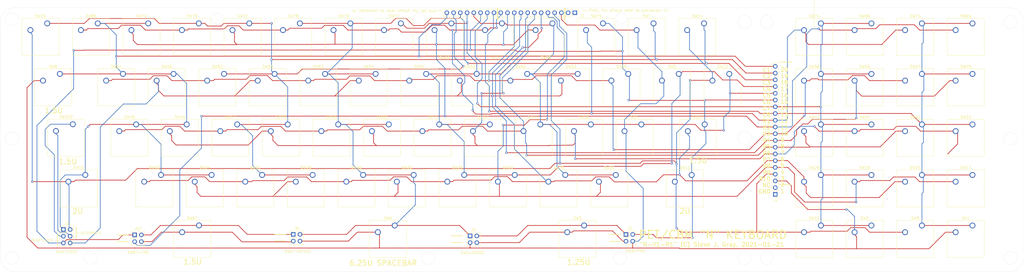
<source format=kicad_pcb>
(kicad_pcb (version 20171130) (host pcbnew "(5.1.9)-1")
  (title_block (date 2020-06-13))
  (layers (0 F.Cu signal) (31 B.Cu signal) (34 B.Paste user hide) (35 F.Paste user) (36 B.SilkS user hide) (37 F.SilkS user) (38 B.Mask user hide) (39 F.Mask user) (44 Edge.Cuts user))
  (net 0 "")
  (net 1 C1)
  (net 2 R1)
  (net 3 C2)
  (net 4 C3)
  (net 5 C4)
  (net 6 C5)
  (net 7 C6)
  (net 8 C7)
  (net 9 C8)
  (net 10 R2)
  (net 11 R3)
  (net 12 R4)
  (net 13 R5)
  (net 14 R6)
  (net 15 R7)
  (net 16 R8)
  (net 17 R9)
  (net 18 R10)
  (net 19 XR3)
  (net 20 XC3)
  (net 21 XR1)
  (net 22 XC1)
  (net 23 XR67)
  (net 24 XC67)
  (module Button_Switch_Keyboard:SW_Cherry_MX1A_6.25u_PCB (layer F.Cu) (at 166.078 130.7465)
    (fp_text reference SW6 (at -2.54 -2.794) (layer F.SilkS))
    (fp_text value SPACE)
    (pad "" np_thru_hole circle (at 47.46 -1.92) (size 3.05 3.05) (drill 3.05) (layers *.Cu *.Mask))
    (pad "" np_thru_hole circle (at -52.54 -1.92) (size 3.05 3.05) (drill 3.05) (layers *.Cu *.Mask))
    (pad "" np_thru_hole circle (at -52.54 13.32) (size 4 4) (drill 4) (layers *.Cu *.Mask))
    (pad "" np_thru_hole circle (at 47.46 13.32) (size 4 4) (drill 4) (layers *.Cu *.Mask))
    (pad "" np_thru_hole circle (at 2.54 5.08) (size 1.7 1.7) (drill 1.7) (layers *.Cu *.Mask))
    (pad "" np_thru_hole circle (at -7.62 5.08) (size 1.7 1.7) (drill 1.7) (layers *.Cu *.Mask))
    (pad "" np_thru_hole circle (at -2.54 5.08) (size 4 4) (drill 4) (layers *.Cu *.Mask))
    (pad 2 thru_hole circle (at -6.35 2.54) (size 2.2 2.2) (drill 1.5) (layers *.Cu *.Mask) (net 18 R10))
    (pad 1 thru_hole circle (at 0 0) (size 2.2 2.2) (drill 1.5) (layers *.Cu *.Mask) (net 4 C3))
  )
  (module Connector_PinHeader_2.54mm:PinHeader_2x02_P2.54mm_Vertical (layer F.Cu) (at 68.0085 134.3025)
    (fp_text reference J67 (at 1.27 -2.33) (layer F.SilkS))
    (fp_text value LINK67)
    (pad 4 thru_hole oval (at 2.54 2.54) (size 1.7 1.7) (drill 1) (layers *.Cu *.Mask) (net 23 XR67))
    (pad 3 thru_hole oval (at 0 2.54) (size 1.7 1.7) (drill 1) (layers *.Cu *.Mask) (net 10 R2))
    (pad 2 thru_hole oval (at 2.54 0) (size 1.7 1.7) (drill 1) (layers *.Cu *.Mask) (net 24 XC67))
    (pad 1 thru_hole rect (at 0 0) (size 1.7 1.7) (drill 1) (layers *.Cu *.Mask) (net 7 C6))
  )
  (module Connector_PinHeader_2.54mm:PinHeader_2x02_P2.54mm_Vertical (layer F.Cu) (at 127.8255 134.112)
    (fp_text reference J6 (at 1.27 -2.33) (layer F.SilkS))
    (fp_text value SPACE2)
    (pad 4 thru_hole oval (at 2.54 2.54) (size 1.7 1.7) (drill 1) (layers *.Cu *.Mask) (net 18 R10))
    (pad 3 thru_hole oval (at 0 2.54) (size 1.7 1.7) (drill 1) (layers *.Cu *.Mask) (net 23 XR67))
    (pad 2 thru_hole oval (at 2.54 0) (size 1.7 1.7) (drill 1) (layers *.Cu *.Mask) (net 4 C3))
    (pad 1 thru_hole rect (at 0 0) (size 1.7 1.7) (drill 1) (layers *.Cu *.Mask) (net 24 XC67))
  )
  (module Connector_PinHeader_2.54mm:PinHeader_2x02_P2.54mm_Vertical (layer F.Cu) (at 194.5005 134.6835)
    (fp_text reference J5 (at 1.27 -2.33) (layer F.SilkS))
    (fp_text value SPACE1)
    (pad 4 thru_hole oval (at 2.54 2.54) (size 1.7 1.7) (drill 1) (layers *.Cu *.Mask) (net 19 XR3))
    (pad 3 thru_hole oval (at 0 2.54) (size 1.7 1.7) (drill 1) (layers *.Cu *.Mask) (net 18 R10))
    (pad 2 thru_hole oval (at 2.54 0) (size 1.7 1.7) (drill 1) (layers *.Cu *.Mask) (net 20 XC3))
    (pad 1 thru_hole rect (at 0 0) (size 1.7 1.7) (drill 1) (layers *.Cu *.Mask) (net 4 C3))
  )
  (module Connector_PinHeader_2.54mm:PinHeader_2x02_P2.54mm_Vertical (layer F.Cu) (at 253.2761 134.1501)
    (fp_text reference J3 (at 1.27 -2.33) (layer F.SilkS))
    (fp_text value LINK3)
    (pad 4 thru_hole oval (at 2.54 2.54) (size 1.7 1.7) (drill 1) (layers *.Cu *.Mask) (net 18 R10))
    (pad 3 thru_hole oval (at 0 2.54) (size 1.7 1.7) (drill 1) (layers *.Cu *.Mask) (net 19 XR3))
    (pad 2 thru_hole oval (at 2.54 0) (size 1.7 1.7) (drill 1) (layers *.Cu *.Mask) (net 7 C6))
    (pad 1 thru_hole rect (at 0 0) (size 1.7 1.7) (drill 1) (layers *.Cu *.Mask) (net 20 XC3))
  )
  (module Connector_PinHeader_2.54mm:PinHeader_2x03_P2.54mm_Vertical (layer F.Cu) (at 41.148 132.2705)
    (fp_text reference J2 (at 1.27 -2.33) (layer F.SilkS))
    (fp_text value Conn_02x03_Odd_Even)
    (pad 6 thru_hole oval (at 2.54 5.08) (size 1.7 1.7) (drill 1) (layers *.Cu *.Mask) (net 12 R4))
    (pad 5 thru_hole oval (at 0 5.08) (size 1.7 1.7) (drill 1) (layers *.Cu *.Mask) (net 7 C6))
    (pad 4 thru_hole oval (at 2.54 2.54) (size 1.7 1.7) (drill 1) (layers *.Cu *.Mask) (net 21 XR1))
    (pad 3 thru_hole oval (at 0 2.54) (size 1.7 1.7) (drill 1) (layers *.Cu *.Mask) (net 22 XC1))
    (pad 2 thru_hole oval (at 2.54 0) (size 1.7 1.7) (drill 1) (layers *.Cu *.Mask) (net 17 R9))
    (pad 1 thru_hole rect (at 0 0) (size 1.7 1.7) (drill 1) (layers *.Cu *.Mask) (net 1 C1))
  )
  (module Button_Switch_Keyboard:SW_Cherry_MX1A_1.50u_PCB (layer F.Cu) (at 44.704 92.583)
    (fp_text reference SW320 (at -2.54 -2.794) (layer F.SilkS))
    (fp_text value "S LOCK")
    (pad "" np_thru_hole circle (at 2.54 5.08) (size 1.7 1.7) (drill 1.7) (layers *.Cu *.Mask))
    (pad "" np_thru_hole circle (at -7.62 5.08) (size 1.7 1.7) (drill 1.7) (layers *.Cu *.Mask))
    (pad "" np_thru_hole circle (at -2.54 5.08) (size 4 4) (drill 4) (layers *.Cu *.Mask))
    (pad 2 thru_hole circle (at -6.35 2.54) (size 2.2 2.2) (drill 1.5) (layers *.Cu *.Mask) (net 21 XR1))
    (pad 1 thru_hole circle (at 0 0) (size 2.2 2.2) (drill 1.5) (layers *.Cu *.Mask) (net 22 XC1))
  )
  (module Button_Switch_Keyboard:SW_Cherry_MX_1.50u_PCB (layer F.Cu) (at 92.2655 130.7465)
    (fp_text reference SW67 (at -2.54 -2.794) (layer F.SilkS))
    (fp_text value "NC ($0A)")
    (pad "" np_thru_hole circle (at 2.54 5.08) (size 1.7 1.7) (drill 1.7) (layers *.Cu *.Mask))
    (pad "" np_thru_hole circle (at -7.62 5.08) (size 1.7 1.7) (drill 1.7) (layers *.Cu *.Mask))
    (pad "" np_thru_hole circle (at -2.54 5.08) (size 4 4) (drill 4) (layers *.Cu *.Mask))
    (pad 2 thru_hole circle (at -6.35 2.54) (size 2.2 2.2) (drill 1.5) (layers *.Cu *.Mask) (net 23 XR67))
    (pad 1 thru_hole circle (at 0 0) (size 2.2 2.2) (drill 1.5) (layers *.Cu *.Mask) (net 24 XC67))
  )
  (module Button_Switch_Keyboard:SW_Cherry_MX_1.00u_PCB (layer F.Cu) (at 35.052 54.5465)
    (fp_text reference SW15 (at -2.54 -2.794) (layer F.SilkS))
    (fp_text value "\"@\"")
    (pad 1 thru_hole circle (at 0 0) (size 2.2 2.2) (drill 1.5) (layers *.Cu *.Mask) (net 3 C2))
    (pad 2 thru_hole circle (at -6.35 2.54) (size 2.2 2.2) (drill 1.5) (layers *.Cu *.Mask) (net 17 R9))
    (pad "" np_thru_hole circle (at -2.54 5.08) (size 4 4) (drill 4) (layers *.Cu *.Mask))
    (pad "" np_thru_hole circle (at -7.62 5.08) (size 1.7 1.7) (drill 1.7) (layers *.Cu *.Mask))
    (pad "" np_thru_hole circle (at 2.54 5.08) (size 1.7 1.7) (drill 1.7) (layers *.Cu *.Mask))
  )
  (module Button_Switch_Keyboard:SW_Cherry_MX_2.00u_PCB (layer F.Cu) (at 278.041 111.7115)
    (fp_text reference SW11 (at -2.54 -2.794) (layer F.SilkS))
    (fp_text value "R SHIFT")
    (pad "" np_thru_hole circle (at 9.36 -1.92) (size 3.05 3.05) (drill 3.05) (layers *.Cu *.Mask))
    (pad "" np_thru_hole circle (at -14.44 -1.92) (size 3.05 3.05) (drill 3.05) (layers *.Cu *.Mask))
    (pad "" np_thru_hole circle (at -14.44 13.32) (size 4 4) (drill 4) (layers *.Cu *.Mask))
    (pad "" np_thru_hole circle (at 9.36 13.32) (size 4 4) (drill 4) (layers *.Cu *.Mask))
    (pad "" np_thru_hole circle (at 2.54 5.08) (size 1.7 1.7) (drill 1.7) (layers *.Cu *.Mask))
    (pad "" np_thru_hole circle (at -7.62 5.08) (size 1.7 1.7) (drill 1.7) (layers *.Cu *.Mask))
    (pad "" np_thru_hole circle (at -2.54 5.08) (size 4 4) (drill 4) (layers *.Cu *.Mask))
    (pad 2 thru_hole circle (at -6.35 2.54) (size 2.2 2.2) (drill 1.5) (layers *.Cu *.Mask) (net 17 R9))
    (pad 1 thru_hole circle (at 0 0) (size 2.2 2.2) (drill 1.5) (layers *.Cu *.Mask) (net 7 C6))
  )
  (module Button_Switch_Keyboard:SW_Cherry_MX_1.00u_PCB (layer F.Cu) (at 187.452 54.5465)
    (fp_text reference SW69 (at -2.6035 13.0175) (layer F.SilkS))
    (fp_text value "\"\\\"")
    (pad 1 thru_hole circle (at 0 0) (size 2.2 2.2) (drill 1.5) (layers *.Cu *.Mask) (net 5 C4))
    (pad 2 thru_hole circle (at -6.35 2.54) (size 2.2 2.2) (drill 1.5) (layers *.Cu *.Mask) (net 10 R2))
    (pad "" np_thru_hole circle (at -2.54 5.08) (size 4 4) (drill 4) (layers *.Cu *.Mask))
    (pad "" np_thru_hole circle (at -7.62 5.08) (size 1.7 1.7) (drill 1.7) (layers *.Cu *.Mask))
    (pad "" np_thru_hole circle (at 2.54 5.08) (size 1.7 1.7) (drill 1.7) (layers *.Cu *.Mask))
  )
  (module Connector_PinHeader_2.54mm:PinHeader_1x20_P2.54mm_Vertical (layer F.Cu) (at 309.5625 119.0244 180)
    (fp_text reference J4 (at 0 -2.33) (layer F.SilkS))
    (fp_text value Conn_01x20)
    (pad 20 thru_hole oval (at 0 48.26 180) (size 1.7 1.7) (drill 1) (layers *.Cu *.Mask) (net 1 C1))
    (pad 19 thru_hole oval (at 0 45.72 180) (size 1.7 1.7) (drill 1) (layers *.Cu *.Mask) (net 3 C2))
    (pad 18 thru_hole oval (at 0 43.18 180) (size 1.7 1.7) (drill 1) (layers *.Cu *.Mask) (net 4 C3))
    (pad 17 thru_hole oval (at 0 40.64 180) (size 1.7 1.7) (drill 1) (layers *.Cu *.Mask) (net 5 C4))
    (pad 16 thru_hole oval (at 0 38.1 180) (size 1.7 1.7) (drill 1) (layers *.Cu *.Mask) (net 6 C5))
    (pad 15 thru_hole oval (at 0 35.56 180) (size 1.7 1.7) (drill 1) (layers *.Cu *.Mask) (net 7 C6))
    (pad 14 thru_hole oval (at 0 33.02 180) (size 1.7 1.7) (drill 1) (layers *.Cu *.Mask) (net 8 C7))
    (pad 13 thru_hole oval (at 0 30.48 180) (size 1.7 1.7) (drill 1) (layers *.Cu *.Mask) (net 9 C8))
    (pad 12 thru_hole oval (at 0 27.94 180) (size 1.7 1.7) (drill 1) (layers *.Cu *.Mask) (net 2 R1))
    (pad 11 thru_hole oval (at 0 25.4 180) (size 1.7 1.7) (drill 1) (layers *.Cu *.Mask) (net 10 R2))
    (pad 10 thru_hole oval (at 0 22.86 180) (size 1.7 1.7) (drill 1) (layers *.Cu *.Mask) (net 11 R3))
    (pad 9 thru_hole oval (at 0 20.32 180) (size 1.7 1.7) (drill 1) (layers *.Cu *.Mask) (net 12 R4))
    (pad 8 thru_hole oval (at 0 17.78 180) (size 1.7 1.7) (drill 1) (layers *.Cu *.Mask) (net 13 R5))
    (pad 7 thru_hole oval (at 0 15.24 180) (size 1.7 1.7) (drill 1) (layers *.Cu *.Mask) (net 14 R6))
    (pad 6 thru_hole oval (at 0 12.7 180) (size 1.7 1.7) (drill 1) (layers *.Cu *.Mask) (net 15 R7))
    (pad 5 thru_hole oval (at 0 10.16 180) (size 1.7 1.7) (drill 1) (layers *.Cu *.Mask) (net 16 R8))
    (pad 4 thru_hole oval (at 0 7.62 180) (size 1.7 1.7) (drill 1) (layers *.Cu *.Mask) (net 17 R9))
    (pad 3 thru_hole oval (at 0 5.08 180) (size 1.7 1.7) (drill 1) (layers *.Cu *.Mask) (net 18 R10))
    (pad 2 thru_hole oval (at 0 2.54 180) (size 1.7 1.7) (drill 1) (layers *.Cu *.Mask))
    (pad 1 thru_hole rect (at 0 0 180) (size 1.7 1.7) (drill 1) (layers *.Cu *.Mask))
  )
  (module Button_Switch_Keyboard:SW_Cherry_MX_1.00u_PCB (layer F.Cu) (at 206.502 54.5465)
    (fp_text reference SW76 (at -2.54 13.081) (layer F.SilkS))
    (fp_text value "\"(\"")
    (pad "" np_thru_hole circle (at 2.54 5.08) (size 1.7 1.7) (drill 1.7) (layers *.Cu *.Mask))
    (pad "" np_thru_hole circle (at -7.62 5.08) (size 1.7 1.7) (drill 1.7) (layers *.Cu *.Mask))
    (pad "" np_thru_hole circle (at -2.54 5.08) (size 4 4) (drill 4) (layers *.Cu *.Mask))
    (pad 2 thru_hole circle (at -6.35 2.54) (size 2.2 2.2) (drill 1.5) (layers *.Cu *.Mask) (net 2 R1))
    (pad 1 thru_hole circle (at 0 0) (size 2.2 2.2) (drill 1.5) (layers *.Cu *.Mask) (net 6 C5))
  )
  (module Button_Switch_Keyboard:SW_Cherry_MX_1.00u_PCB (layer F.Cu) (at 196.977 73.5965)
    (fp_text reference SW53 (at -2.54 -2.794) (layer F.SilkS))
    (fp_text value "\"I\"")
    (pad 1 thru_hole circle (at 0 0) (size 2.2 2.2) (drill 1.5) (layers *.Cu *.Mask) (net 5 C4))
    (pad 2 thru_hole circle (at -6.35 2.54) (size 2.2 2.2) (drill 1.5) (layers *.Cu *.Mask) (net 12 R4))
    (pad "" np_thru_hole circle (at -2.54 5.08) (size 4 4) (drill 4) (layers *.Cu *.Mask))
    (pad "" np_thru_hole circle (at -7.62 5.08) (size 1.7 1.7) (drill 1.7) (layers *.Cu *.Mask))
    (pad "" np_thru_hole circle (at 2.54 5.08) (size 1.7 1.7) (drill 1.7) (layers *.Cu *.Mask))
  )
  (module Button_Switch_Keyboard:SW_Cherry_MX_1.00u_PCB (layer F.Cu) (at 73.152 54.5465)
    (fp_text reference SW72 (at -2.54 -2.794) (layer F.SilkS))
    (fp_text value QUOTE)
    (pad "" np_thru_hole circle (at 2.54 5.08) (size 1.7 1.7) (drill 1.7) (layers *.Cu *.Mask))
    (pad "" np_thru_hole circle (at -7.62 5.08) (size 1.7 1.7) (drill 1.7) (layers *.Cu *.Mask))
    (pad "" np_thru_hole circle (at -2.54 5.08) (size 4 4) (drill 4) (layers *.Cu *.Mask))
    (pad 2 thru_hole circle (at -6.35 2.54) (size 2.2 2.2) (drill 1.5) (layers *.Cu *.Mask) (net 10 R2))
    (pad 1 thru_hole circle (at 0 0) (size 2.2 2.2) (drill 1.5) (layers *.Cu *.Mask) (net 1 C1))
  )
  (module Button_Switch_Keyboard:SW_Cherry_MX_1.00u_PCB (layer F.Cu) (at 225.552 54.5465)
    (fp_text reference SW68 (at -2.54 12.954) (layer F.SilkS))
    (fp_text value "\")\"")
    (pad "" np_thru_hole circle (at 2.54 5.08) (size 1.7 1.7) (drill 1.7) (layers *.Cu *.Mask))
    (pad "" np_thru_hole circle (at -7.62 5.08) (size 1.7 1.7) (drill 1.7) (layers *.Cu *.Mask))
    (pad "" np_thru_hole circle (at -2.54 5.08) (size 4 4) (drill 4) (layers *.Cu *.Mask))
    (pad 2 thru_hole circle (at -6.35 2.54) (size 2.2 2.2) (drill 1.5) (layers *.Cu *.Mask) (net 10 R2))
    (pad 1 thru_hole circle (at 0 0) (size 2.2 2.2) (drill 1.5) (layers *.Cu *.Mask) (net 6 C5))
  )
  (module Button_Switch_Keyboard:SW_Cherry_MX_1.00u_PCB (layer F.Cu) (at 345.821 130.7592)
    (fp_text reference SW2 (at -2.54 -2.794) (layer F.SilkS))
    (fp_text value "KP \".\"")
    (pad "" np_thru_hole circle (at 2.54 5.08) (size 1.7 1.7) (drill 1.7) (layers *.Cu *.Mask))
    (pad "" np_thru_hole circle (at -7.62 5.08) (size 1.7 1.7) (drill 1.7) (layers *.Cu *.Mask))
    (pad "" np_thru_hole circle (at -2.54 5.08) (size 4 4) (drill 4) (layers *.Cu *.Mask))
    (pad 2 thru_hole circle (at -6.35 2.54) (size 2.2 2.2) (drill 1.5) (layers *.Cu *.Mask) (net 18 R10))
    (pad 1 thru_hole circle (at 0 0) (size 2.2 2.2) (drill 1.5) (layers *.Cu *.Mask) (net 8 C7))
  )
  (module Button_Switch_Keyboard:SW_Cherry_MX_1.00u_PCB (layer F.Cu) (at 111.252 54.5465)
    (fp_text reference SW71 (at -2.54 -2.794) (layer F.SilkS))
    (fp_text value "\"$\"")
    (pad 1 thru_hole circle (at 0 0) (size 2.2 2.2) (drill 1.5) (layers *.Cu *.Mask) (net 3 C2))
    (pad 2 thru_hole circle (at -6.35 2.54) (size 2.2 2.2) (drill 1.5) (layers *.Cu *.Mask) (net 10 R2))
    (pad "" np_thru_hole circle (at -2.54 5.08) (size 4 4) (drill 4) (layers *.Cu *.Mask))
    (pad "" np_thru_hole circle (at -7.62 5.08) (size 1.7 1.7) (drill 1.7) (layers *.Cu *.Mask))
    (pad "" np_thru_hole circle (at 2.54 5.08) (size 1.7 1.7) (drill 1.7) (layers *.Cu *.Mask))
  )
  (module Button_Switch_Keyboard:SW_Cherry_MX_1.00u_PCB (layer F.Cu) (at 149.352 54.5465)
    (fp_text reference SW70 (at -2.54 -2.794) (layer F.SilkS))
    (fp_text value "\"'\"")
    (pad "" np_thru_hole circle (at 2.54 5.08) (size 1.7 1.7) (drill 1.7) (layers *.Cu *.Mask))
    (pad "" np_thru_hole circle (at -7.62 5.08) (size 1.7 1.7) (drill 1.7) (layers *.Cu *.Mask))
    (pad "" np_thru_hole circle (at -2.54 5.08) (size 4 4) (drill 4) (layers *.Cu *.Mask))
    (pad 2 thru_hole circle (at -6.35 2.54) (size 2.2 2.2) (drill 1.5) (layers *.Cu *.Mask) (net 10 R2))
    (pad 1 thru_hole circle (at 0 0) (size 2.2 2.2) (drill 1.5) (layers *.Cu *.Mask) (net 4 C3))
  )
  (module Button_Switch_Keyboard:SW_Cherry_MX1A_1.25u_PCB (layer F.Cu) (at 237.49 130.7465)
    (fp_text reference SW3 (at -2.54 -2.794) (layer F.SilkS))
    (fp_text value "NC ($10)")
    (pad "" np_thru_hole circle (at 2.54 5.08) (size 1.7 1.7) (drill 1.7) (layers *.Cu *.Mask))
    (pad "" np_thru_hole circle (at -7.62 5.08) (size 1.7 1.7) (drill 1.7) (layers *.Cu *.Mask))
    (pad "" np_thru_hole circle (at -2.54 5.08) (size 4 4) (drill 4) (layers *.Cu *.Mask))
    (pad 2 thru_hole circle (at -6.35 2.54) (size 2.2 2.2) (drill 1.5) (layers *.Cu *.Mask) (net 19 XR3))
    (pad 1 thru_hole circle (at 0 0) (size 2.2 2.2) (drill 1.5) (layers *.Cu *.Mask) (net 20 XC3))
  )
  (module Button_Switch_Keyboard:SW_Cherry_MX1A_1.50u_PCB (layer F.Cu) (at 282.956 92.6465)
    (fp_text reference SW27 (at -2.54 -2.794) (layer F.SilkS))
    (fp_text value RETURN)
    (pad "" np_thru_hole circle (at 2.54 5.08) (size 1.7 1.7) (drill 1.7) (layers *.Cu *.Mask))
    (pad "" np_thru_hole circle (at -7.62 5.08) (size 1.7 1.7) (drill 1.7) (layers *.Cu *.Mask))
    (pad "" np_thru_hole circle (at -2.54 5.08) (size 4 4) (drill 4) (layers *.Cu *.Mask))
    (pad 2 thru_hole circle (at -6.35 2.54) (size 2.2 2.2) (drill 1.5) (layers *.Cu *.Mask) (net 15 R7))
    (pad 1 thru_hole circle (at 0 0) (size 2.2 2.2) (drill 1.5) (layers *.Cu *.Mask) (net 7 C6))
  )
  (module Button_Switch_Keyboard:SW_Cherry_MX_2.00u_PCB (layer F.Cu) (at 49.403 111.6965)
    (fp_text reference SW16 (at -2.54 -2.794) (layer F.SilkS))
    (fp_text value "L SHIFT")
    (pad "" np_thru_hole circle (at 9.36 -1.92) (size 3.05 3.05) (drill 3.05) (layers *.Cu *.Mask))
    (pad "" np_thru_hole circle (at -14.44 -1.92) (size 3.05 3.05) (drill 3.05) (layers *.Cu *.Mask))
    (pad "" np_thru_hole circle (at -14.44 13.32) (size 4 4) (drill 4) (layers *.Cu *.Mask))
    (pad "" np_thru_hole circle (at 9.36 13.32) (size 4 4) (drill 4) (layers *.Cu *.Mask))
    (pad "" np_thru_hole circle (at 2.54 5.08) (size 1.7 1.7) (drill 1.7) (layers *.Cu *.Mask))
    (pad "" np_thru_hole circle (at -7.62 5.08) (size 1.7 1.7) (drill 1.7) (layers *.Cu *.Mask))
    (pad "" np_thru_hole circle (at -2.54 5.08) (size 4 4) (drill 4) (layers *.Cu *.Mask))
    (pad 2 thru_hole circle (at -6.35 2.54) (size 2.2 2.2) (drill 1.5) (layers *.Cu *.Mask) (net 17 R9))
    (pad 1 thru_hole circle (at 0 0) (size 2.2 2.2) (drill 1.5) (layers *.Cu *.Mask) (net 1 C1))
  )
  (module Button_Switch_Keyboard:SW_Cherry_MX1A_1.50u_PCB (layer F.Cu) (at 39.8145 73.5965)
    (fp_text reference SW8 (at -2.54 -2.794) (layer F.SilkS))
    (fp_text value OFF/RVS)
    (pad "" np_thru_hole circle (at 2.54 5.08) (size 1.7 1.7) (drill 1.7) (layers *.Cu *.Mask))
    (pad "" np_thru_hole circle (at -7.62 5.08) (size 1.7 1.7) (drill 1.7) (layers *.Cu *.Mask))
    (pad "" np_thru_hole circle (at -2.54 5.08) (size 4 4) (drill 4) (layers *.Cu *.Mask))
    (pad 2 thru_hole circle (at -6.35 2.54) (size 2.2 2.2) (drill 1.5) (layers *.Cu *.Mask) (net 18 R10))
    (pad 1 thru_hole circle (at 0 0) (size 2.2 2.2) (drill 1.5) (layers *.Cu *.Mask) (net 1 C1))
  )
  (module Connector_PinHeader_2.54mm:PinHeader_1x20_P2.54mm_Vertical (layer F.Cu) (at 233.9975 50.546 270)
    (fp_text reference J1 (at 1.0795 -2.8575 180) (layer F.SilkS))
    (fp_text value Conn_01x20)
    (pad 20 thru_hole oval (at 0 48.26 270) (size 1.7 1.7) (drill 1) (layers *.Cu *.Mask) (net 1 C1))
    (pad 19 thru_hole oval (at 0 45.72 270) (size 1.7 1.7) (drill 1) (layers *.Cu *.Mask) (net 3 C2))
    (pad 18 thru_hole oval (at 0 43.18 270) (size 1.7 1.7) (drill 1) (layers *.Cu *.Mask) (net 4 C3))
    (pad 17 thru_hole oval (at 0 40.64 270) (size 1.7 1.7) (drill 1) (layers *.Cu *.Mask) (net 5 C4))
    (pad 16 thru_hole oval (at 0 38.1 270) (size 1.7 1.7) (drill 1) (layers *.Cu *.Mask) (net 6 C5))
    (pad 15 thru_hole oval (at 0 35.56 270) (size 1.7 1.7) (drill 1) (layers *.Cu *.Mask) (net 7 C6))
    (pad 14 thru_hole oval (at 0 33.02 270) (size 1.7 1.7) (drill 1) (layers *.Cu *.Mask) (net 8 C7))
    (pad 13 thru_hole oval (at 0 30.48 270) (size 1.7 1.7) (drill 1) (layers *.Cu *.Mask) (net 9 C8))
    (pad 12 thru_hole oval (at 0 27.94 270) (size 1.7 1.7) (drill 1) (layers *.Cu *.Mask) (net 2 R1))
    (pad 11 thru_hole oval (at 0 25.4 270) (size 1.7 1.7) (drill 1) (layers *.Cu *.Mask) (net 10 R2))
    (pad 10 thru_hole oval (at 0 22.86 270) (size 1.7 1.7) (drill 1) (layers *.Cu *.Mask) (net 11 R3))
    (pad 9 thru_hole oval (at 0 20.32 270) (size 1.7 1.7) (drill 1) (layers *.Cu *.Mask) (net 12 R4))
    (pad 8 thru_hole oval (at 0 17.78 270) (size 1.7 1.7) (drill 1) (layers *.Cu *.Mask) (net 13 R5))
    (pad 7 thru_hole oval (at 0 15.24 270) (size 1.7 1.7) (drill 1) (layers *.Cu *.Mask) (net 14 R6))
    (pad 6 thru_hole oval (at 0 12.7 270) (size 1.7 1.7) (drill 1) (layers *.Cu *.Mask) (net 15 R7))
    (pad 5 thru_hole oval (at 0 10.16 270) (size 1.7 1.7) (drill 1) (layers *.Cu *.Mask) (net 16 R8))
    (pad 4 thru_hole oval (at 0 7.62 270) (size 1.7 1.7) (drill 1) (layers *.Cu *.Mask) (net 17 R9))
    (pad 3 thru_hole oval (at 0 5.08 270) (size 1.7 1.7) (drill 1) (layers *.Cu *.Mask) (net 18 R10))
    (pad 2 thru_hole oval (at 0 2.54 270) (size 1.7 1.7) (drill 1) (layers *.Cu *.Mask))
    (pad 1 thru_hole rect (at 0 0 270) (size 1.7 1.7) (drill 1) (layers *.Cu *.Mask))
  )
  (module Button_Switch_Keyboard:SW_Cherry_MX_1.00u_PCB (layer F.Cu) (at 383.921 130.7592)
    (fp_text reference SW1 (at -2.54 -2.794) (layer F.SilkS))
    (fp_text value "KP \"=\"")
    (pad 1 thru_hole circle (at 0 0) (size 2.2 2.2) (drill 1.5) (layers *.Cu *.Mask) (net 9 C8))
    (pad 2 thru_hole circle (at -6.35 2.54) (size 2.2 2.2) (drill 1.5) (layers *.Cu *.Mask) (net 18 R10))
    (pad "" np_thru_hole circle (at -2.54 5.08) (size 4 4) (drill 4) (layers *.Cu *.Mask))
    (pad "" np_thru_hole circle (at -7.62 5.08) (size 1.7 1.7) (drill 1.7) (layers *.Cu *.Mask))
    (pad "" np_thru_hole circle (at 2.54 5.08) (size 1.7 1.7) (drill 1.7) (layers *.Cu *.Mask))
  )
  (module Button_Switch_Keyboard:SW_Cherry_MX_1.00u_PCB (layer F.Cu) (at 259.08 92.6465)
    (fp_text reference SW4 (at -2.54 -2.794) (layer F.SilkS))
    (fp_text value STOP)
    (pad "" np_thru_hole circle (at 2.54 5.08) (size 1.7 1.7) (drill 1.7) (layers *.Cu *.Mask))
    (pad "" np_thru_hole circle (at -7.62 5.08) (size 1.7 1.7) (drill 1.7) (layers *.Cu *.Mask))
    (pad "" np_thru_hole circle (at -2.54 5.08) (size 4 4) (drill 4) (layers *.Cu *.Mask))
    (pad 2 thru_hole circle (at -6.35 2.54) (size 2.2 2.2) (drill 1.5) (layers *.Cu *.Mask) (net 18 R10))
    (pad 1 thru_hole circle (at 0 0) (size 2.2 2.2) (drill 1.5) (layers *.Cu *.Mask) (net 6 C5))
  )
  (module Button_Switch_Keyboard:SW_Cherry_MX_1.00u_PCB (layer F.Cu) (at 273.177 73.5965)
    (fp_text reference SW5 (at -2.54 -2.794) (layer F.SilkS))
    (fp_text value "\"<\"")
    (pad 1 thru_hole circle (at 0 0) (size 2.2 2.2) (drill 1.5) (layers *.Cu *.Mask) (net 5 C4))
    (pad 2 thru_hole circle (at -6.35 2.54) (size 2.2 2.2) (drill 1.5) (layers *.Cu *.Mask) (net 18 R10))
    (pad "" np_thru_hole circle (at -2.54 5.08) (size 4 4) (drill 4) (layers *.Cu *.Mask))
    (pad "" np_thru_hole circle (at -7.62 5.08) (size 1.7 1.7) (drill 1.7) (layers *.Cu *.Mask))
    (pad "" np_thru_hole circle (at 2.54 5.08) (size 1.7 1.7) (drill 1.7) (layers *.Cu *.Mask))
  )
  (module Button_Switch_Keyboard:SW_Cherry_MX_1.00u_PCB (layer F.Cu) (at 263.652 54.5465)
    (fp_text reference SW7 (at -2.54 -2.794) (layer F.SilkS))
    (fp_text value "\"[\"")
    (pad 1 thru_hole circle (at 0 0) (size 2.2 2.2) (drill 1.5) (layers *.Cu *.Mask) (net 3 C2))
    (pad 2 thru_hole circle (at -6.35 2.54) (size 2.2 2.2) (drill 1.5) (layers *.Cu *.Mask) (net 18 R10))
    (pad "" np_thru_hole circle (at -2.54 5.08) (size 4 4) (drill 4) (layers *.Cu *.Mask))
    (pad "" np_thru_hole circle (at -7.62 5.08) (size 1.7 1.7) (drill 1.7) (layers *.Cu *.Mask))
    (pad "" np_thru_hole circle (at 2.54 5.08) (size 1.7 1.7) (drill 1.7) (layers *.Cu *.Mask))
  )
  (module Button_Switch_Keyboard:SW_Cherry_MX_1.00u_PCB (layer F.Cu) (at 364.871 130.7592)
    (fp_text reference SW9 (at -2.54 -2.794) (layer F.SilkS))
    (fp_text value "KP \"-\"")
    (pad 1 thru_hole circle (at 0 0) (size 2.2 2.2) (drill 1.5) (layers *.Cu *.Mask) (net 9 C8))
    (pad 2 thru_hole circle (at -6.35 2.54) (size 2.2 2.2) (drill 1.5) (layers *.Cu *.Mask) (net 17 R9))
    (pad "" np_thru_hole circle (at -2.54 5.08) (size 4 4) (drill 4) (layers *.Cu *.Mask))
    (pad "" np_thru_hole circle (at -7.62 5.08) (size 1.7 1.7) (drill 1.7) (layers *.Cu *.Mask))
    (pad "" np_thru_hole circle (at 2.54 5.08) (size 1.7 1.7) (drill 1.7) (layers *.Cu *.Mask))
  )
  (module Button_Switch_Keyboard:SW_Cherry_MX_1.00u_PCB (layer F.Cu) (at 326.771 130.7592)
    (fp_text reference SW10 (at -2.54 -2.794) (layer F.SilkS))
    (fp_text value "KP \"0\"")
    (pad "" np_thru_hole circle (at 2.54 5.08) (size 1.7 1.7) (drill 1.7) (layers *.Cu *.Mask))
    (pad "" np_thru_hole circle (at -7.62 5.08) (size 1.7 1.7) (drill 1.7) (layers *.Cu *.Mask))
    (pad "" np_thru_hole circle (at -2.54 5.08) (size 4 4) (drill 4) (layers *.Cu *.Mask))
    (pad 2 thru_hole circle (at -6.35 2.54) (size 2.2 2.2) (drill 1.5) (layers *.Cu *.Mask) (net 17 R9))
    (pad 1 thru_hole circle (at 0 0) (size 2.2 2.2) (drill 1.5) (layers *.Cu *.Mask) (net 8 C7))
  )
  (module Button_Switch_Keyboard:SW_Cherry_MX_1.00u_PCB (layer F.Cu) (at 292.227 73.5965)
    (fp_text reference SW12 (at -2.54 -2.794) (layer F.SilkS))
    (fp_text value "\">\"")
    (pad "" np_thru_hole circle (at 2.54 5.08) (size 1.7 1.7) (drill 1.7) (layers *.Cu *.Mask))
    (pad "" np_thru_hole circle (at -7.62 5.08) (size 1.7 1.7) (drill 1.7) (layers *.Cu *.Mask))
    (pad "" np_thru_hole circle (at -2.54 5.08) (size 4 4) (drill 4) (layers *.Cu *.Mask))
    (pad 2 thru_hole circle (at -6.35 2.54) (size 2.2 2.2) (drill 1.5) (layers *.Cu *.Mask) (net 17 R9))
    (pad 1 thru_hole circle (at 0 0) (size 2.2 2.2) (drill 1.5) (layers *.Cu *.Mask) (net 6 C5))
  )
  (module Button_Switch_Keyboard:SW_Cherry_MX_1.00u_PCB (layer F.Cu) (at 282.702 54.5465)
    (fp_text reference SW14 (at -2.54 -2.794) (layer F.SilkS))
    (fp_text value "\"]\"")
    (pad "" np_thru_hole circle (at 2.54 5.08) (size 1.7 1.7) (drill 1.7) (layers *.Cu *.Mask))
    (pad "" np_thru_hole circle (at -7.62 5.08) (size 1.7 1.7) (drill 1.7) (layers *.Cu *.Mask))
    (pad "" np_thru_hole circle (at -2.54 5.08) (size 4 4) (drill 4) (layers *.Cu *.Mask))
    (pad 2 thru_hole circle (at -6.35 2.54) (size 2.2 2.2) (drill 1.5) (layers *.Cu *.Mask) (net 17 R9))
    (pad 1 thru_hole circle (at 0 0) (size 2.2 2.2) (drill 1.5) (layers *.Cu *.Mask) (net 4 C3))
  )
  (module Button_Switch_Keyboard:SW_Cherry_MX_1.00u_PCB (layer F.Cu) (at 383.921 111.7092)
    (fp_text reference SW17 (at -2.54 -2.794) (layer F.SilkS))
    (fp_text value "KP \"+\"")
    (pad 1 thru_hole circle (at 0 0) (size 2.2 2.2) (drill 1.5) (layers *.Cu *.Mask) (net 9 C8))
    (pad 2 thru_hole circle (at -6.35 2.54) (size 2.2 2.2) (drill 1.5) (layers *.Cu *.Mask) (net 16 R8))
    (pad "" np_thru_hole circle (at -2.54 5.08) (size 4 4) (drill 4) (layers *.Cu *.Mask))
    (pad "" np_thru_hole circle (at -7.62 5.08) (size 1.7 1.7) (drill 1.7) (layers *.Cu *.Mask))
    (pad "" np_thru_hole circle (at 2.54 5.08) (size 1.7 1.7) (drill 1.7) (layers *.Cu *.Mask))
  )
  (module Button_Switch_Keyboard:SW_Cherry_MX_1.00u_PCB (layer F.Cu) (at 345.821 111.7092)
    (fp_text reference SW18 (at -2.54 -2.794) (layer F.SilkS))
    (fp_text value "KP \"2\"")
    (pad "" np_thru_hole circle (at 2.54 5.08) (size 1.7 1.7) (drill 1.7) (layers *.Cu *.Mask))
    (pad "" np_thru_hole circle (at -7.62 5.08) (size 1.7 1.7) (drill 1.7) (layers *.Cu *.Mask))
    (pad "" np_thru_hole circle (at -2.54 5.08) (size 4 4) (drill 4) (layers *.Cu *.Mask))
    (pad 2 thru_hole circle (at -6.35 2.54) (size 2.2 2.2) (drill 1.5) (layers *.Cu *.Mask) (net 16 R8))
    (pad 1 thru_hole circle (at 0 0) (size 2.2 2.2) (drill 1.5) (layers *.Cu *.Mask) (net 8 C7))
  )
  (module Button_Switch_Keyboard:SW_Cherry_MX_1.00u_PCB (layer F.Cu) (at 249.428 111.6965)
    (fp_text reference SW20 (at -2.54 -2.794) (layer F.SilkS))
    (fp_text value "\"?\"")
    (pad "" np_thru_hole circle (at 2.54 5.08) (size 1.7 1.7) (drill 1.7) (layers *.Cu *.Mask))
    (pad "" np_thru_hole circle (at -7.62 5.08) (size 1.7 1.7) (drill 1.7) (layers *.Cu *.Mask))
    (pad "" np_thru_hole circle (at -2.54 5.08) (size 4 4) (drill 4) (layers *.Cu *.Mask))
    (pad 2 thru_hole circle (at -6.35 2.54) (size 2.2 2.2) (drill 1.5) (layers *.Cu *.Mask) (net 16 R8))
    (pad 1 thru_hole circle (at 0 0) (size 2.2 2.2) (drill 1.5) (layers *.Cu *.Mask) (net 6 C5))
  )
  (module Button_Switch_Keyboard:SW_Cherry_MX_1.00u_PCB (layer F.Cu) (at 211.328 111.6965)
    (fp_text reference SW21 (at -2.54 -2.794) (layer F.SilkS))
    (fp_text value "\",\"")
    (pad 1 thru_hole circle (at 0 0) (size 2.2 2.2) (drill 1.5) (layers *.Cu *.Mask) (net 5 C4))
    (pad 2 thru_hole circle (at -6.35 2.54) (size 2.2 2.2) (drill 1.5) (layers *.Cu *.Mask) (net 16 R8))
    (pad "" np_thru_hole circle (at -2.54 5.08) (size 4 4) (drill 4) (layers *.Cu *.Mask))
    (pad "" np_thru_hole circle (at -7.62 5.08) (size 1.7 1.7) (drill 1.7) (layers *.Cu *.Mask))
    (pad "" np_thru_hole circle (at 2.54 5.08) (size 1.7 1.7) (drill 1.7) (layers *.Cu *.Mask))
  )
  (module Button_Switch_Keyboard:SW_Cherry_MX_1.00u_PCB (layer F.Cu) (at 173.228 111.6965)
    (fp_text reference SW22 (at -2.54 -2.794) (layer F.SilkS))
    (fp_text value "\"N\"")
    (pad "" np_thru_hole circle (at 2.54 5.08) (size 1.7 1.7) (drill 1.7) (layers *.Cu *.Mask))
    (pad "" np_thru_hole circle (at -7.62 5.08) (size 1.7 1.7) (drill 1.7) (layers *.Cu *.Mask))
    (pad "" np_thru_hole circle (at -2.54 5.08) (size 4 4) (drill 4) (layers *.Cu *.Mask))
    (pad 2 thru_hole circle (at -6.35 2.54) (size 2.2 2.2) (drill 1.5) (layers *.Cu *.Mask) (net 16 R8))
    (pad 1 thru_hole circle (at 0 0) (size 2.2 2.2) (drill 1.5) (layers *.Cu *.Mask) (net 4 C3))
  )
  (module Button_Switch_Keyboard:SW_Cherry_MX_1.00u_PCB (layer F.Cu) (at 135.128 111.6965)
    (fp_text reference SW23 (at -2.54 -2.794) (layer F.SilkS))
    (fp_text value "\"V\"")
    (pad 1 thru_hole circle (at 0 0) (size 2.2 2.2) (drill 1.5) (layers *.Cu *.Mask) (net 3 C2))
    (pad 2 thru_hole circle (at -6.35 2.54) (size 2.2 2.2) (drill 1.5) (layers *.Cu *.Mask) (net 16 R8))
    (pad "" np_thru_hole circle (at -2.54 5.08) (size 4 4) (drill 4) (layers *.Cu *.Mask))
    (pad "" np_thru_hole circle (at -7.62 5.08) (size 1.7 1.7) (drill 1.7) (layers *.Cu *.Mask))
    (pad "" np_thru_hole circle (at 2.54 5.08) (size 1.7 1.7) (drill 1.7) (layers *.Cu *.Mask))
  )
  (module Button_Switch_Keyboard:SW_Cherry_MX_1.00u_PCB (layer F.Cu) (at 97.028 111.6965)
    (fp_text reference SW24 (at -2.54 -2.794) (layer F.SilkS))
    (fp_text value "\"X\"")
    (pad "" np_thru_hole circle (at 2.54 5.08) (size 1.7 1.7) (drill 1.7) (layers *.Cu *.Mask))
    (pad "" np_thru_hole circle (at -7.62 5.08) (size 1.7 1.7) (drill 1.7) (layers *.Cu *.Mask))
    (pad "" np_thru_hole circle (at -2.54 5.08) (size 4 4) (drill 4) (layers *.Cu *.Mask))
    (pad 2 thru_hole circle (at -6.35 2.54) (size 2.2 2.2) (drill 1.5) (layers *.Cu *.Mask) (net 16 R8))
    (pad 1 thru_hole circle (at 0 0) (size 2.2 2.2) (drill 1.5) (layers *.Cu *.Mask) (net 1 C1))
  )
  (module Button_Switch_Keyboard:SW_Cherry_MX_1.00u_PCB (layer F.Cu) (at 364.871 111.7092)
    (fp_text reference SW25 (at -2.54 -2.794) (layer F.SilkS))
    (fp_text value "KP \"3\"")
    (pad 1 thru_hole circle (at 0 0) (size 2.2 2.2) (drill 1.5) (layers *.Cu *.Mask) (net 9 C8))
    (pad 2 thru_hole circle (at -6.35 2.54) (size 2.2 2.2) (drill 1.5) (layers *.Cu *.Mask) (net 15 R7))
    (pad "" np_thru_hole circle (at -2.54 5.08) (size 4 4) (drill 4) (layers *.Cu *.Mask))
    (pad "" np_thru_hole circle (at -7.62 5.08) (size 1.7 1.7) (drill 1.7) (layers *.Cu *.Mask))
    (pad "" np_thru_hole circle (at 2.54 5.08) (size 1.7 1.7) (drill 1.7) (layers *.Cu *.Mask))
  )
  (module Button_Switch_Keyboard:SW_Cherry_MX_1.00u_PCB (layer F.Cu) (at 326.771 111.7092)
    (fp_text reference SW26 (at -2.54 -2.794) (layer F.SilkS))
    (fp_text value "KP \"1\"")
    (pad "" np_thru_hole circle (at 2.54 5.08) (size 1.7 1.7) (drill 1.7) (layers *.Cu *.Mask))
    (pad "" np_thru_hole circle (at -7.62 5.08) (size 1.7 1.7) (drill 1.7) (layers *.Cu *.Mask))
    (pad "" np_thru_hole circle (at -2.54 5.08) (size 4 4) (drill 4) (layers *.Cu *.Mask))
    (pad 2 thru_hole circle (at -6.35 2.54) (size 2.2 2.2) (drill 1.5) (layers *.Cu *.Mask) (net 15 R7))
    (pad 1 thru_hole circle (at 0 0) (size 2.2 2.2) (drill 1.5) (layers *.Cu *.Mask) (net 8 C7))
  )
  (module Button_Switch_Keyboard:SW_Cherry_MX_1.00u_PCB (layer F.Cu) (at 230.378 111.6965)
    (fp_text reference SW28 (at -2.54 -2.794) (layer F.SilkS))
    (fp_text value "\";\"")
    (pad "" np_thru_hole circle (at 2.54 5.08) (size 1.7 1.7) (drill 1.7) (layers *.Cu *.Mask))
    (pad "" np_thru_hole circle (at -7.62 5.08) (size 1.7 1.7) (drill 1.7) (layers *.Cu *.Mask))
    (pad "" np_thru_hole circle (at -2.54 5.08) (size 4 4) (drill 4) (layers *.Cu *.Mask))
    (pad 2 thru_hole circle (at -6.35 2.54) (size 2.2 2.2) (drill 1.5) (layers *.Cu *.Mask) (net 15 R7))
    (pad 1 thru_hole circle (at 0 0) (size 2.2 2.2) (drill 1.5) (layers *.Cu *.Mask) (net 6 C5))
  )
  (module Button_Switch_Keyboard:SW_Cherry_MX_1.00u_PCB (layer F.Cu) (at 192.278 111.6965)
    (fp_text reference SW29 (at -2.54 -2.794) (layer F.SilkS))
    (fp_text value "\"M\"")
    (pad 1 thru_hole circle (at 0 0) (size 2.2 2.2) (drill 1.5) (layers *.Cu *.Mask) (net 5 C4))
    (pad 2 thru_hole circle (at -6.35 2.54) (size 2.2 2.2) (drill 1.5) (layers *.Cu *.Mask) (net 15 R7))
    (pad "" np_thru_hole circle (at -2.54 5.08) (size 4 4) (drill 4) (layers *.Cu *.Mask))
    (pad "" np_thru_hole circle (at -7.62 5.08) (size 1.7 1.7) (drill 1.7) (layers *.Cu *.Mask))
    (pad "" np_thru_hole circle (at 2.54 5.08) (size 1.7 1.7) (drill 1.7) (layers *.Cu *.Mask))
  )
  (module Button_Switch_Keyboard:SW_Cherry_MX_1.00u_PCB (layer F.Cu) (at 154.178 111.6965)
    (fp_text reference SW30 (at -2.54 -2.794) (layer F.SilkS))
    (fp_text value "\"B\"")
    (pad "" np_thru_hole circle (at 2.54 5.08) (size 1.7 1.7) (drill 1.7) (layers *.Cu *.Mask))
    (pad "" np_thru_hole circle (at -7.62 5.08) (size 1.7 1.7) (drill 1.7) (layers *.Cu *.Mask))
    (pad "" np_thru_hole circle (at -2.54 5.08) (size 4 4) (drill 4) (layers *.Cu *.Mask))
    (pad 2 thru_hole circle (at -6.35 2.54) (size 2.2 2.2) (drill 1.5) (layers *.Cu *.Mask) (net 15 R7))
    (pad 1 thru_hole circle (at 0 0) (size 2.2 2.2) (drill 1.5) (layers *.Cu *.Mask) (net 4 C3))
  )
  (module Button_Switch_Keyboard:SW_Cherry_MX_1.00u_PCB (layer F.Cu) (at 116.078 111.6965)
    (fp_text reference SW31 (at -2.54 -2.794) (layer F.SilkS))
    (fp_text value "\"C\"")
    (pad 1 thru_hole circle (at 0 0) (size 2.2 2.2) (drill 1.5) (layers *.Cu *.Mask) (net 3 C2))
    (pad 2 thru_hole circle (at -6.35 2.54) (size 2.2 2.2) (drill 1.5) (layers *.Cu *.Mask) (net 15 R7))
    (pad "" np_thru_hole circle (at -2.54 5.08) (size 4 4) (drill 4) (layers *.Cu *.Mask))
    (pad "" np_thru_hole circle (at -7.62 5.08) (size 1.7 1.7) (drill 1.7) (layers *.Cu *.Mask))
    (pad "" np_thru_hole circle (at 2.54 5.08) (size 1.7 1.7) (drill 1.7) (layers *.Cu *.Mask))
  )
  (module Button_Switch_Keyboard:SW_Cherry_MX_1.00u_PCB (layer F.Cu) (at 77.978 111.6965)
    (fp_text reference SW32 (at -2.54 -2.794) (layer F.SilkS))
    (fp_text value "\"Z\"")
    (pad "" np_thru_hole circle (at 2.54 5.08) (size 1.7 1.7) (drill 1.7) (layers *.Cu *.Mask))
    (pad "" np_thru_hole circle (at -7.62 5.08) (size 1.7 1.7) (drill 1.7) (layers *.Cu *.Mask))
    (pad "" np_thru_hole circle (at -2.54 5.08) (size 4 4) (drill 4) (layers *.Cu *.Mask))
    (pad 2 thru_hole circle (at -6.35 2.54) (size 2.2 2.2) (drill 1.5) (layers *.Cu *.Mask) (net 15 R7))
    (pad 1 thru_hole circle (at 0 0) (size 2.2 2.2) (drill 1.5) (layers *.Cu *.Mask) (net 1 C1))
  )
  (module Button_Switch_Keyboard:SW_Cherry_MX_1.00u_PCB (layer F.Cu) (at 383.921 92.6592)
    (fp_text reference SW33 (at -2.54 -2.794) (layer F.SilkS))
    (fp_text value "KP \"*\"")
    (pad 1 thru_hole circle (at 0 0) (size 2.2 2.2) (drill 1.5) (layers *.Cu *.Mask) (net 9 C8))
    (pad 2 thru_hole circle (at -6.35 2.54) (size 2.2 2.2) (drill 1.5) (layers *.Cu *.Mask) (net 14 R6))
    (pad "" np_thru_hole circle (at -2.54 5.08) (size 4 4) (drill 4) (layers *.Cu *.Mask))
    (pad "" np_thru_hole circle (at -7.62 5.08) (size 1.7 1.7) (drill 1.7) (layers *.Cu *.Mask))
    (pad "" np_thru_hole circle (at 2.54 5.08) (size 1.7 1.7) (drill 1.7) (layers *.Cu *.Mask))
  )
  (module Button_Switch_Keyboard:SW_Cherry_MX_1.00u_PCB (layer F.Cu) (at 345.821 92.6592)
    (fp_text reference SW34 (at -2.54 -2.794) (layer F.SilkS))
    (fp_text value "KP \"5\"")
    (pad "" np_thru_hole circle (at 2.54 5.08) (size 1.7 1.7) (drill 1.7) (layers *.Cu *.Mask))
    (pad "" np_thru_hole circle (at -7.62 5.08) (size 1.7 1.7) (drill 1.7) (layers *.Cu *.Mask))
    (pad "" np_thru_hole circle (at -2.54 5.08) (size 4 4) (drill 4) (layers *.Cu *.Mask))
    (pad 2 thru_hole circle (at -6.35 2.54) (size 2.2 2.2) (drill 1.5) (layers *.Cu *.Mask) (net 14 R6))
    (pad 1 thru_hole circle (at 0 0) (size 2.2 2.2) (drill 1.5) (layers *.Cu *.Mask) (net 8 C7))
  )
  (module Button_Switch_Keyboard:SW_Cherry_MX_1.00u_PCB (layer F.Cu) (at 240.03 92.6465)
    (fp_text reference SW36 (at -2.54 -2.794) (layer F.SilkS))
    (fp_text value "\":\"")
    (pad "" np_thru_hole circle (at 2.54 5.08) (size 1.7 1.7) (drill 1.7) (layers *.Cu *.Mask))
    (pad "" np_thru_hole circle (at -7.62 5.08) (size 1.7 1.7) (drill 1.7) (layers *.Cu *.Mask))
    (pad "" np_thru_hole circle (at -2.54 5.08) (size 4 4) (drill 4) (layers *.Cu *.Mask))
    (pad 2 thru_hole circle (at -6.35 2.54) (size 2.2 2.2) (drill 1.5) (layers *.Cu *.Mask) (net 14 R6))
    (pad 1 thru_hole circle (at 0 0) (size 2.2 2.2) (drill 1.5) (layers *.Cu *.Mask) (net 6 C5))
  )
  (module Button_Switch_Keyboard:SW_Cherry_MX_1.00u_PCB (layer F.Cu) (at 201.93 92.6465)
    (fp_text reference SW37 (at -2.54 -2.794) (layer F.SilkS))
    (fp_text value "\"K\"")
    (pad 1 thru_hole circle (at 0 0) (size 2.2 2.2) (drill 1.5) (layers *.Cu *.Mask) (net 5 C4))
    (pad 2 thru_hole circle (at -6.35 2.54) (size 2.2 2.2) (drill 1.5) (layers *.Cu *.Mask) (net 14 R6))
    (pad "" np_thru_hole circle (at -2.54 5.08) (size 4 4) (drill 4) (layers *.Cu *.Mask))
    (pad "" np_thru_hole circle (at -7.62 5.08) (size 1.7 1.7) (drill 1.7) (layers *.Cu *.Mask))
    (pad "" np_thru_hole circle (at 2.54 5.08) (size 1.7 1.7) (drill 1.7) (layers *.Cu *.Mask))
  )
  (module Button_Switch_Keyboard:SW_Cherry_MX_1.00u_PCB (layer F.Cu) (at 163.83 92.6465)
    (fp_text reference SW38 (at -2.54 -2.794) (layer F.SilkS))
    (fp_text value "\"H\"")
    (pad "" np_thru_hole circle (at 2.54 5.08) (size 1.7 1.7) (drill 1.7) (layers *.Cu *.Mask))
    (pad "" np_thru_hole circle (at -7.62 5.08) (size 1.7 1.7) (drill 1.7) (layers *.Cu *.Mask))
    (pad "" np_thru_hole circle (at -2.54 5.08) (size 4 4) (drill 4) (layers *.Cu *.Mask))
    (pad 2 thru_hole circle (at -6.35 2.54) (size 2.2 2.2) (drill 1.5) (layers *.Cu *.Mask) (net 14 R6))
    (pad 1 thru_hole circle (at 0 0) (size 2.2 2.2) (drill 1.5) (layers *.Cu *.Mask) (net 4 C3))
  )
  (module Button_Switch_Keyboard:SW_Cherry_MX_1.00u_PCB (layer F.Cu) (at 125.73 92.6465)
    (fp_text reference SW39 (at -2.54 -2.794) (layer F.SilkS))
    (fp_text value "\"F\"")
    (pad 1 thru_hole circle (at 0 0) (size 2.2 2.2) (drill 1.5) (layers *.Cu *.Mask) (net 3 C2))
    (pad 2 thru_hole circle (at -6.35 2.54) (size 2.2 2.2) (drill 1.5) (layers *.Cu *.Mask) (net 14 R6))
    (pad "" np_thru_hole circle (at -2.54 5.08) (size 4 4) (drill 4) (layers *.Cu *.Mask))
    (pad "" np_thru_hole circle (at -7.62 5.08) (size 1.7 1.7) (drill 1.7) (layers *.Cu *.Mask))
    (pad "" np_thru_hole circle (at 2.54 5.08) (size 1.7 1.7) (drill 1.7) (layers *.Cu *.Mask))
  )
  (module Button_Switch_Keyboard:SW_Cherry_MX_1.00u_PCB (layer F.Cu) (at 87.63 92.6465)
    (fp_text reference SW40 (at -2.54 -2.794) (layer F.SilkS))
    (fp_text value "\"S\"")
    (pad "" np_thru_hole circle (at 2.54 5.08) (size 1.7 1.7) (drill 1.7) (layers *.Cu *.Mask))
    (pad "" np_thru_hole circle (at -7.62 5.08) (size 1.7 1.7) (drill 1.7) (layers *.Cu *.Mask))
    (pad "" np_thru_hole circle (at -2.54 5.08) (size 4 4) (drill 4) (layers *.Cu *.Mask))
    (pad 2 thru_hole circle (at -6.35 2.54) (size 2.2 2.2) (drill 1.5) (layers *.Cu *.Mask) (net 14 R6))
    (pad 1 thru_hole circle (at 0 0) (size 2.2 2.2) (drill 1.5) (layers *.Cu *.Mask) (net 1 C1))
  )
  (module Button_Switch_Keyboard:SW_Cherry_MX_1.00u_PCB (layer F.Cu) (at 364.871 92.6592)
    (fp_text reference SW41 (at -2.54 -2.794) (layer F.SilkS))
    (fp_text value "KP \"6\"")
    (pad 1 thru_hole circle (at 0 0) (size 2.2 2.2) (drill 1.5) (layers *.Cu *.Mask) (net 9 C8))
    (pad 2 thru_hole circle (at -6.35 2.54) (size 2.2 2.2) (drill 1.5) (layers *.Cu *.Mask) (net 13 R5))
    (pad "" np_thru_hole circle (at -2.54 5.08) (size 4 4) (drill 4) (layers *.Cu *.Mask))
    (pad "" np_thru_hole circle (at -7.62 5.08) (size 1.7 1.7) (drill 1.7) (layers *.Cu *.Mask))
    (pad "" np_thru_hole circle (at 2.54 5.08) (size 1.7 1.7) (drill 1.7) (layers *.Cu *.Mask))
  )
  (module Button_Switch_Keyboard:SW_Cherry_MX_1.00u_PCB (layer F.Cu) (at 326.771 92.6592)
    (fp_text reference SW42 (at -2.54 -2.794) (layer F.SilkS))
    (fp_text value "KP \"4\"")
    (pad "" np_thru_hole circle (at 2.54 5.08) (size 1.7 1.7) (drill 1.7) (layers *.Cu *.Mask))
    (pad "" np_thru_hole circle (at -7.62 5.08) (size 1.7 1.7) (drill 1.7) (layers *.Cu *.Mask))
    (pad "" np_thru_hole circle (at -2.54 5.08) (size 4 4) (drill 4) (layers *.Cu *.Mask))
    (pad 2 thru_hole circle (at -6.35 2.54) (size 2.2 2.2) (drill 1.5) (layers *.Cu *.Mask) (net 13 R5))
    (pad 1 thru_hole circle (at 0 0) (size 2.2 2.2) (drill 1.5) (layers *.Cu *.Mask) (net 8 C7))
  )
  (module Button_Switch_Keyboard:SW_Cherry_MX_1.00u_PCB (layer F.Cu) (at 220.98 92.6465)
    (fp_text reference SW44 (at -2.54 -2.794) (layer F.SilkS))
    (fp_text value "\"L\"")
    (pad "" np_thru_hole circle (at 2.54 5.08) (size 1.7 1.7) (drill 1.7) (layers *.Cu *.Mask))
    (pad "" np_thru_hole circle (at -7.62 5.08) (size 1.7 1.7) (drill 1.7) (layers *.Cu *.Mask))
    (pad "" np_thru_hole circle (at -2.54 5.08) (size 4 4) (drill 4) (layers *.Cu *.Mask))
    (pad 2 thru_hole circle (at -6.35 2.54) (size 2.2 2.2) (drill 1.5) (layers *.Cu *.Mask) (net 13 R5))
    (pad 1 thru_hole circle (at 0 0) (size 2.2 2.2) (drill 1.5) (layers *.Cu *.Mask) (net 6 C5))
  )
  (module Button_Switch_Keyboard:SW_Cherry_MX_1.00u_PCB (layer F.Cu) (at 182.88 92.6465)
    (fp_text reference SW45 (at -2.54 -2.794) (layer F.SilkS))
    (fp_text value "\"J\"")
    (pad 1 thru_hole circle (at 0 0) (size 2.2 2.2) (drill 1.5) (layers *.Cu *.Mask) (net 5 C4))
    (pad 2 thru_hole circle (at -6.35 2.54) (size 2.2 2.2) (drill 1.5) (layers *.Cu *.Mask) (net 13 R5))
    (pad "" np_thru_hole circle (at -2.54 5.08) (size 4 4) (drill 4) (layers *.Cu *.Mask))
    (pad "" np_thru_hole circle (at -7.62 5.08) (size 1.7 1.7) (drill 1.7) (layers *.Cu *.Mask))
    (pad "" np_thru_hole circle (at 2.54 5.08) (size 1.7 1.7) (drill 1.7) (layers *.Cu *.Mask))
  )
  (module Button_Switch_Keyboard:SW_Cherry_MX_1.00u_PCB (layer F.Cu) (at 144.78 92.6465)
    (fp_text reference SW46 (at -2.54 -2.794) (layer F.SilkS))
    (fp_text value "\"G\"")
    (pad "" np_thru_hole circle (at 2.54 5.08) (size 1.7 1.7) (drill 1.7) (layers *.Cu *.Mask))
    (pad "" np_thru_hole circle (at -7.62 5.08) (size 1.7 1.7) (drill 1.7) (layers *.Cu *.Mask))
    (pad "" np_thru_hole circle (at -2.54 5.08) (size 4 4) (drill 4) (layers *.Cu *.Mask))
    (pad 2 thru_hole circle (at -6.35 2.54) (size 2.2 2.2) (drill 1.5) (layers *.Cu *.Mask) (net 13 R5))
    (pad 1 thru_hole circle (at 0 0) (size 2.2 2.2) (drill 1.5) (layers *.Cu *.Mask) (net 4 C3))
  )
  (module Button_Switch_Keyboard:SW_Cherry_MX_1.00u_PCB (layer F.Cu) (at 106.68 92.6465)
    (fp_text reference SW47 (at -2.54 -2.794) (layer F.SilkS))
    (fp_text value "\"D\"")
    (pad 1 thru_hole circle (at 0 0) (size 2.2 2.2) (drill 1.5) (layers *.Cu *.Mask) (net 3 C2))
    (pad 2 thru_hole circle (at -6.35 2.54) (size 2.2 2.2) (drill 1.5) (layers *.Cu *.Mask) (net 13 R5))
    (pad "" np_thru_hole circle (at -2.54 5.08) (size 4 4) (drill 4) (layers *.Cu *.Mask))
    (pad "" np_thru_hole circle (at -7.62 5.08) (size 1.7 1.7) (drill 1.7) (layers *.Cu *.Mask))
    (pad "" np_thru_hole circle (at 2.54 5.08) (size 1.7 1.7) (drill 1.7) (layers *.Cu *.Mask))
  )
  (module Button_Switch_Keyboard:SW_Cherry_MX_1.00u_PCB (layer F.Cu) (at 68.58 92.6465)
    (fp_text reference SW48 (at -2.54 -2.794) (layer F.SilkS))
    (fp_text value "\"A\"")
    (pad "" np_thru_hole circle (at 2.54 5.08) (size 1.7 1.7) (drill 1.7) (layers *.Cu *.Mask))
    (pad "" np_thru_hole circle (at -7.62 5.08) (size 1.7 1.7) (drill 1.7) (layers *.Cu *.Mask))
    (pad "" np_thru_hole circle (at -2.54 5.08) (size 4 4) (drill 4) (layers *.Cu *.Mask))
    (pad 2 thru_hole circle (at -6.35 2.54) (size 2.2 2.2) (drill 1.5) (layers *.Cu *.Mask) (net 13 R5))
    (pad 1 thru_hole circle (at 0 0) (size 2.2 2.2) (drill 1.5) (layers *.Cu *.Mask) (net 1 C1))
  )
  (module Button_Switch_Keyboard:SW_Cherry_MX_1.00u_PCB (layer F.Cu) (at 383.921 73.6092)
    (fp_text reference SW49 (at -2.54 -2.794) (layer F.SilkS))
    (fp_text value "KP \"/\"")
    (pad 1 thru_hole circle (at 0 0) (size 2.2 2.2) (drill 1.5) (layers *.Cu *.Mask) (net 9 C8))
    (pad 2 thru_hole circle (at -6.35 2.54) (size 2.2 2.2) (drill 1.5) (layers *.Cu *.Mask) (net 12 R4))
    (pad "" np_thru_hole circle (at -2.54 5.08) (size 4 4) (drill 4) (layers *.Cu *.Mask))
    (pad "" np_thru_hole circle (at -7.62 5.08) (size 1.7 1.7) (drill 1.7) (layers *.Cu *.Mask))
    (pad "" np_thru_hole circle (at 2.54 5.08) (size 1.7 1.7) (drill 1.7) (layers *.Cu *.Mask))
  )
  (module Button_Switch_Keyboard:SW_Cherry_MX_1.00u_PCB (layer F.Cu) (at 345.821 73.6092)
    (fp_text reference SW50 (at -2.54 -2.794) (layer F.SilkS))
    (fp_text value "KP \"8\"")
    (pad "" np_thru_hole circle (at 2.54 5.08) (size 1.7 1.7) (drill 1.7) (layers *.Cu *.Mask))
    (pad "" np_thru_hole circle (at -7.62 5.08) (size 1.7 1.7) (drill 1.7) (layers *.Cu *.Mask))
    (pad "" np_thru_hole circle (at -2.54 5.08) (size 4 4) (drill 4) (layers *.Cu *.Mask))
    (pad 2 thru_hole circle (at -6.35 2.54) (size 2.2 2.2) (drill 1.5) (layers *.Cu *.Mask) (net 12 R4))
    (pad 1 thru_hole circle (at 0 0) (size 2.2 2.2) (drill 1.5) (layers *.Cu *.Mask) (net 8 C7))
  )
  (module Button_Switch_Keyboard:SW_Cherry_MX_1.00u_PCB (layer F.Cu) (at 235.077 73.5965)
    (fp_text reference SW52 (at -2.54 -2.794) (layer F.SilkS))
    (fp_text value "\"P\"")
    (pad "" np_thru_hole circle (at 2.54 5.08) (size 1.7 1.7) (drill 1.7) (layers *.Cu *.Mask))
    (pad "" np_thru_hole circle (at -7.62 5.08) (size 1.7 1.7) (drill 1.7) (layers *.Cu *.Mask))
    (pad "" np_thru_hole circle (at -2.54 5.08) (size 4 4) (drill 4) (layers *.Cu *.Mask))
    (pad 2 thru_hole circle (at -6.35 2.54) (size 2.2 2.2) (drill 1.5) (layers *.Cu *.Mask) (net 12 R4))
    (pad 1 thru_hole circle (at 0 0) (size 2.2 2.2) (drill 1.5) (layers *.Cu *.Mask) (net 6 C5))
  )
  (module Button_Switch_Keyboard:SW_Cherry_MX_1.00u_PCB (layer F.Cu) (at 158.877 73.5965)
    (fp_text reference SW54 (at -2.54 -2.794) (layer F.SilkS))
    (fp_text value "\"Y\"")
    (pad "" np_thru_hole circle (at 2.54 5.08) (size 1.7 1.7) (drill 1.7) (layers *.Cu *.Mask))
    (pad "" np_thru_hole circle (at -7.62 5.08) (size 1.7 1.7) (drill 1.7) (layers *.Cu *.Mask))
    (pad "" np_thru_hole circle (at -2.54 5.08) (size 4 4) (drill 4) (layers *.Cu *.Mask))
    (pad 2 thru_hole circle (at -6.35 2.54) (size 2.2 2.2) (drill 1.5) (layers *.Cu *.Mask) (net 12 R4))
    (pad 1 thru_hole circle (at 0 0) (size 2.2 2.2) (drill 1.5) (layers *.Cu *.Mask) (net 4 C3))
  )
  (module Button_Switch_Keyboard:SW_Cherry_MX_1.00u_PCB (layer F.Cu) (at 120.777 73.5965)
    (fp_text reference SW55 (at -2.54 -2.794) (layer F.SilkS))
    (fp_text value "\"R\"")
    (pad 1 thru_hole circle (at 0 0) (size 2.2 2.2) (drill 1.5) (layers *.Cu *.Mask) (net 3 C2))
    (pad 2 thru_hole circle (at -6.35 2.54) (size 2.2 2.2) (drill 1.5) (layers *.Cu *.Mask) (net 12 R4))
    (pad "" np_thru_hole circle (at -2.54 5.08) (size 4 4) (drill 4) (layers *.Cu *.Mask))
    (pad "" np_thru_hole circle (at -7.62 5.08) (size 1.7 1.7) (drill 1.7) (layers *.Cu *.Mask))
    (pad "" np_thru_hole circle (at 2.54 5.08) (size 1.7 1.7) (drill 1.7) (layers *.Cu *.Mask))
  )
  (module Button_Switch_Keyboard:SW_Cherry_MX_1.00u_PCB (layer F.Cu) (at 82.677 73.5965)
    (fp_text reference SW56 (at -2.54 -2.794) (layer F.SilkS))
    (fp_text value "\"W\"")
    (pad "" np_thru_hole circle (at 2.54 5.08) (size 1.7 1.7) (drill 1.7) (layers *.Cu *.Mask))
    (pad "" np_thru_hole circle (at -7.62 5.08) (size 1.7 1.7) (drill 1.7) (layers *.Cu *.Mask))
    (pad "" np_thru_hole circle (at -2.54 5.08) (size 4 4) (drill 4) (layers *.Cu *.Mask))
    (pad 2 thru_hole circle (at -6.35 2.54) (size 2.2 2.2) (drill 1.5) (layers *.Cu *.Mask) (net 12 R4))
    (pad 1 thru_hole circle (at 0 0) (size 2.2 2.2) (drill 1.5) (layers *.Cu *.Mask) (net 1 C1))
  )
  (module Button_Switch_Keyboard:SW_Cherry_MX_1.00u_PCB (layer F.Cu) (at 364.871 73.6092)
    (fp_text reference SW57 (at -2.54 -2.794) (layer F.SilkS))
    (fp_text value "KP \"9\"")
    (pad 1 thru_hole circle (at 0 0) (size 2.2 2.2) (drill 1.5) (layers *.Cu *.Mask) (net 9 C8))
    (pad 2 thru_hole circle (at -6.35 2.54) (size 2.2 2.2) (drill 1.5) (layers *.Cu *.Mask) (net 11 R3))
    (pad "" np_thru_hole circle (at -2.54 5.08) (size 4 4) (drill 4) (layers *.Cu *.Mask))
    (pad "" np_thru_hole circle (at -7.62 5.08) (size 1.7 1.7) (drill 1.7) (layers *.Cu *.Mask))
    (pad "" np_thru_hole circle (at 2.54 5.08) (size 1.7 1.7) (drill 1.7) (layers *.Cu *.Mask))
  )
  (module Button_Switch_Keyboard:SW_Cherry_MX_1.00u_PCB (layer F.Cu) (at 326.771 73.6092)
    (fp_text reference SW58 (at -2.54 -2.794) (layer F.SilkS))
    (fp_text value "KP \"7\"")
    (pad "" np_thru_hole circle (at 2.54 5.08) (size 1.7 1.7) (drill 1.7) (layers *.Cu *.Mask))
    (pad "" np_thru_hole circle (at -7.62 5.08) (size 1.7 1.7) (drill 1.7) (layers *.Cu *.Mask))
    (pad "" np_thru_hole circle (at -2.54 5.08) (size 4 4) (drill 4) (layers *.Cu *.Mask))
    (pad 2 thru_hole circle (at -6.35 2.54) (size 2.2 2.2) (drill 1.5) (layers *.Cu *.Mask) (net 11 R3))
    (pad 1 thru_hole circle (at 0 0) (size 2.2 2.2) (drill 1.5) (layers *.Cu *.Mask) (net 8 C7))
  )
  (module Button_Switch_Keyboard:SW_Cherry_MX_1.00u_PCB (layer F.Cu) (at 254.127 73.5965)
    (fp_text reference SW59 (at -2.54 -2.794) (layer F.SilkS))
    (fp_text value "U ARROW")
    (pad 1 thru_hole circle (at 0 0) (size 2.2 2.2) (drill 1.5) (layers *.Cu *.Mask) (net 7 C6))
    (pad 2 thru_hole circle (at -6.35 2.54) (size 2.2 2.2) (drill 1.5) (layers *.Cu *.Mask) (net 11 R3))
    (pad "" np_thru_hole circle (at -2.54 5.08) (size 4 4) (drill 4) (layers *.Cu *.Mask))
    (pad "" np_thru_hole circle (at -7.62 5.08) (size 1.7 1.7) (drill 1.7) (layers *.Cu *.Mask))
    (pad "" np_thru_hole circle (at 2.54 5.08) (size 1.7 1.7) (drill 1.7) (layers *.Cu *.Mask))
  )
  (module Button_Switch_Keyboard:SW_Cherry_MX_1.00u_PCB (layer F.Cu) (at 216.027 73.5965)
    (fp_text reference SW60 (at -2.54 -2.794) (layer F.SilkS))
    (fp_text value "\"O\"")
    (pad "" np_thru_hole circle (at 2.54 5.08) (size 1.7 1.7) (drill 1.7) (layers *.Cu *.Mask))
    (pad "" np_thru_hole circle (at -7.62 5.08) (size 1.7 1.7) (drill 1.7) (layers *.Cu *.Mask))
    (pad "" np_thru_hole circle (at -2.54 5.08) (size 4 4) (drill 4) (layers *.Cu *.Mask))
    (pad 2 thru_hole circle (at -6.35 2.54) (size 2.2 2.2) (drill 1.5) (layers *.Cu *.Mask) (net 11 R3))
    (pad 1 thru_hole circle (at 0 0) (size 2.2 2.2) (drill 1.5) (layers *.Cu *.Mask) (net 6 C5))
  )
  (module Button_Switch_Keyboard:SW_Cherry_MX_1.00u_PCB (layer F.Cu) (at 177.927 73.5965)
    (fp_text reference SW61 (at -2.54 -2.794) (layer F.SilkS))
    (fp_text value "\"U\"")
    (pad 1 thru_hole circle (at 0 0) (size 2.2 2.2) (drill 1.5) (layers *.Cu *.Mask) (net 5 C4))
    (pad 2 thru_hole circle (at -6.35 2.54) (size 2.2 2.2) (drill 1.5) (layers *.Cu *.Mask) (net 11 R3))
    (pad "" np_thru_hole circle (at -2.54 5.08) (size 4 4) (drill 4) (layers *.Cu *.Mask))
    (pad "" np_thru_hole circle (at -7.62 5.08) (size 1.7 1.7) (drill 1.7) (layers *.Cu *.Mask))
    (pad "" np_thru_hole circle (at 2.54 5.08) (size 1.7 1.7) (drill 1.7) (layers *.Cu *.Mask))
  )
  (module Button_Switch_Keyboard:SW_Cherry_MX_1.00u_PCB (layer F.Cu) (at 139.827 73.5965)
    (fp_text reference SW62 (at -2.54 -2.794) (layer F.SilkS))
    (fp_text value "\"T\"")
    (pad "" np_thru_hole circle (at 2.54 5.08) (size 1.7 1.7) (drill 1.7) (layers *.Cu *.Mask))
    (pad "" np_thru_hole circle (at -7.62 5.08) (size 1.7 1.7) (drill 1.7) (layers *.Cu *.Mask))
    (pad "" np_thru_hole circle (at -2.54 5.08) (size 4 4) (drill 4) (layers *.Cu *.Mask))
    (pad 2 thru_hole circle (at -6.35 2.54) (size 2.2 2.2) (drill 1.5) (layers *.Cu *.Mask) (net 11 R3))
    (pad 1 thru_hole circle (at 0 0) (size 2.2 2.2) (drill 1.5) (layers *.Cu *.Mask) (net 4 C3))
  )
  (module Button_Switch_Keyboard:SW_Cherry_MX_1.00u_PCB (layer F.Cu) (at 101.727 73.5965)
    (fp_text reference SW63 (at -2.54 -2.794) (layer F.SilkS))
    (fp_text value "\"E\"")
    (pad 1 thru_hole circle (at 0 0) (size 2.2 2.2) (drill 1.5) (layers *.Cu *.Mask) (net 3 C2))
    (pad 2 thru_hole circle (at -6.35 2.54) (size 2.2 2.2) (drill 1.5) (layers *.Cu *.Mask) (net 11 R3))
    (pad "" np_thru_hole circle (at -2.54 5.08) (size 4 4) (drill 4) (layers *.Cu *.Mask))
    (pad "" np_thru_hole circle (at -7.62 5.08) (size 1.7 1.7) (drill 1.7) (layers *.Cu *.Mask))
    (pad "" np_thru_hole circle (at 2.54 5.08) (size 1.7 1.7) (drill 1.7) (layers *.Cu *.Mask))
  )
  (module Button_Switch_Keyboard:SW_Cherry_MX_1.00u_PCB (layer F.Cu) (at 63.627 73.5965)
    (fp_text reference SW64 (at -2.54 -2.794) (layer F.SilkS))
    (fp_text value "\"Q\"")
    (pad "" np_thru_hole circle (at 2.54 5.08) (size 1.7 1.7) (drill 1.7) (layers *.Cu *.Mask))
    (pad "" np_thru_hole circle (at -7.62 5.08) (size 1.7 1.7) (drill 1.7) (layers *.Cu *.Mask))
    (pad "" np_thru_hole circle (at -2.54 5.08) (size 4 4) (drill 4) (layers *.Cu *.Mask))
    (pad 2 thru_hole circle (at -6.35 2.54) (size 2.2 2.2) (drill 1.5) (layers *.Cu *.Mask) (net 11 R3))
    (pad 1 thru_hole circle (at 0 0) (size 2.2 2.2) (drill 1.5) (layers *.Cu *.Mask) (net 1 C1))
  )
  (module Button_Switch_Keyboard:SW_Cherry_MX_1.00u_PCB (layer F.Cu) (at 383.921 54.5592)
    (fp_text reference SW65 (at -2.54 -2.794) (layer F.SilkS))
    (fp_text value INS/DEL)
    (pad 1 thru_hole circle (at 0 0) (size 2.2 2.2) (drill 1.5) (layers *.Cu *.Mask) (net 9 C8))
    (pad 2 thru_hole circle (at -6.35 2.54) (size 2.2 2.2) (drill 1.5) (layers *.Cu *.Mask) (net 10 R2))
    (pad "" np_thru_hole circle (at -2.54 5.08) (size 4 4) (drill 4) (layers *.Cu *.Mask))
    (pad "" np_thru_hole circle (at -7.62 5.08) (size 1.7 1.7) (drill 1.7) (layers *.Cu *.Mask))
    (pad "" np_thru_hole circle (at 2.54 5.08) (size 1.7 1.7) (drill 1.7) (layers *.Cu *.Mask))
  )
  (module Button_Switch_Keyboard:SW_Cherry_MX_1.00u_PCB (layer F.Cu) (at 345.821 54.5592)
    (fp_text reference SW66 (at -2.54 -2.794) (layer F.SilkS))
    (fp_text value UP/DOWN)
    (pad "" np_thru_hole circle (at 2.54 5.08) (size 1.7 1.7) (drill 1.7) (layers *.Cu *.Mask))
    (pad "" np_thru_hole circle (at -7.62 5.08) (size 1.7 1.7) (drill 1.7) (layers *.Cu *.Mask))
    (pad "" np_thru_hole circle (at -2.54 5.08) (size 4 4) (drill 4) (layers *.Cu *.Mask))
    (pad 2 thru_hole circle (at -6.35 2.54) (size 2.2 2.2) (drill 1.5) (layers *.Cu *.Mask) (net 10 R2))
    (pad 1 thru_hole circle (at 0 0) (size 2.2 2.2) (drill 1.5) (layers *.Cu *.Mask) (net 8 C7))
  )
  (module Button_Switch_Keyboard:SW_Cherry_MX_1.00u_PCB (layer F.Cu) (at 364.871 54.5592)
    (fp_text reference SW73 (at -2.54 -2.794) (layer F.SilkS))
    (fp_text value LEFT/RIGHT)
    (pad 1 thru_hole circle (at 0 0) (size 2.2 2.2) (drill 1.5) (layers *.Cu *.Mask) (net 9 C8))
    (pad 2 thru_hole circle (at -6.35 2.54) (size 2.2 2.2) (drill 1.5) (layers *.Cu *.Mask) (net 2 R1))
    (pad "" np_thru_hole circle (at -2.54 5.08) (size 4 4) (drill 4) (layers *.Cu *.Mask))
    (pad "" np_thru_hole circle (at -7.62 5.08) (size 1.7 1.7) (drill 1.7) (layers *.Cu *.Mask))
    (pad "" np_thru_hole circle (at 2.54 5.08) (size 1.7 1.7) (drill 1.7) (layers *.Cu *.Mask))
  )
  (module Button_Switch_Keyboard:SW_Cherry_MX_1.00u_PCB (layer F.Cu) (at 326.771 54.5592)
    (fp_text reference SW74 (at -2.54 -2.794) (layer F.SilkS))
    (fp_text value CLR/HOME)
    (pad "" np_thru_hole circle (at 2.54 5.08) (size 1.7 1.7) (drill 1.7) (layers *.Cu *.Mask))
    (pad "" np_thru_hole circle (at -7.62 5.08) (size 1.7 1.7) (drill 1.7) (layers *.Cu *.Mask))
    (pad "" np_thru_hole circle (at -2.54 5.08) (size 4 4) (drill 4) (layers *.Cu *.Mask))
    (pad 2 thru_hole circle (at -6.35 2.54) (size 2.2 2.2) (drill 1.5) (layers *.Cu *.Mask) (net 2 R1))
    (pad 1 thru_hole circle (at 0 0) (size 2.2 2.2) (drill 1.5) (layers *.Cu *.Mask) (net 8 C7))
  )
  (module Button_Switch_Keyboard:SW_Cherry_MX_1.00u_PCB (layer F.Cu) (at 244.602 54.5465)
    (fp_text reference SW75 (at -2.54 -2.794) (layer F.SilkS))
    (fp_text value "B ARROW")
    (pad 1 thru_hole circle (at 0 0) (size 2.2 2.2) (drill 1.5) (layers *.Cu *.Mask) (net 7 C6))
    (pad 2 thru_hole circle (at -6.35 2.54) (size 2.2 2.2) (drill 1.5) (layers *.Cu *.Mask) (net 2 R1))
    (pad "" np_thru_hole circle (at -2.54 5.08) (size 4 4) (drill 4) (layers *.Cu *.Mask))
    (pad "" np_thru_hole circle (at -7.62 5.08) (size 1.7 1.7) (drill 1.7) (layers *.Cu *.Mask))
    (pad "" np_thru_hole circle (at 2.54 5.08) (size 1.7 1.7) (drill 1.7) (layers *.Cu *.Mask))
  )
  (module Button_Switch_Keyboard:SW_Cherry_MX_1.00u_PCB (layer F.Cu) (at 168.402 54.5465)
    (fp_text reference SW77 (at -2.54 -2.794) (layer F.SilkS))
    (fp_text value "\"&\"")
    (pad 1 thru_hole circle (at 0 0) (size 2.2 2.2) (drill 1.5) (layers *.Cu *.Mask) (net 5 C4))
    (pad 2 thru_hole circle (at -6.35 2.54) (size 2.2 2.2) (drill 1.5) (layers *.Cu *.Mask) (net 2 R1))
    (pad "" np_thru_hole circle (at -2.54 5.08) (size 4 4) (drill 4) (layers *.Cu *.Mask))
    (pad "" np_thru_hole circle (at -7.62 5.08) (size 1.7 1.7) (drill 1.7) (layers *.Cu *.Mask))
    (pad "" np_thru_hole circle (at 2.54 5.08) (size 1.7 1.7) (drill 1.7) (layers *.Cu *.Mask))
  )
  (module Button_Switch_Keyboard:SW_Cherry_MX_1.00u_PCB (layer F.Cu) (at 130.302 54.5465)
    (fp_text reference SW78 (at -2.54 -2.794) (layer F.SilkS))
    (fp_text value "\"%\"")
    (pad "" np_thru_hole circle (at 2.54 5.08) (size 1.7 1.7) (drill 1.7) (layers *.Cu *.Mask))
    (pad "" np_thru_hole circle (at -7.62 5.08) (size 1.7 1.7) (drill 1.7) (layers *.Cu *.Mask))
    (pad "" np_thru_hole circle (at -2.54 5.08) (size 4 4) (drill 4) (layers *.Cu *.Mask))
    (pad 2 thru_hole circle (at -6.35 2.54) (size 2.2 2.2) (drill 1.5) (layers *.Cu *.Mask) (net 2 R1))
    (pad 1 thru_hole circle (at 0 0) (size 2.2 2.2) (drill 1.5) (layers *.Cu *.Mask) (net 4 C3))
  )
  (module Button_Switch_Keyboard:SW_Cherry_MX_1.00u_PCB (layer F.Cu) (at 92.202 54.5465)
    (fp_text reference SW79 (at -2.54 -2.794) (layer F.SilkS))
    (fp_text value "\"#\"")
    (pad 1 thru_hole circle (at 0 0) (size 2.2 2.2) (drill 1.5) (layers *.Cu *.Mask) (net 3 C2))
    (pad 2 thru_hole circle (at -6.35 2.54) (size 2.2 2.2) (drill 1.5) (layers *.Cu *.Mask) (net 2 R1))
    (pad "" np_thru_hole circle (at -2.54 5.08) (size 4 4) (drill 4) (layers *.Cu *.Mask))
    (pad "" np_thru_hole circle (at -7.62 5.08) (size 1.7 1.7) (drill 1.7) (layers *.Cu *.Mask))
    (pad "" np_thru_hole circle (at 2.54 5.08) (size 1.7 1.7) (drill 1.7) (layers *.Cu *.Mask))
  )
  (module Button_Switch_Keyboard:SW_Cherry_MX_1.00u_PCB (layer F.Cu) (at 54.102 54.5465)
    (fp_text reference SW80 (at -2.54 -2.794) (layer F.SilkS))
    (fp_text value "\"!\"")
    (pad "" np_thru_hole circle (at 2.54 5.08) (size 1.7 1.7) (drill 1.7) (layers *.Cu *.Mask))
    (pad "" np_thru_hole circle (at -7.62 5.08) (size 1.7 1.7) (drill 1.7) (layers *.Cu *.Mask))
    (pad "" np_thru_hole circle (at -2.54 5.08) (size 4 4) (drill 4) (layers *.Cu *.Mask))
    (pad 2 thru_hole circle (at -6.35 2.54) (size 2.2 2.2) (drill 1.5) (layers *.Cu *.Mask) (net 2 R1))
    (pad 1 thru_hole circle (at 0 0) (size 2.2 2.2) (drill 1.5) (layers *.Cu *.Mask) (net 1 C1))
  )
  (gr_line (start 247.0531 136.7409) (end 251.3076 136.7409) (layer F.SilkS) (width 0.3))
  (gr_line (start 324.2183 57.4421) (end 324.2183 50.165) (layer F.SilkS) (width 0.12))
  (gr_line (start 324.2183 49.9364) (end 324.2183 45.7962) (layer F.SilkS) (width 0.12))
  (gr_line (start 315.849 69.1134) (end 311.5945 69.1134) (layer F.SilkS) (width 0.3))
  (gr_line (start 315.4045 115.316) (end 311.15 115.316) (layer F.SilkS) (width 0.3))
  (gr_text "20\n19\n18\n17\n16\n15\n14\n13\n12\n11\n10\n9\n8\n7\n6\n5\n4\n3\n2\n1" (at 311.3659 94.9452) (layer F.SilkS) (effects (font (size 1.5 1.5) (thickness 0.3)) (justify left)))
  (gr_text | (at 204.851 50.8) (layer F.SilkS) (effects (font (size 3 3) (thickness 0.45))))
  (gr_text "<-PIN 20. For pinout refer to connector J4" (at 166.9415 49.8475 180) (layer F.SilkS) (effects (font (size 1 1))))
  (gr_text "<-PIN1. For pinout refer to connector J4" (at 252.9205 49.657) (layer F.SilkS) (effects (font (size 1 1))))
  (gr_circle (center 99.2505 52.705) (end 101.3515 52.7435) (layer Edge.Cuts) (width 0.05))
  (gr_circle (center 251.587 52.6415) (end 253.688 52.68) (layer Edge.Cuts) (width 0.05))
  (gr_circle (center 175.3815 52.6665) (end 177.4825 52.705) (layer Edge.Cuts) (width 0.05))
  (gr_text SHIFTLOCK (at 38.354 140.716) (layer F.SilkS) (effects (font (size 1 1)) (justify left)))
  (gr_line (start 247.0531 134.1501) (end 251.3076 134.1501) (layer F.SilkS) (width 0.3))
  (gr_text SW3=PRG (at 253.0475 140.335) (layer F.SilkS) (effects (font (size 1 1)) (justify left)))
  (gr_line (start 61.341 136.8425) (end 65.5955 136.8425) (layer F.SilkS) (width 0.3))
  (gr_line (start 61.4045 134.3025) (end 65.659 134.3025) (layer F.SilkS) (width 0.3))
  (gr_text SW67=SPACE (at 124.46 140.5255) (layer F.SilkS) (effects (font (size 1 1)) (justify left)))
  (gr_text SW3=SPACE (at 190.881 141.0335) (layer F.SilkS) (effects (font (size 1 1)) (justify left)))
  (gr_line (start 187.452 134.62) (end 191.7065 134.62) (layer F.SilkS) (width 0.3))
  (gr_line (start 187.452 137.16) (end 191.7065 137.16) (layer F.SilkS) (width 0.3))
  (gr_line (start 120.8405 134.112) (end 125.095 134.112) (layer F.SilkS) (width 0.3))
  (gr_line (start 120.7135 136.5885) (end 124.968 136.5885) (layer F.SilkS) (width 0.3))
  (gr_text SW67=TAB (at 65.2145 140.9065) (layer F.SilkS) (effects (font (size 1 1)) (justify left)))
  (gr_text SHIFTLOCK (at 29.2735 136.3345) (layer F.SilkS) (effects (font (size 1 1)) (justify left)))
  (gr_line (start 38.989 136.271) (end 37.6555 136.271) (layer F.SilkS) (width 0.15))
  (gr_line (start 45.974 133.5405) (end 47.1805 133.5405) (layer F.SilkS) (width 0.15))
  (gr_line (start 38.9255 138.303) (end 38.9255 133.9215) (layer F.SilkS) (width 0.3))
  (gr_line (start 45.974 131.318) (end 45.974 135.5725) (layer F.SilkS) (width 0.3))
  (gr_circle (center 298 143.002) (end 300.5 143.002) (layer Edge.Cuts) (width 0.05))
  (gr_circle (center 298 54) (end 300.5 54) (layer Edge.Cuts) (width 0.05))
  (gr_circle (center 298 97.7265) (end 300.5 97.7265) (layer Edge.Cuts) (width 0.05))
  (gr_line (start 17.272 54.4195) (end 17.272 142.367) (layer Edge.Cuts) (width 0.05))
  (gr_line (start 403.352 54.4195) (end 403.352 142.367) (layer Edge.Cuts) (width 0.05))
  (gr_line (start 23.114 48.5775) (end 397.51 48.5775) (layer Edge.Cuts) (width 0.05))
  (gr_text | (at 230.251 50.7365) (layer F.SilkS) (effects (font (size 3 3) (thickness 0.45))))
  (gr_circle (center 21.717 98) (end 24.217 98) (layer Edge.Cuts) (width 0.05))
  (gr_circle (center 21.717 53) (end 24.217 53) (layer Edge.Cuts) (width 0.05))
  (gr_circle (center 398.272 98) (end 400.772 98) (layer Edge.Cuts) (width 0.05))
  (gr_line (start 23.114 148.209) (end 397.51 148.209) (layer Edge.Cuts) (width 0.05))
  (gr_arc (start 397.51 54.4195) (end 403.352 54.4195) (angle -90) (layer Edge.Cuts) (width 0.05))
  (gr_circle (center 51.3715 143) (end 53.8715 143) (layer Edge.Cuts) (width 0.05))
  (gr_circle (center 21.717 143) (end 24.217 143) (layer Edge.Cuts) (width 0.05))
  (gr_circle (center 178.689 143) (end 181.189 143) (layer Edge.Cuts) (width 0.05))
  (gr_circle (center 251.0155 143) (end 253.5155 143) (layer Edge.Cuts) (width 0.05))
  (gr_circle (center 306.324 143) (end 308.824 143) (layer Edge.Cuts) (width 0.05))
  (gr_circle (center 398.3355 143) (end 400.8355 143) (layer Edge.Cuts) (width 0.05))
  (gr_text "C1\nC2\nC3\nC4\nC5\nC6\nC7\nC8\nR1\nR2\nR3\nR4\nR5\nR6\nR7\nR8\nR9\nR10\nNC\nGND" (at 307.975 95.0468) (layer F.SilkS) (effects (font (size 1.5 1.5) (thickness 0.3)) (justify right)))
  (gr_text 1.5U (at 42.8625 106.68) (layer F.SilkS) (effects (font (size 2 2) (thickness 0.3))))
  (gr_text 2U (at 275.5265 125.349) (layer F.SilkS) (effects (font (size 2 2) (thickness 0.3))))
  (gr_arc (start 23.114 54.4195) (end 23.114 48.5775) (angle -90) (layer Edge.Cuts) (width 0.05))
  (gr_arc (start 397.51 142.367) (end 397.51 148.209) (angle -90) (layer Edge.Cuts) (width 0.05))
  (gr_circle (center 306.324 54) (end 308.824 54) (layer Edge.Cuts) (width 0.05))
  (gr_arc (start 23.114 142.367) (end 17.272 142.367) (angle -90) (layer Edge.Cuts) (width 0.05))
  (gr_circle (center 398.272 54) (end 400.772 54) (layer Edge.Cuts) (width 0.05))
  (gr_text "ALTERNATE\n" (at 47.498 133.604) (layer F.SilkS) (effects (font (size 1 1)) (justify left)))
  (gr_text 1.5U (at 280.4795 106.2355) (layer F.SilkS) (effects (font (size 2 2) (thickness 0.3))))
  (gr_text 1.5U (at 37.5285 87.4395) (layer F.SilkS) (effects (font (size 2 2) (thickness 0.3))))
  (gr_text "\"N-V1-R1\" (C) Steve J. Gray, 2021-01-21\n" (at 285.6611 137.9347) (layer F.SilkS) (effects (font (size 1.6 1.6) (thickness 0.3))))
  (gr_text 2U (at 46.5455 125.4125) (layer F.SilkS) (effects (font (size 2 2) (thickness 0.3))))
  (gr_text "6.25U SPACEBAR" (at 161.7345 144.907) (layer F.SilkS) (effects (font (size 2 2) (thickness 0.3))))
  (gr_text 1.25U (at 235.458 144.5895) (layer F.SilkS) (effects (font (size 2 2) (thickness 0.3))))
  (gr_text 1.5U (at 89.916 144.4625) (layer F.SilkS) (effects (font (size 2 2) (thickness 0.3))))
  (gr_text "PET/CBM \"N\" KEYBOARD" (at 286.0167 134.2263) (layer F.SilkS) (effects (font (size 3 3) (thickness 0.45))))
  (segment (start 54.102 54.5465) (end 73.152 54.5465) (width 0.25) (layer F.Cu) (net 1))
  (segment (start 77.978 111.6965) (end 97.028 111.6965) (width 0.25) (layer F.Cu) (net 1))
  (segment (start 68.58 92.6465) (end 87.63 92.6465) (width 0.25) (layer F.Cu) (net 1))
  (segment (start 63.627 73.5965) (end 82.677 73.5965) (width 0.25) (layer F.Cu) (net 1))
  (segment (start 68.58 92.6465) (end 70.485 92.6465) (width 0.25) (layer B.Cu) (net 1))
  (segment (start 77.978 100.1395) (end 77.978 111.6965) (width 0.25) (layer B.Cu) (net 1))
  (segment (start 70.485 92.6465) (end 77.978 100.1395) (width 0.25) (layer B.Cu) (net 1))
  (segment (start 82.677 73.5965) (end 84.0105 73.5965) (width 0.25) (layer B.Cu) (net 1))
  (segment (start 87.63 77.216) (end 87.63 92.6465) (width 0.25) (layer B.Cu) (net 1))
  (segment (start 84.0105 73.5965) (end 87.63 77.216) (width 0.25) (layer B.Cu) (net 1))
  (segment (start 54.102 54.5465) (end 56.7055 54.5465) (width 0.25) (layer B.Cu) (net 1))
  (segment (start 56.7055 54.5465) (end 61.087 58.928) (width 0.25) (layer B.Cu) (net 1))
  (segment (start 61.087 71.0565) (end 63.627 73.5965) (width 0.25) (layer B.Cu) (net 1))
  (segment (start 61.087 58.928) (end 61.087 71.0565) (width 0.25) (layer B.Cu) (net 1))
  (segment (start 185.7375 50.546) (end 185.7375 52.3875) (width 0.25) (layer B.Cu) (net 1))
  (segment (start 185.7375 52.3875) (end 183.134 54.991) (width 0.25) (layer B.Cu) (net 1))
  (segment (start 180.086 54.991) (end 175.26 59.817) (width 0.25) (layer B.Cu) (net 1))
  (segment (start 183.134 54.991) (end 180.086 54.991) (width 0.25) (layer B.Cu) (net 1))
  (via (at 175.26 66.929) (size 0.8) (drill 0.4) (layers F.Cu B.Cu) (net 1))
  (segment (start 175.26 66.929) (end 175.26 59.817) (width 0.25) (layer B.Cu) (net 1))
  (segment (start 175.26 66.929) (end 61.087 66.929) (width 0.25) (layer F.Cu) (net 1))
  (via (at 61.087 66.929) (size 0.8) (drill 0.4) (layers F.Cu B.Cu) (net 1))
  (segment (start 63.627 73.5965) (end 39.8145 73.5965) (width 0.25) (layer F.Cu) (net 1))
  (via (at 50.546 93.345) (size 0.8) (drill 0.4) (layers F.Cu B.Cu) (net 1))
  (segment (start 51.2445 92.6465) (end 50.546 93.345) (width 0.25) (layer F.Cu) (net 1))
  (segment (start 68.58 92.6465) (end 51.2445 92.6465) (width 0.25) (layer F.Cu) (net 1))
  (segment (start 49.403 94.488) (end 49.403 111.6965) (width 0.25) (layer B.Cu) (net 1))
  (segment (start 50.546 93.345) (end 49.403 94.488) (width 0.25) (layer B.Cu) (net 1))
  (segment (start 39.9415 113.6015) (end 39.9415 131.064) (width 0.25) (layer B.Cu) (net 1))
  (segment (start 41.8465 111.6965) (end 39.9415 113.6015) (width 0.25) (layer B.Cu) (net 1))
  (segment (start 39.9415 131.064) (end 41.148 132.2705) (width 0.25) (layer B.Cu) (net 1))
  (segment (start 49.403 111.6965) (end 41.8465 111.6965) (width 0.25) (layer B.Cu) (net 1))
  (segment (start 294.4495 66.929) (end 175.26 66.929) (width 0.25) (layer F.Cu) (net 1))
  (segment (start 298.2595 70.739) (end 294.4495 66.929) (width 0.25) (layer F.Cu) (net 1))
  (segment (start 306.3875 70.739) (end 298.2595 70.739) (width 0.25) (layer F.Cu) (net 1))
  (segment (start 309.5625 70.7644) (end 306.3875 70.739) (width 0.25) (layer F.Cu) (net 1))
  (segment (start 47.752 57.0865) (end 49.784 57.0865) (width 0.25) (layer F.Cu) (net 2))
  (segment (start 49.784 57.0865) (end 50.3555 56.515) (width 0.25) (layer F.Cu) (net 2))
  (segment (start 50.3555 56.515) (end 61.7855 56.515) (width 0.25) (layer F.Cu) (net 2))
  (segment (start 61.7855 56.515) (end 63.0555 55.245) (width 0.25) (layer F.Cu) (net 2))
  (segment (start 63.0555 55.245) (end 70.231 55.245) (width 0.25) (layer F.Cu) (net 2))
  (segment (start 72.0725 57.0865) (end 85.852 57.0865) (width 0.25) (layer F.Cu) (net 2))
  (segment (start 70.231 55.245) (end 72.0725 57.0865) (width 0.25) (layer F.Cu) (net 2))
  (segment (start 123.952 57.0865) (end 125.7935 57.0865) (width 0.25) (layer F.Cu) (net 2))
  (segment (start 125.7935 57.0865) (end 126.492 56.388) (width 0.25) (layer F.Cu) (net 2))
  (segment (start 126.492 56.388) (end 138.4935 56.388) (width 0.25) (layer F.Cu) (net 2))
  (segment (start 138.4935 56.388) (end 139.573 55.3085) (width 0.25) (layer F.Cu) (net 2))
  (segment (start 139.573 55.3085) (end 146.685 55.3085) (width 0.25) (layer F.Cu) (net 2))
  (segment (start 148.463 57.0865) (end 162.052 57.0865) (width 0.25) (layer F.Cu) (net 2))
  (segment (start 146.685 55.3085) (end 148.463 57.0865) (width 0.25) (layer F.Cu) (net 2))
  (segment (start 320.421 57.0992) (end 320.421 57.0357) (width 0.25) (layer F.Cu) (net 2))
  (segment (start 354.965 57.0992) (end 358.521 57.0992) (width 0.25) (layer F.Cu) (net 2))
  (segment (start 320.421 57.0992) (end 320.421 57.9247) (width 0.25) (layer F.Cu) (net 2))
  (segment (start 320.421 57.9247) (end 321.1195 58.6232) (width 0.25) (layer F.Cu) (net 2))
  (segment (start 321.1195 58.6232) (end 321.1195 61.4807) (width 0.25) (layer F.Cu) (net 2))
  (segment (start 322.1355 62.4967) (end 349.758 62.4967) (width 0.25) (layer F.Cu) (net 2))
  (segment (start 321.1195 61.4807) (end 322.1355 62.4967) (width 0.25) (layer F.Cu) (net 2))
  (segment (start 349.758 62.4967) (end 354.965 57.0992) (width 0.25) (layer F.Cu) (net 2))
  (segment (start 206.0575 51.562) (end 206.0575 50.546) (width 0.25) (layer B.Cu) (net 2))
  (segment (start 200.152 57.0865) (end 201.3585 57.0865) (width 0.25) (layer F.Cu) (net 2))
  (segment (start 201.3585 57.0865) (end 202.184 56.261) (width 0.25) (layer F.Cu) (net 2))
  (via (at 204.5335 56.1975) (size 0.8) (drill 0.4) (layers F.Cu B.Cu) (net 2))
  (segment (start 204.47 56.261) (end 204.5335 56.1975) (width 0.25) (layer F.Cu) (net 2))
  (segment (start 202.184 56.261) (end 204.47 56.261) (width 0.25) (layer F.Cu) (net 2))
  (segment (start 204.43825 56.10225) (end 204.43825 53.18125) (width 0.25) (layer B.Cu) (net 2))
  (segment (start 204.5335 56.1975) (end 204.43825 56.10225) (width 0.25) (layer B.Cu) (net 2))
  (segment (start 204.43825 53.18125) (end 206.0575 51.562) (width 0.25) (layer B.Cu) (net 2))
  (via (at 240.3475 88.519) (size 0.8) (drill 0.4) (layers F.Cu B.Cu) (net 2))
  (segment (start 240.3475 88.519) (end 240.3475 63.5635) (width 0.25) (layer B.Cu) (net 2))
  (segment (start 240.3475 63.5635) (end 238.6965 61.9125) (width 0.25) (layer B.Cu) (net 2))
  (segment (start 238.6965 57.531) (end 238.252 57.0865) (width 0.25) (layer B.Cu) (net 2))
  (segment (start 238.6965 61.9125) (end 238.6965 57.531) (width 0.25) (layer B.Cu) (net 2))
  (segment (start 240.3475 88.519) (end 202.819 88.519) (width 0.25) (layer F.Cu) (net 2))
  (segment (start 202.819 88.519) (end 202.565 88.773) (width 0.25) (layer F.Cu) (net 2))
  (segment (start 202.565 88.773) (end 196.6595 88.773) (width 0.25) (layer F.Cu) (net 2))
  (via (at 195.5165 87.3125) (size 0.8) (drill 0.4) (layers F.Cu B.Cu) (net 2))
  (segment (start 195.5165 87.63) (end 195.5165 87.3125) (width 0.25) (layer F.Cu) (net 2))
  (segment (start 196.6595 88.773) (end 195.5165 87.63) (width 0.25) (layer F.Cu) (net 2))
  (segment (start 195.5165 87.3125) (end 195.5165 85.09) (width 0.25) (layer B.Cu) (net 2))
  (segment (start 195.5165 85.09) (end 191.643 81.2165) (width 0.25) (layer B.Cu) (net 2))
  (segment (start 191.643 81.2165) (end 191.643 77.724) (width 0.25) (layer B.Cu) (net 2))
  (segment (start 187.833 64.9605) (end 187.833 57.0865) (width 0.25) (layer B.Cu) (net 2))
  (segment (start 187.833 57.0865) (end 200.152 57.0865) (width 0.25) (layer F.Cu) (net 2))
  (via (at 187.833 57.0865) (size 0.8) (drill 0.4) (layers F.Cu B.Cu) (net 2))
  (segment (start 192.50025 76.86675) (end 192.50025 74.32675) (width 0.25) (layer B.Cu) (net 2))
  (segment (start 191.643 77.724) (end 192.50025 76.86675) (width 0.25) (layer B.Cu) (net 2))
  (segment (start 187.833 69.6595) (end 187.833 64.9605) (width 0.25) (layer B.Cu) (net 2))
  (segment (start 192.50025 74.32675) (end 187.833 69.6595) (width 0.25) (layer B.Cu) (net 2))
  (segment (start 102.997 55.4355) (end 101.7905 56.642) (width 0.25) (layer F.Cu) (net 2))
  (segment (start 88.3285 56.642) (end 87.884 57.0865) (width 0.25) (layer F.Cu) (net 2))
  (segment (start 101.7905 56.642) (end 88.3285 56.642) (width 0.25) (layer F.Cu) (net 2))
  (segment (start 107.315 55.4355) (end 102.997 55.4355) (width 0.25) (layer F.Cu) (net 2))
  (segment (start 108.966 57.0865) (end 107.315 55.4355) (width 0.25) (layer F.Cu) (net 2))
  (segment (start 87.884 57.0865) (end 85.852 57.0865) (width 0.25) (layer F.Cu) (net 2))
  (segment (start 123.952 57.0865) (end 108.966 57.0865) (width 0.25) (layer F.Cu) (net 2))
  (segment (start 186.817 57.0865) (end 187.833 57.0865) (width 0.25) (layer F.Cu) (net 2))
  (segment (start 180.1495 55.245) (end 184.9755 55.245) (width 0.25) (layer F.Cu) (net 2))
  (segment (start 177.546 57.8485) (end 180.1495 55.245) (width 0.25) (layer F.Cu) (net 2))
  (segment (start 167.386 56.5785) (end 168.656 57.8485) (width 0.25) (layer F.Cu) (net 2))
  (segment (start 168.656 57.8485) (end 177.546 57.8485) (width 0.25) (layer F.Cu) (net 2))
  (segment (start 164.2745 56.5785) (end 167.386 56.5785) (width 0.25) (layer F.Cu) (net 2))
  (segment (start 163.7665 57.0865) (end 164.2745 56.5785) (width 0.25) (layer F.Cu) (net 2))
  (segment (start 184.9755 55.245) (end 186.817 57.0865) (width 0.25) (layer F.Cu) (net 2))
  (segment (start 162.052 57.0865) (end 163.7665 57.0865) (width 0.25) (layer F.Cu) (net 2))
  (segment (start 300.9265 88.519) (end 240.3475 88.519) (width 0.25) (layer F.Cu) (net 2))
  (segment (start 303.4665 91.059) (end 300.9265 88.519) (width 0.25) (layer F.Cu) (net 2))
  (segment (start 309.5625 91.0844) (end 303.4665 91.059) (width 0.25) (layer F.Cu) (net 2))
  (segment (start 316.8015 57.0992) (end 320.421 57.0992) (width 0.25) (layer B.Cu) (net 2))
  (segment (start 314.1345 59.7662) (end 316.8015 57.0992) (width 0.25) (layer B.Cu) (net 2))
  (segment (start 313.679311 91.069689) (end 314.1345 90.6145) (width 0.25) (layer B.Cu) (net 2))
  (segment (start 314.1345 90.6145) (end 314.1345 59.7662) (width 0.25) (layer B.Cu) (net 2))
  (segment (start 312.798989 91.069689) (end 313.679311 91.069689) (width 0.25) (layer B.Cu) (net 2))
  (segment (start 309.5625 91.0844) (end 312.798989 91.069689) (width 0.25) (layer B.Cu) (net 2))
  (segment (start 35.052 54.5465) (end 49.022 54.5465) (width 0.25) (layer F.Cu) (net 3))
  (segment (start 116.078 111.6965) (end 135.128 111.6965) (width 0.25) (layer F.Cu) (net 3))
  (segment (start 101.727 73.5965) (end 120.777 73.5965) (width 0.25) (layer F.Cu) (net 3))
  (segment (start 106.68 92.6465) (end 125.73 92.6465) (width 0.25) (layer F.Cu) (net 3))
  (segment (start 106.68 92.6465) (end 108.204 92.6465) (width 0.25) (layer B.Cu) (net 3))
  (segment (start 108.204 92.6465) (end 112.522 96.9645) (width 0.25) (layer B.Cu) (net 3))
  (segment (start 112.522 108.1405) (end 116.078 111.6965) (width 0.25) (layer B.Cu) (net 3))
  (segment (start 112.522 96.9645) (end 112.522 108.1405) (width 0.25) (layer B.Cu) (net 3))
  (segment (start 120.777 73.5965) (end 129.3495 73.5965) (width 0.25) (layer F.Cu) (net 3))
  (segment (start 129.3495 73.5965) (end 131.191 71.755) (width 0.25) (layer F.Cu) (net 3))
  (segment (start 131.191 71.755) (end 186.69 71.755) (width 0.25) (layer F.Cu) (net 3))
  (segment (start 186.69 71.755) (end 190.8175 71.755) (width 0.25) (layer F.Cu) (net 3))
  (via (at 191.897 70.6755) (size 0.8) (drill 0.4) (layers F.Cu B.Cu) (net 3))
  (segment (start 190.8175 71.755) (end 191.897 70.6755) (width 0.25) (layer F.Cu) (net 3))
  (via (at 119.6975 54.5465) (size 0.8) (drill 0.4) (layers F.Cu B.Cu) (net 3))
  (segment (start 119.6975 54.5465) (end 119.634 54.61) (width 0.25) (layer B.Cu) (net 3))
  (segment (start 119.634 72.4535) (end 120.777 73.5965) (width 0.25) (layer B.Cu) (net 3))
  (segment (start 125.73 78.5495) (end 120.777 73.5965) (width 0.25) (layer B.Cu) (net 3))
  (segment (start 125.73 92.6465) (end 125.73 78.5495) (width 0.25) (layer B.Cu) (net 3))
  (segment (start 111.252 54.5465) (end 119.6975 54.5465) (width 0.25) (layer F.Cu) (net 3))
  (segment (start 92.202 54.5465) (end 77.2795 54.5465) (width 0.25) (layer F.Cu) (net 3))
  (segment (start 77.2795 54.5465) (end 75.438 52.705) (width 0.25) (layer F.Cu) (net 3))
  (segment (start 49.022 54.5465) (end 50.9905 52.705) (width 0.25) (layer F.Cu) (net 3))
  (segment (start 75.438 52.705) (end 50.9905 52.705) (width 0.25) (layer F.Cu) (net 3))
  (segment (start 191.897 70.6755) (end 191.77 70.5485) (width 0.25) (layer B.Cu) (net 3))
  (via (at 119.634 68.199) (size 0.8) (drill 0.4) (layers F.Cu B.Cu) (net 3))
  (segment (start 119.634 54.61) (end 119.634 68.199) (width 0.25) (layer B.Cu) (net 3))
  (segment (start 119.634 68.199) (end 119.634 72.4535) (width 0.25) (layer B.Cu) (net 3))
  (segment (start 263.652 54.5465) (end 263.652 57.277) (width 0.25) (layer B.Cu) (net 3))
  (segment (start 263.652 57.277) (end 264.287 57.912) (width 0.25) (layer B.Cu) (net 3))
  (via (at 264.8585 68.199) (size 0.8) (drill 0.4) (layers F.Cu B.Cu) (net 3))
  (segment (start 264.287 57.912) (end 264.287 67.6275) (width 0.25) (layer B.Cu) (net 3))
  (segment (start 264.287 67.6275) (end 264.8585 68.199) (width 0.25) (layer B.Cu) (net 3))
  (segment (start 119.634 68.199) (end 264.8585 68.199) (width 0.25) (layer F.Cu) (net 3))
  (segment (start 188.5315 67.31) (end 191.897 70.6755) (width 0.25) (layer B.Cu) (net 3))
  (segment (start 188.5315 58.42) (end 188.5315 67.31) (width 0.25) (layer B.Cu) (net 3))
  (segment (start 189.23 57.7215) (end 188.5315 58.42) (width 0.25) (layer B.Cu) (net 3))
  (segment (start 189.23 53.34) (end 189.23 57.7215) (width 0.25) (layer B.Cu) (net 3))
  (segment (start 188.2775 52.3875) (end 189.23 53.34) (width 0.25) (layer B.Cu) (net 3))
  (segment (start 188.2775 50.546) (end 188.2775 52.3875) (width 0.25) (layer B.Cu) (net 3))
  (segment (start 92.202 54.5465) (end 94.488 54.5465) (width 0.25) (layer F.Cu) (net 3))
  (segment (start 94.488 54.5465) (end 95.504 55.5625) (width 0.25) (layer F.Cu) (net 3))
  (segment (start 100.6475 55.5625) (end 101.6635 54.5465) (width 0.25) (layer F.Cu) (net 3))
  (segment (start 95.504 55.5625) (end 100.6475 55.5625) (width 0.25) (layer F.Cu) (net 3))
  (segment (start 111.252 54.5465) (end 101.6635 54.5465) (width 0.25) (layer F.Cu) (net 3))
  (segment (start 298.5135 73.279) (end 309.5625 73.3044) (width 0.25) (layer F.Cu) (net 3))
  (segment (start 293.4335 68.199) (end 298.5135 73.279) (width 0.25) (layer F.Cu) (net 3))
  (segment (start 264.8585 68.199) (end 293.4335 68.199) (width 0.25) (layer F.Cu) (net 3))
  (segment (start 154.178 111.6965) (end 173.228 111.6965) (width 0.25) (layer F.Cu) (net 4))
  (segment (start 173.736 112.2045) (end 173.228 111.6965) (width 0.25) (layer F.Cu) (net 4))
  (segment (start 139.827 73.5965) (end 158.877 73.5965) (width 0.25) (layer F.Cu) (net 4))
  (segment (start 144.78 92.6465) (end 163.83 92.6465) (width 0.25) (layer F.Cu) (net 4))
  (segment (start 130.302 54.5465) (end 149.352 54.5465) (width 0.25) (layer F.Cu) (net 4))
  (segment (start 173.228 111.6965) (end 173.228 114.6175) (width 0.25) (layer B.Cu) (net 4))
  (segment (start 173.228 114.6175) (end 173.863 115.2525) (width 0.25) (layer B.Cu) (net 4))
  (segment (start 173.863 122.9615) (end 166.078 130.7465) (width 0.25) (layer B.Cu) (net 4))
  (segment (start 173.863 115.2525) (end 173.863 122.9615) (width 0.25) (layer B.Cu) (net 4))
  (segment (start 139.827 73.5965) (end 141.351 73.5965) (width 0.25) (layer B.Cu) (net 4))
  (segment (start 144.78 77.0255) (end 144.78 92.6465) (width 0.25) (layer B.Cu) (net 4))
  (segment (start 141.351 73.5965) (end 144.78 77.0255) (width 0.25) (layer B.Cu) (net 4))
  (segment (start 144.78 92.6465) (end 147.6375 92.6465) (width 0.25) (layer B.Cu) (net 4))
  (segment (start 147.6375 92.6465) (end 150.368 95.377) (width 0.25) (layer B.Cu) (net 4))
  (segment (start 150.368 107.8865) (end 154.178 111.6965) (width 0.25) (layer B.Cu) (net 4))
  (segment (start 150.368 95.377) (end 150.368 107.8865) (width 0.25) (layer B.Cu) (net 4))
  (segment (start 139.827 73.5965) (end 140.335 73.5965) (width 0.25) (layer B.Cu) (net 4))
  (segment (start 140.335 73.5965) (end 150.0505 63.881) (width 0.25) (layer B.Cu) (net 4))
  (segment (start 150.0505 55.245) (end 149.352 54.5465) (width 0.25) (layer B.Cu) (net 4))
  (segment (start 150.0505 63.881) (end 150.0505 55.245) (width 0.25) (layer B.Cu) (net 4))
  (via (at 193.7385 69.596) (size 0.8) (drill 0.4) (layers F.Cu B.Cu) (net 4))
  (segment (start 193.802 69.6595) (end 193.7385 69.596) (width 0.25) (layer F.Cu) (net 4))
  (segment (start 193.7385 69.596) (end 192.278 68.1355) (width 0.25) (layer B.Cu) (net 4))
  (segment (start 192.278 68.1355) (end 192.278 53.7845) (width 0.25) (layer B.Cu) (net 4))
  (segment (start 190.8175 52.324) (end 190.8175 50.546) (width 0.25) (layer B.Cu) (net 4))
  (segment (start 192.278 53.7845) (end 190.8175 52.324) (width 0.25) (layer B.Cu) (net 4))
  (segment (start 282.702 54.5465) (end 282.702 56.9595) (width 0.25) (layer B.Cu) (net 4))
  (segment (start 282.702 56.9595) (end 283.083 57.3405) (width 0.25) (layer B.Cu) (net 4))
  (via (at 283.6545 69.6595) (size 0.8) (drill 0.4) (layers F.Cu B.Cu) (net 4))
  (segment (start 283.083 69.088) (end 283.6545 69.6595) (width 0.25) (layer B.Cu) (net 4))
  (segment (start 283.083 57.3405) (end 283.083 69.088) (width 0.25) (layer B.Cu) (net 4))
  (segment (start 283.6545 69.6595) (end 193.802 69.6595) (width 0.25) (layer F.Cu) (net 4))
  (segment (start 190.5635 130.7465) (end 194.5005 134.6835) (width 0.25) (layer F.Cu) (net 4))
  (segment (start 166.078 130.7465) (end 190.5635 130.7465) (width 0.25) (layer F.Cu) (net 4))
  (segment (start 130.3655 134.112) (end 147.955 134.112) (width 0.25) (layer F.Cu) (net 4))
  (segment (start 151.3205 130.7465) (end 166.078 130.7465) (width 0.25) (layer F.Cu) (net 4))
  (segment (start 147.955 134.112) (end 151.3205 130.7465) (width 0.25) (layer F.Cu) (net 4))
  (segment (start 190.8175 52.197) (end 190.8175 50.546) (width 0.25) (layer F.Cu) (net 4))
  (segment (start 177.038 55.372) (end 179.7685 52.6415) (width 0.25) (layer F.Cu) (net 4))
  (segment (start 173.101 55.372) (end 177.038 55.372) (width 0.25) (layer F.Cu) (net 4))
  (segment (start 170.3705 52.6415) (end 173.101 55.372) (width 0.25) (layer F.Cu) (net 4))
  (segment (start 190.373 52.6415) (end 190.8175 52.197) (width 0.25) (layer F.Cu) (net 4))
  (segment (start 166.497 52.6415) (end 170.3705 52.6415) (width 0.25) (layer F.Cu) (net 4))
  (segment (start 164.592 54.5465) (end 166.497 52.6415) (width 0.25) (layer F.Cu) (net 4))
  (segment (start 179.7685 52.6415) (end 190.373 52.6415) (width 0.25) (layer F.Cu) (net 4))
  (segment (start 149.352 54.5465) (end 164.592 54.5465) (width 0.25) (layer F.Cu) (net 4))
  (segment (start 292.1 69.6595) (end 283.6545 69.6595) (width 0.25) (layer F.Cu) (net 4))
  (segment (start 298.2595 75.819) (end 292.1 69.6595) (width 0.25) (layer F.Cu) (net 4))
  (segment (start 309.5625 75.8444) (end 298.2595 75.819) (width 0.25) (layer F.Cu) (net 4))
  (segment (start 211.328 111.6965) (end 192.278 111.6965) (width 0.25) (layer F.Cu) (net 5))
  (segment (start 182.88 92.6465) (end 201.93 92.6465) (width 0.25) (layer F.Cu) (net 5))
  (segment (start 177.927 73.5965) (end 196.977 73.5965) (width 0.25) (layer F.Cu) (net 5))
  (segment (start 177.927 73.5965) (end 179.578 73.5965) (width 0.25) (layer B.Cu) (net 5))
  (segment (start 182.88 76.8985) (end 182.88 92.6465) (width 0.25) (layer B.Cu) (net 5))
  (segment (start 179.578 73.5965) (end 182.88 76.8985) (width 0.25) (layer B.Cu) (net 5))
  (segment (start 182.88 92.6465) (end 185.801 92.6465) (width 0.25) (layer B.Cu) (net 5))
  (segment (start 192.278 99.1235) (end 192.278 111.6965) (width 0.25) (layer B.Cu) (net 5))
  (segment (start 185.801 92.6465) (end 192.278 99.1235) (width 0.25) (layer B.Cu) (net 5))
  (segment (start 211.328 111.6965) (end 224.7265 111.6965) (width 0.25) (layer F.Cu) (net 5))
  (segment (start 224.7265 111.6965) (end 227.965 108.458) (width 0.25) (layer F.Cu) (net 5))
  (segment (start 227.965 108.458) (end 257.81 108.458) (width 0.25) (layer F.Cu) (net 5))
  (segment (start 187.452 54.5465) (end 193.1035 54.5465) (width 0.25) (layer F.Cu) (net 5))
  (via (at 193.3575 54.2925) (size 0.8) (drill 0.4) (layers F.Cu B.Cu) (net 5))
  (segment (start 193.1035 54.5465) (end 193.3575 54.2925) (width 0.25) (layer F.Cu) (net 5))
  (segment (start 193.3575 54.2925) (end 193.548 54.102) (width 0.25) (layer B.Cu) (net 5))
  (segment (start 196.977 73.5965) (end 206.248 73.5965) (width 0.25) (layer F.Cu) (net 5))
  (segment (start 206.248 73.5965) (end 209.6135 70.231) (width 0.25) (layer F.Cu) (net 5))
  (segment (start 193.3575 65.7225) (end 197.0405 69.4055) (width 0.25) (layer B.Cu) (net 5))
  (segment (start 197.0405 69.4055) (end 196.977 73.5965) (width 0.25) (layer B.Cu) (net 5))
  (segment (start 193.3575 54.2925) (end 193.3575 65.7225) (width 0.25) (layer B.Cu) (net 5))
  (segment (start 193.421 54.229) (end 193.3575 54.2925) (width 0.25) (layer B.Cu) (net 5))
  (segment (start 257.81 108.458) (end 258.8895 108.458) (width 0.25) (layer F.Cu) (net 5))
  (segment (start 258.8895 108.458) (end 259.9055 107.442) (width 0.25) (layer F.Cu) (net 5))
  (segment (start 259.9055 107.442) (end 270.4465 107.442) (width 0.25) (layer F.Cu) (net 5))
  (via (at 270.5735 107.315) (size 0.8) (drill 0.4) (layers F.Cu B.Cu) (net 5))
  (segment (start 270.4465 107.442) (end 270.5735 107.315) (width 0.25) (layer F.Cu) (net 5))
  (segment (start 273.685 74.1045) (end 273.177 73.5965) (width 0.25) (layer B.Cu) (net 5))
  (segment (start 273.685 81.5975) (end 273.685 74.1045) (width 0.25) (layer B.Cu) (net 5))
  (segment (start 270.5735 84.709) (end 273.685 81.5975) (width 0.25) (layer B.Cu) (net 5))
  (segment (start 270.5735 107.315) (end 270.5735 84.709) (width 0.25) (layer B.Cu) (net 5))
  (segment (start 193.3575 54.2925) (end 193.3575 50.546) (width 0.25) (layer B.Cu) (net 5))
  (segment (start 168.402 54.5465) (end 168.8465 54.5465) (width 0.25) (layer F.Cu) (net 5))
  (segment (start 168.8465 54.5465) (end 170.688 56.388) (width 0.25) (layer F.Cu) (net 5))
  (segment (start 177.2285 56.388) (end 179.07 54.5465) (width 0.25) (layer F.Cu) (net 5))
  (segment (start 170.688 56.388) (end 177.2285 56.388) (width 0.25) (layer F.Cu) (net 5))
  (segment (start 179.07 54.5465) (end 187.452 54.5465) (width 0.25) (layer F.Cu) (net 5))
  (segment (start 273.7485 73.5965) (end 273.177 73.5965) (width 0.25) (layer F.Cu) (net 5))
  (segment (start 286.5755 72.7075) (end 274.6375 72.7075) (width 0.25) (layer F.Cu) (net 5))
  (segment (start 274.6375 72.7075) (end 273.7485 73.5965) (width 0.25) (layer F.Cu) (net 5))
  (segment (start 295.2115 75.8825) (end 289.7505 75.8825) (width 0.25) (layer F.Cu) (net 5))
  (segment (start 297.688 78.359) (end 295.2115 75.8825) (width 0.25) (layer F.Cu) (net 5))
  (segment (start 289.7505 75.8825) (end 286.5755 72.7075) (width 0.25) (layer F.Cu) (net 5))
  (segment (start 309.5625 78.3844) (end 297.688 78.359) (width 0.25) (layer F.Cu) (net 5))
  (segment (start 230.378 111.6965) (end 249.428 111.6965) (width 0.25) (layer F.Cu) (net 6))
  (segment (start 220.98 92.6465) (end 240.03 92.6465) (width 0.25) (layer F.Cu) (net 6))
  (segment (start 240.03 92.6465) (end 259.08 92.6465) (width 0.25) (layer F.Cu) (net 6))
  (segment (start 216.027 73.5965) (end 235.077 73.5965) (width 0.25) (layer F.Cu) (net 6))
  (segment (start 216.027 73.5965) (end 217.678 73.5965) (width 0.25) (layer B.Cu) (net 6))
  (segment (start 220.98 76.8985) (end 220.98 92.6465) (width 0.25) (layer B.Cu) (net 6))
  (segment (start 217.678 73.5965) (end 220.98 76.8985) (width 0.25) (layer B.Cu) (net 6))
  (segment (start 220.98 92.6465) (end 224.409 92.6465) (width 0.25) (layer B.Cu) (net 6))
  (segment (start 224.409 92.6465) (end 227.2665 95.504) (width 0.25) (layer B.Cu) (net 6))
  (segment (start 227.2665 108.585) (end 230.378 111.6965) (width 0.25) (layer B.Cu) (net 6))
  (segment (start 227.2665 95.504) (end 227.2665 108.585) (width 0.25) (layer B.Cu) (net 6))
  (segment (start 259.08 92.6465) (end 271.526 92.6465) (width 0.25) (layer F.Cu) (net 6))
  (segment (start 226.06 55.0545) (end 225.552 54.5465) (width 0.25) (layer B.Cu) (net 6))
  (segment (start 218.44 73.5965) (end 225.9965 66.04) (width 0.25) (layer B.Cu) (net 6))
  (segment (start 216.027 73.5965) (end 218.44 73.5965) (width 0.25) (layer B.Cu) (net 6))
  (segment (start 225.9965 66.04) (end 226.06 55.0545) (width 0.25) (layer B.Cu) (net 6))
  (segment (start 206.502 54.5465) (end 207.772 54.5465) (width 0.25) (layer F.Cu) (net 6))
  (segment (start 207.772 54.5465) (end 208.407 55.1815) (width 0.25) (layer F.Cu) (net 6))
  (segment (start 224.917 55.1815) (end 225.552 54.5465) (width 0.25) (layer F.Cu) (net 6))
  (segment (start 208.407 55.1815) (end 224.917 55.1815) (width 0.25) (layer F.Cu) (net 6))
  (segment (start 271.526 92.6465) (end 279.3365 92.6465) (width 0.25) (layer F.Cu) (net 6))
  (segment (start 279.3365 92.6465) (end 281.559 94.869) (width 0.25) (layer F.Cu) (net 6))
  (via (at 290.1315 94.869) (size 0.8) (drill 0.4) (layers F.Cu B.Cu) (net 6))
  (segment (start 281.559 94.869) (end 290.1315 94.869) (width 0.25) (layer F.Cu) (net 6))
  (segment (start 290.1315 89.9795) (end 290.1315 94.869) (width 0.25) (layer B.Cu) (net 6))
  (segment (start 292.4175 87.6935) (end 290.1315 89.9795) (width 0.25) (layer B.Cu) (net 6))
  (segment (start 292.4175 73.787) (end 292.227 73.5965) (width 0.25) (layer B.Cu) (net 6))
  (segment (start 292.5445 81.661) (end 292.4175 73.787) (width 0.25) (layer B.Cu) (net 6))
  (segment (start 292.5445 81.661) (end 292.4175 87.6935) (width 0.25) (layer B.Cu) (net 6))
  (segment (start 195.8975 52.0065) (end 198.4375 54.5465) (width 0.25) (layer F.Cu) (net 6))
  (segment (start 195.8975 50.546) (end 195.8975 52.0065) (width 0.25) (layer F.Cu) (net 6))
  (segment (start 206.502 54.5465) (end 198.4375 54.5465) (width 0.25) (layer F.Cu) (net 6))
  (via (at 292.5445 80.899) (size 0.8) (drill 0.4) (layers F.Cu B.Cu) (net 6))
  (segment (start 309.5625 80.9244) (end 292.5445 80.899) (width 0.25) (layer F.Cu) (net 6))
  (segment (start 48.7045 64.643) (end 192.405 64.5795) (width 0.25) (layer F.Cu) (net 7))
  (segment (start 244.602 54.5465) (end 246.8245 54.5465) (width 0.25) (layer B.Cu) (net 7))
  (segment (start 246.8245 54.5465) (end 251.968 59.69) (width 0.25) (layer B.Cu) (net 7))
  (segment (start 251.968 71.4375) (end 254.127 73.5965) (width 0.25) (layer B.Cu) (net 7))
  (via (at 194.6275 64.5795) (size 0.8) (drill 0.4) (layers F.Cu B.Cu) (net 7))
  (segment (start 192.405 64.5795) (end 194.6275 64.5795) (width 0.25) (layer F.Cu) (net 7))
  (segment (start 194.6275 64.5795) (end 211.6455 64.5795) (width 0.25) (layer F.Cu) (net 7))
  (segment (start 211.6455 64.5795) (end 212.1535 65.0875) (width 0.25) (layer F.Cu) (net 7))
  (segment (start 212.1535 65.0875) (end 243.5225 65.0875) (width 0.25) (layer F.Cu) (net 7))
  (segment (start 243.5225 65.0875) (end 243.586 65.024) (width 0.25) (layer F.Cu) (net 7))
  (segment (start 243.586 65.024) (end 251.968 65.024) (width 0.25) (layer F.Cu) (net 7))
  (via (at 251.968 65.024) (size 0.8) (drill 0.4) (layers F.Cu B.Cu) (net 7))
  (segment (start 251.968 59.69) (end 251.968 65.024) (width 0.25) (layer B.Cu) (net 7))
  (segment (start 251.968 65.024) (end 251.968 71.4375) (width 0.25) (layer B.Cu) (net 7))
  (segment (start 278.3205 111.991) (end 278.041 111.7115) (width 0.25) (layer B.Cu) (net 7))
  (segment (start 278.3205 130.048) (end 278.3205 111.991) (width 0.25) (layer B.Cu) (net 7))
  (segment (start 194.6275 57.4675) (end 194.6275 64.5795) (width 0.25) (layer B.Cu) (net 7))
  (segment (start 198.4375 53.6575) (end 194.6275 57.4675) (width 0.25) (layer B.Cu) (net 7))
  (segment (start 198.4375 50.546) (end 198.4375 53.6575) (width 0.25) (layer B.Cu) (net 7))
  (segment (start 282.956 92.6465) (end 282.956 95.0595) (width 0.25) (layer B.Cu) (net 7))
  (segment (start 282.956 95.0595) (end 283.4005 95.504) (width 0.25) (layer B.Cu) (net 7))
  (segment (start 283.4005 95.504) (end 283.4005 99.8855) (width 0.25) (layer B.Cu) (net 7))
  (segment (start 278.041 105.245) (end 278.041 111.7115) (width 0.25) (layer B.Cu) (net 7))
  (segment (start 283.4005 99.8855) (end 278.041 105.245) (width 0.25) (layer B.Cu) (net 7))
  (segment (start 282.956 84.455) (end 282.956 92.6465) (width 0.25) (layer B.Cu) (net 7))
  (segment (start 282.956 83.566) (end 282.956 84.455) (width 0.25) (layer B.Cu) (net 7))
  (via (at 282.956 83.566) (size 0.8) (drill 0.4) (layers F.Cu B.Cu) (net 7))
  (via (at 254.254 83.5025) (size 0.8) (drill 0.4) (layers F.Cu B.Cu) (net 7))
  (segment (start 254.3175 83.566) (end 254.254 83.5025) (width 0.25) (layer F.Cu) (net 7))
  (segment (start 282.956 83.566) (end 254.3175 83.566) (width 0.25) (layer F.Cu) (net 7))
  (segment (start 254.254 83.5025) (end 254.5715 83.185) (width 0.25) (layer B.Cu) (net 7))
  (segment (start 254.5715 74.041) (end 254.127 73.5965) (width 0.25) (layer B.Cu) (net 7))
  (segment (start 254.5715 83.185) (end 254.5715 74.041) (width 0.25) (layer B.Cu) (net 7))
  (segment (start 42.418 136.0805) (end 41.148 137.3505) (width 0.25) (layer F.Cu) (net 7))
  (segment (start 61.849 136.0805) (end 42.418 136.0805) (width 0.25) (layer F.Cu) (net 7))
  (via (at 45.0215 64.7065) (size 0.8) (drill 0.4) (layers F.Cu B.Cu) (net 7))
  (segment (start 48.641 64.7065) (end 48.7045 64.643) (width 0.25) (layer F.Cu) (net 7))
  (segment (start 45.0215 64.7065) (end 48.641 64.7065) (width 0.25) (layer F.Cu) (net 7))
  (segment (start 35.6235 137.3505) (end 41.148 137.3505) (width 0.25) (layer B.Cu) (net 7))
  (segment (start 31.1785 132.9055) (end 35.6235 137.3505) (width 0.25) (layer B.Cu) (net 7))
  (segment (start 31.1785 93.0275) (end 31.1785 132.9055) (width 0.25) (layer B.Cu) (net 7))
  (segment (start 45.0215 79.1845) (end 31.1785 93.0275) (width 0.25) (layer B.Cu) (net 7))
  (segment (start 45.0215 64.7065) (end 45.0215 79.1845) (width 0.25) (layer B.Cu) (net 7))
  (via (at 278.3205 135.382) (size 0.8) (drill 0.4) (layers F.Cu B.Cu) (net 7))
  (segment (start 264.7315 135.382) (end 278.3205 135.382) (width 0.25) (layer F.Cu) (net 7))
  (segment (start 278.3205 130.048) (end 278.3205 135.382) (width 0.25) (layer B.Cu) (net 7))
  (segment (start 68.0085 134.3025) (end 63.627 134.3025) (width 0.25) (layer F.Cu) (net 7))
  (segment (start 63.627 134.3025) (end 61.849 136.0805) (width 0.25) (layer F.Cu) (net 7))
  (segment (start 283.083 83.439) (end 282.956 83.566) (width 0.25) (layer F.Cu) (net 7))
  (segment (start 309.5625 83.4644) (end 283.083 83.439) (width 0.25) (layer F.Cu) (net 7))
  (segment (start 263.4996 134.1501) (end 263.6139 134.2644) (width 0.25) (layer F.Cu) (net 7))
  (segment (start 255.8161 134.1501) (end 263.4996 134.1501) (width 0.25) (layer F.Cu) (net 7))
  (segment (start 263.6139 134.2644) (end 264.7315 135.382) (width 0.25) (layer F.Cu) (net 7))
  (segment (start 263.525 134.1755) (end 263.6139 134.2644) (width 0.25) (layer F.Cu) (net 7))
  (segment (start 326.771 54.5592) (end 345.821 54.5592) (width 0.25) (layer F.Cu) (net 8))
  (segment (start 326.771 73.6092) (end 345.821 73.6092) (width 0.25) (layer F.Cu) (net 8))
  (segment (start 326.771 92.6592) (end 345.821 92.6592) (width 0.25) (layer F.Cu) (net 8))
  (segment (start 345.821 111.7092) (end 326.771 111.7092) (width 0.25) (layer F.Cu) (net 8))
  (segment (start 326.771 130.7592) (end 345.821 130.7592) (width 0.25) (layer F.Cu) (net 8))
  (segment (start 326.771 130.7592) (end 326.771 121.1707) (width 0.25) (layer B.Cu) (net 8))
  (segment (start 326.771 121.1707) (end 327.4695 120.4722) (width 0.25) (layer B.Cu) (net 8))
  (segment (start 327.4695 112.4077) (end 326.771 111.7092) (width 0.25) (layer B.Cu) (net 8))
  (segment (start 327.4695 120.4722) (end 327.4695 112.4077) (width 0.25) (layer B.Cu) (net 8))
  (segment (start 326.771 111.7092) (end 326.771 99.5172) (width 0.25) (layer B.Cu) (net 8))
  (segment (start 326.771 99.5172) (end 327.3425 98.9457) (width 0.25) (layer B.Cu) (net 8))
  (segment (start 327.3425 93.2307) (end 326.771 92.6592) (width 0.25) (layer B.Cu) (net 8))
  (segment (start 327.3425 98.9457) (end 327.3425 93.2307) (width 0.25) (layer B.Cu) (net 8))
  (segment (start 326.771 80.6577) (end 327.3425 80.0862) (width 0.25) (layer B.Cu) (net 8))
  (segment (start 327.3425 74.1807) (end 326.771 73.6092) (width 0.25) (layer B.Cu) (net 8))
  (segment (start 327.3425 80.0862) (end 327.3425 74.1807) (width 0.25) (layer B.Cu) (net 8))
  (segment (start 326.771 73.6092) (end 326.771 62.8142) (width 0.25) (layer B.Cu) (net 8))
  (segment (start 326.771 62.8142) (end 327.279 62.3062) (width 0.25) (layer B.Cu) (net 8))
  (segment (start 327.279 55.0672) (end 326.771 54.5592) (width 0.25) (layer B.Cu) (net 8))
  (segment (start 327.279 62.3062) (end 327.279 55.0672) (width 0.25) (layer B.Cu) (net 8))
  (segment (start 326.5805 85.9917) (end 326.7075 86.1187) (width 0.25) (layer B.Cu) (net 8))
  (segment (start 326.771 92.6592) (end 326.7075 86.1187) (width 0.25) (layer B.Cu) (net 8))
  (segment (start 326.7075 86.1187) (end 326.771 80.6577) (width 0.25) (layer B.Cu) (net 8))
  (via (at 326.7075 85.9917) (size 0.8) (drill 0.4) (layers F.Cu B.Cu) (net 8))
  (segment (start 309.8165 85.979) (end 313.944 85.979) (width 0.25) (layer F.Cu) (net 8))
  (segment (start 200.9775 52.959) (end 200.9775 50.546) (width 0.25) (layer B.Cu) (net 8))
  (segment (start 196.4055 57.531) (end 200.9775 52.959) (width 0.25) (layer B.Cu) (net 8))
  (segment (start 196.4055 67.183) (end 196.4055 57.531) (width 0.25) (layer B.Cu) (net 8))
  (segment (start 199.009 75.438) (end 199.009 69.7865) (width 0.25) (layer B.Cu) (net 8))
  (segment (start 199.009 69.7865) (end 196.4055 67.183) (width 0.25) (layer B.Cu) (net 8))
  (segment (start 197.231 77.216) (end 199.009 75.438) (width 0.25) (layer B.Cu) (net 8))
  (segment (start 313.944 85.979) (end 198.4375 85.979) (width 0.25) (layer F.Cu) (net 8))
  (via (at 197.231 84.7725) (size 0.8) (drill 0.4) (layers F.Cu B.Cu) (net 8))
  (segment (start 198.4375 85.979) (end 197.231 84.7725) (width 0.25) (layer F.Cu) (net 8))
  (segment (start 197.231 84.7725) (end 197.231 77.216) (width 0.25) (layer B.Cu) (net 8))
  (segment (start 326.6948 85.979) (end 326.7075 85.9917) (width 0.25) (layer F.Cu) (net 8))
  (segment (start 313.944 85.979) (end 326.6948 85.979) (width 0.25) (layer F.Cu) (net 8))
  (segment (start 364.871 54.5592) (end 383.921 54.5592) (width 0.25) (layer F.Cu) (net 9))
  (segment (start 364.871 73.6092) (end 383.921 73.6092) (width 0.25) (layer F.Cu) (net 9))
  (segment (start 364.871 111.7092) (end 383.921 111.7092) (width 0.25) (layer F.Cu) (net 9))
  (segment (start 364.871 130.7592) (end 383.921 130.7592) (width 0.25) (layer F.Cu) (net 9))
  (segment (start 364.871 130.7592) (end 364.871 118.6942) (width 0.25) (layer B.Cu) (net 9))
  (segment (start 364.871 118.6942) (end 365.379 118.1862) (width 0.25) (layer B.Cu) (net 9))
  (segment (start 365.379 112.2172) (end 364.871 111.7092) (width 0.25) (layer B.Cu) (net 9))
  (segment (start 365.379 118.1862) (end 365.379 112.2172) (width 0.25) (layer B.Cu) (net 9))
  (segment (start 364.871 111.7092) (end 364.871 99.9617) (width 0.25) (layer B.Cu) (net 9))
  (segment (start 364.871 99.9617) (end 365.4425 99.3902) (width 0.25) (layer B.Cu) (net 9))
  (segment (start 365.4425 93.2307) (end 364.871 92.6592) (width 0.25) (layer B.Cu) (net 9))
  (segment (start 365.4425 99.3902) (end 365.4425 93.2307) (width 0.25) (layer B.Cu) (net 9))
  (segment (start 364.871 92.6592) (end 383.921 92.6592) (width 0.25) (layer F.Cu) (net 9))
  (segment (start 364.871 92.6592) (end 364.871 80.5942) (width 0.25) (layer B.Cu) (net 9))
  (segment (start 364.871 80.5942) (end 365.5695 79.8957) (width 0.25) (layer B.Cu) (net 9))
  (segment (start 365.5695 74.3077) (end 364.871 73.6092) (width 0.25) (layer B.Cu) (net 9))
  (segment (start 365.5695 79.8957) (end 365.5695 74.3077) (width 0.25) (layer B.Cu) (net 9))
  (segment (start 364.871 73.6092) (end 364.871 62.3062) (width 0.25) (layer B.Cu) (net 9))
  (segment (start 364.871 62.3062) (end 365.379 61.7982) (width 0.25) (layer B.Cu) (net 9))
  (segment (start 365.379 55.0672) (end 364.871 54.5592) (width 0.25) (layer B.Cu) (net 9))
  (segment (start 365.379 61.7982) (end 365.379 55.0672) (width 0.25) (layer B.Cu) (net 9))
  (via (at 201.7395 87.6935) (size 0.8) (drill 0.4) (layers F.Cu B.Cu) (net 9))
  (segment (start 203.2635 50.8) (end 203.5175 50.546) (width 0.25) (layer B.Cu) (net 9))
  (segment (start 203.2635 56.5785) (end 203.2635 50.8) (width 0.25) (layer B.Cu) (net 9))
  (segment (start 201.168 58.674) (end 203.2635 56.5785) (width 0.25) (layer B.Cu) (net 9))
  (segment (start 201.168 61.6585) (end 201.168 58.674) (width 0.25) (layer B.Cu) (net 9))
  (segment (start 200.279 62.5475) (end 201.168 61.6585) (width 0.25) (layer B.Cu) (net 9))
  (segment (start 200.279 76.6445) (end 200.279 62.5475) (width 0.25) (layer B.Cu) (net 9))
  (segment (start 201.7395 78.105) (end 200.279 76.6445) (width 0.25) (layer B.Cu) (net 9))
  (segment (start 201.7395 87.6935) (end 201.7395 78.105) (width 0.25) (layer B.Cu) (net 9))
  (segment (start 360.7435 88.5317) (end 364.871 92.6592) (width 0.25) (layer F.Cu) (net 9))
  (segment (start 360.7308 88.519) (end 360.7435 88.5317) (width 0.25) (layer F.Cu) (net 9))
  (segment (start 303.8475 88.519) (end 360.7308 88.519) (width 0.25) (layer F.Cu) (net 9))
  (segment (start 303.022 87.6935) (end 303.8475 88.519) (width 0.25) (layer F.Cu) (net 9))
  (segment (start 201.7395 87.6935) (end 303.022 87.6935) (width 0.25) (layer F.Cu) (net 9))
  (segment (start 377.571 57.0992) (end 364.0455 57.0992) (width 0.25) (layer F.Cu) (net 10))
  (segment (start 364.0455 57.0992) (end 362.0135 55.0672) (width 0.25) (layer F.Cu) (net 10))
  (segment (start 362.0135 55.0672) (end 348.9325 55.0672) (width 0.25) (layer F.Cu) (net 10))
  (segment (start 348.9325 55.0672) (end 347.472 56.5277) (width 0.25) (layer F.Cu) (net 10))
  (segment (start 340.0425 56.5277) (end 339.471 57.0992) (width 0.25) (layer F.Cu) (net 10))
  (segment (start 347.472 56.5277) (end 340.0425 56.5277) (width 0.25) (layer F.Cu) (net 10))
  (segment (start 66.802 57.0865) (end 66.802 58.039) (width 0.25) (layer F.Cu) (net 10))
  (segment (start 66.802 58.039) (end 67.5005 58.7375) (width 0.25) (layer F.Cu) (net 10))
  (segment (start 67.5005 58.7375) (end 67.5005 61.0235) (width 0.25) (layer F.Cu) (net 10))
  (segment (start 67.5005 61.0235) (end 69.0245 62.5475) (width 0.25) (layer F.Cu) (net 10))
  (segment (start 104.902 57.0865) (end 104.902 57.531) (width 0.25) (layer F.Cu) (net 10))
  (segment (start 104.902 57.531) (end 105.664 58.293) (width 0.25) (layer F.Cu) (net 10))
  (segment (start 105.664 58.293) (end 105.664 61.595) (width 0.25) (layer F.Cu) (net 10))
  (segment (start 105.664 61.595) (end 106.553 62.484) (width 0.25) (layer F.Cu) (net 10))
  (segment (start 106.553 62.484) (end 134.62 62.484) (width 0.25) (layer F.Cu) (net 10))
  (segment (start 143.002 57.0865) (end 143.002 57.785) (width 0.25) (layer F.Cu) (net 10))
  (segment (start 143.5735 58.3565) (end 143.5735 62.4205) (width 0.25) (layer F.Cu) (net 10))
  (segment (start 143.002 57.785) (end 143.5735 58.3565) (width 0.25) (layer F.Cu) (net 10))
  (segment (start 134.62 62.484) (end 143.5735 62.4205) (width 0.25) (layer F.Cu) (net 10))
  (segment (start 143.5735 62.4205) (end 173.736 62.484) (width 0.25) (layer F.Cu) (net 10))
  (segment (start 173.736 62.484) (end 181.8005 62.484) (width 0.25) (layer F.Cu) (net 10))
  (segment (start 106.4895 62.5475) (end 106.553 62.484) (width 0.25) (layer F.Cu) (net 10))
  (segment (start 96.4565 62.5475) (end 106.4895 62.5475) (width 0.25) (layer F.Cu) (net 10))
  (segment (start 326.517 57.0992) (end 339.471 57.0992) (width 0.25) (layer F.Cu) (net 10))
  (segment (start 210.7565 62.611) (end 216.3445 57.023) (width 0.25) (layer F.Cu) (net 10))
  (segment (start 209.423 62.611) (end 210.7565 62.611) (width 0.25) (layer F.Cu) (net 10))
  (segment (start 219.202 57.0865) (end 216.3445 57.023) (width 0.25) (layer F.Cu) (net 10))
  (via (at 326.006395 56.593805) (size 0.8) (drill 0.4) (layers F.Cu B.Cu) (net 10))
  (segment (start 326.006395 56.593805) (end 326.517 57.0992) (width 0.25) (layer F.Cu) (net 10))
  (via (at 184.9755 89.535) (size 0.8) (drill 0.4) (layers F.Cu B.Cu) (net 10))
  (segment (start 184.9755 89.535) (end 184.9755 71.374) (width 0.25) (layer B.Cu) (net 10))
  (segment (start 184.9755 71.374) (end 181.8005 68.199) (width 0.25) (layer B.Cu) (net 10))
  (via (at 181.8005 62.484) (size 0.8) (drill 0.4) (layers F.Cu B.Cu) (net 10))
  (segment (start 181.8005 68.199) (end 181.8005 62.484) (width 0.25) (layer B.Cu) (net 10))
  (segment (start 181.8005 57.785) (end 181.102 57.0865) (width 0.25) (layer B.Cu) (net 10))
  (segment (start 181.8005 62.484) (end 181.8005 57.785) (width 0.25) (layer B.Cu) (net 10))
  (segment (start 208.5975 50.546) (end 208.5975 56.3245) (width 0.25) (layer B.Cu) (net 10))
  (segment (start 207.126442 57.795558) (end 207.126442 62.600442) (width 0.25) (layer B.Cu) (net 10))
  (via (at 207.126442 62.600442) (size 0.8) (drill 0.4) (layers F.Cu B.Cu) (net 10))
  (segment (start 208.5975 56.3245) (end 207.126442 57.795558) (width 0.25) (layer B.Cu) (net 10))
  (segment (start 207.126442 62.600442) (end 209.423 62.611) (width 0.25) (layer F.Cu) (net 10))
  (segment (start 181.8005 62.484) (end 207.126442 62.600442) (width 0.25) (layer F.Cu) (net 10))
  (segment (start 68.0085 136.8425) (end 68.0085 137.287) (width 0.25) (layer B.Cu) (net 10))
  (segment (start 68.0085 137.287) (end 68.961 138.2395) (width 0.25) (layer B.Cu) (net 10))
  (segment (start 68.961 138.2395) (end 73.8505 138.2395) (width 0.25) (layer B.Cu) (net 10))
  (segment (start 73.8505 138.2395) (end 85.0265 127.0635) (width 0.25) (layer B.Cu) (net 10))
  (segment (start 85.0265 127.0635) (end 85.0265 109.7915) (width 0.25) (layer B.Cu) (net 10))
  (segment (start 85.0265 109.7915) (end 93.218 101.6) (width 0.25) (layer B.Cu) (net 10))
  (segment (start 90.9955 62.5475) (end 96.4565 62.5475) (width 0.25) (layer F.Cu) (net 10))
  (segment (start 69.0245 62.5475) (end 90.9955 62.5475) (width 0.25) (layer F.Cu) (net 10))
  (segment (start 184.9755 89.535) (end 93.218 89.535) (width 0.25) (layer F.Cu) (net 10))
  (via (at 93.218 89.535) (size 0.8) (drill 0.4) (layers F.Cu B.Cu) (net 10))
  (segment (start 93.218 101.6) (end 93.218 89.535) (width 0.25) (layer B.Cu) (net 10))
  (segment (start 298.704 89.535) (end 184.9755 89.535) (width 0.25) (layer F.Cu) (net 10))
  (segment (start 302.768 93.599) (end 298.704 89.535) (width 0.25) (layer F.Cu) (net 10))
  (segment (start 309.5625 93.6244) (end 302.768 93.599) (width 0.25) (layer F.Cu) (net 10))
  (segment (start 315.5315 93.599) (end 309.5625 93.6244) (width 0.25) (layer B.Cu) (net 10))
  (segment (start 316.0395 76.2762) (end 316.0395 93.091) (width 0.25) (layer B.Cu) (net 10))
  (segment (start 321.437 70.8787) (end 316.0395 76.2762) (width 0.25) (layer B.Cu) (net 10))
  (segment (start 321.437 58.4962) (end 321.437 70.8787) (width 0.25) (layer B.Cu) (net 10))
  (segment (start 323.342 56.5912) (end 321.437 58.4962) (width 0.25) (layer B.Cu) (net 10))
  (segment (start 326.00379 56.5912) (end 323.342 56.5912) (width 0.25) (layer B.Cu) (net 10))
  (segment (start 316.0395 93.091) (end 315.5315 93.599) (width 0.25) (layer B.Cu) (net 10))
  (segment (start 326.006395 56.593805) (end 326.00379 56.5912) (width 0.25) (layer B.Cu) (net 10))
  (segment (start 57.277 76.1365) (end 59.182 76.1365) (width 0.25) (layer F.Cu) (net 11))
  (segment (start 59.182 76.1365) (end 59.69 75.6285) (width 0.25) (layer F.Cu) (net 11))
  (segment (start 59.69 75.6285) (end 73.7235 75.6285) (width 0.25) (layer F.Cu) (net 11))
  (segment (start 73.7235 75.6285) (end 75.057 74.295) (width 0.25) (layer F.Cu) (net 11))
  (segment (start 75.057 74.295) (end 80.2005 74.295) (width 0.25) (layer F.Cu) (net 11))
  (segment (start 82.042 76.1365) (end 95.377 76.1365) (width 0.25) (layer F.Cu) (net 11))
  (segment (start 80.2005 74.295) (end 82.042 76.1365) (width 0.25) (layer F.Cu) (net 11))
  (segment (start 95.377 76.1365) (end 97.663 76.1365) (width 0.25) (layer F.Cu) (net 11))
  (segment (start 97.663 76.1365) (end 98.171 75.6285) (width 0.25) (layer F.Cu) (net 11))
  (segment (start 98.171 75.6285) (end 110.109 75.6285) (width 0.25) (layer F.Cu) (net 11))
  (segment (start 110.109 75.6285) (end 111.506 74.2315) (width 0.25) (layer F.Cu) (net 11))
  (segment (start 111.506 74.2315) (end 118.11 74.2315) (width 0.25) (layer F.Cu) (net 11))
  (segment (start 120.015 76.1365) (end 133.477 76.1365) (width 0.25) (layer F.Cu) (net 11))
  (segment (start 118.11 74.2315) (end 120.015 76.1365) (width 0.25) (layer F.Cu) (net 11))
  (segment (start 133.477 76.1365) (end 135.4455 76.1365) (width 0.25) (layer F.Cu) (net 11))
  (segment (start 135.4455 76.1365) (end 135.9535 75.6285) (width 0.25) (layer F.Cu) (net 11))
  (segment (start 135.9535 75.6285) (end 147.8915 75.6285) (width 0.25) (layer F.Cu) (net 11))
  (segment (start 147.8915 75.6285) (end 149.1615 74.3585) (width 0.25) (layer F.Cu) (net 11))
  (segment (start 149.1615 74.3585) (end 156.718 74.3585) (width 0.25) (layer F.Cu) (net 11))
  (segment (start 158.496 76.1365) (end 171.577 76.1365) (width 0.25) (layer F.Cu) (net 11))
  (segment (start 156.718 74.3585) (end 158.496 76.1365) (width 0.25) (layer F.Cu) (net 11))
  (segment (start 320.421 76.1492) (end 322.453 76.1492) (width 0.25) (layer F.Cu) (net 11))
  (segment (start 322.453 76.1492) (end 323.1515 75.4507) (width 0.25) (layer F.Cu) (net 11))
  (segment (start 323.1515 75.4507) (end 325.628 75.4507) (width 0.25) (layer F.Cu) (net 11))
  (segment (start 325.628 75.4507) (end 326.009 75.8317) (width 0.25) (layer F.Cu) (net 11))
  (segment (start 326.009 75.8317) (end 336.9945 75.8317) (width 0.25) (layer F.Cu) (net 11))
  (segment (start 336.9945 75.8317) (end 338.582 74.2442) (width 0.25) (layer F.Cu) (net 11))
  (segment (start 338.582 74.2442) (end 343.2175 74.2442) (width 0.25) (layer F.Cu) (net 11))
  (segment (start 345.1225 76.1492) (end 358.521 76.1492) (width 0.25) (layer F.Cu) (net 11))
  (segment (start 343.2175 74.2442) (end 345.1225 76.1492) (width 0.25) (layer F.Cu) (net 11))
  (segment (start 247.777 76.1365) (end 234.569 76.1365) (width 0.25) (layer F.Cu) (net 11))
  (segment (start 234.569 76.1365) (end 232.7275 74.295) (width 0.25) (layer F.Cu) (net 11))
  (segment (start 232.7275 74.295) (end 219.329 74.295) (width 0.25) (layer F.Cu) (net 11))
  (segment (start 219.329 74.295) (end 217.932 75.692) (width 0.25) (layer F.Cu) (net 11))
  (segment (start 210.1215 75.692) (end 209.677 76.1365) (width 0.25) (layer F.Cu) (net 11))
  (segment (start 217.932 75.692) (end 210.1215 75.692) (width 0.25) (layer F.Cu) (net 11))
  (segment (start 196.2785 76.1365) (end 194.437 74.295) (width 0.25) (layer F.Cu) (net 11))
  (segment (start 194.437 74.295) (end 182.0545 74.295) (width 0.25) (layer F.Cu) (net 11))
  (segment (start 182.0545 74.295) (end 180.6575 75.692) (width 0.25) (layer F.Cu) (net 11))
  (segment (start 172.0215 75.692) (end 171.577 76.1365) (width 0.25) (layer F.Cu) (net 11))
  (segment (start 180.6575 75.692) (end 172.0215 75.692) (width 0.25) (layer F.Cu) (net 11))
  (segment (start 201.6125 72.8345) (end 201.6125 76.1365) (width 0.25) (layer B.Cu) (net 11))
  (segment (start 209.677 76.1365) (end 201.6125 76.1365) (width 0.25) (layer F.Cu) (net 11))
  (via (at 201.6125 76.1365) (size 0.8) (drill 0.4) (layers F.Cu B.Cu) (net 11))
  (segment (start 201.6125 76.1365) (end 196.2785 76.1365) (width 0.25) (layer F.Cu) (net 11))
  (via (at 320.421 89.4842) (size 0.8) (drill 0.4) (layers F.Cu B.Cu) (net 11))
  (segment (start 320.421 89.4842) (end 320.8655 89.0397) (width 0.25) (layer B.Cu) (net 11))
  (segment (start 320.8655 76.5937) (end 320.421 76.1492) (width 0.25) (layer B.Cu) (net 11))
  (segment (start 320.8655 89.0397) (end 320.8655 76.5937) (width 0.25) (layer B.Cu) (net 11))
  (segment (start 247.777 76.1365) (end 247.777 77.343) (width 0.25) (layer B.Cu) (net 11))
  (segment (start 247.777 77.343) (end 248.412 77.978) (width 0.25) (layer B.Cu) (net 11))
  (segment (start 248.412 77.978) (end 248.412 101.854) (width 0.25) (layer B.Cu) (net 11))
  (via (at 248.7295 102.1715) (size 0.8) (drill 0.4) (layers F.Cu B.Cu) (net 11))
  (segment (start 248.412 101.854) (end 248.7295 102.1715) (width 0.25) (layer B.Cu) (net 11))
  (segment (start 211.1375 63.3095) (end 211.074 63.373) (width 0.25) (layer B.Cu) (net 11))
  (segment (start 211.1375 50.546) (end 211.1375 63.3095) (width 0.25) (layer B.Cu) (net 11))
  (segment (start 211.074 63.373) (end 201.6125 72.8345) (width 0.25) (layer B.Cu) (net 11))
  (segment (start 299.7835 102.1715) (end 305.816 96.139) (width 0.25) (layer F.Cu) (net 11))
  (segment (start 305.816 96.139) (end 309.5625 96.1644) (width 0.25) (layer F.Cu) (net 11))
  (segment (start 248.7295 102.1715) (end 299.7835 102.1715) (width 0.25) (layer F.Cu) (net 11))
  (segment (start 319.659 90.2462) (end 320.421 89.4842) (width 0.25) (layer F.Cu) (net 11))
  (segment (start 313.7408 96.1644) (end 319.659 90.2462) (width 0.25) (layer F.Cu) (net 11))
  (segment (start 309.5625 96.1644) (end 313.7408 96.1644) (width 0.25) (layer F.Cu) (net 11))
  (segment (start 377.571 76.1492) (end 375.3485 76.1492) (width 0.25) (layer F.Cu) (net 12))
  (segment (start 375.3485 76.1492) (end 369.5065 81.9912) (width 0.25) (layer F.Cu) (net 12))
  (segment (start 76.327 76.1365) (end 76.327 77.2795) (width 0.25) (layer F.Cu) (net 12))
  (segment (start 76.327 77.2795) (end 76.962 77.9145) (width 0.25) (layer F.Cu) (net 12))
  (segment (start 76.962 77.9145) (end 76.962 79.8195) (width 0.25) (layer F.Cu) (net 12))
  (segment (start 76.962 79.8195) (end 79.0575 81.915) (width 0.25) (layer F.Cu) (net 12))
  (segment (start 79.0575 81.915) (end 105.791 81.915) (width 0.25) (layer F.Cu) (net 12))
  (segment (start 111.5695 76.1365) (end 114.427 76.1365) (width 0.25) (layer F.Cu) (net 12))
  (segment (start 105.791 81.915) (end 111.5695 76.1365) (width 0.25) (layer F.Cu) (net 12))
  (segment (start 105.791 81.915) (end 143.51 81.915) (width 0.25) (layer F.Cu) (net 12))
  (segment (start 149.2885 76.1365) (end 152.527 76.1365) (width 0.25) (layer F.Cu) (net 12))
  (segment (start 143.51 81.915) (end 149.2885 76.1365) (width 0.25) (layer F.Cu) (net 12))
  (segment (start 143.51 81.915) (end 189.6745 81.915) (width 0.25) (layer F.Cu) (net 12))
  (segment (start 189.6745 81.915) (end 191.1985 80.391) (width 0.25) (layer F.Cu) (net 12))
  (segment (start 191.1985 76.708) (end 190.627 76.1365) (width 0.25) (layer F.Cu) (net 12))
  (segment (start 191.1985 80.391) (end 191.1985 76.708) (width 0.25) (layer F.Cu) (net 12))
  (segment (start 189.6745 81.915) (end 228.346 81.915) (width 0.25) (layer F.Cu) (net 12))
  (segment (start 229.108 76.5175) (end 228.727 76.1365) (width 0.25) (layer F.Cu) (net 12))
  (segment (start 229.108 81.153) (end 229.108 76.5175) (width 0.25) (layer F.Cu) (net 12))
  (segment (start 228.346 81.915) (end 228.6635 81.661) (width 0.25) (layer F.Cu) (net 12))
  (segment (start 228.6635 81.661) (end 229.108 81.153) (width 0.25) (layer F.Cu) (net 12))
  (via (at 202.946 81.915) (size 0.8) (drill 0.4) (layers F.Cu B.Cu) (net 12))
  (segment (start 340.106 76.7842) (end 339.471 76.1492) (width 0.25) (layer F.Cu) (net 12))
  (via (at 340.106 90.2462) (size 0.8) (drill 0.4) (layers F.Cu B.Cu) (net 12))
  (segment (start 340.106 76.7842) (end 339.471 76.1492) (width 0.25) (layer B.Cu) (net 12))
  (segment (start 340.106 90.2462) (end 340.106 76.7842) (width 0.25) (layer B.Cu) (net 12))
  (segment (start 342.2015 81.9912) (end 340.1695 79.9592) (width 0.25) (layer F.Cu) (net 12))
  (segment (start 340.1695 79.9592) (end 340.106 76.7842) (width 0.25) (layer F.Cu) (net 12))
  (segment (start 369.5065 81.9912) (end 342.2015 81.9912) (width 0.25) (layer F.Cu) (net 12))
  (segment (start 213.1695 63.0555) (end 202.946 73.279) (width 0.25) (layer B.Cu) (net 12))
  (segment (start 202.946 73.279) (end 202.946 81.915) (width 0.25) (layer B.Cu) (net 12))
  (via (at 208.153 103.3145) (size 0.8) (drill 0.4) (layers F.Cu B.Cu) (net 12))
  (segment (start 208.153 103.3145) (end 208.153 91.2495) (width 0.25) (layer B.Cu) (net 12))
  (segment (start 202.946 86.0425) (end 202.946 81.915) (width 0.25) (layer B.Cu) (net 12))
  (segment (start 208.153 91.2495) (end 202.946 86.0425) (width 0.25) (layer B.Cu) (net 12))
  (segment (start 213.1695 63.0555) (end 213.1695 53.5305) (width 0.25) (layer B.Cu) (net 12))
  (segment (start 213.6775 53.0225) (end 213.6775 50.546) (width 0.25) (layer B.Cu) (net 12))
  (segment (start 213.1695 53.5305) (end 213.6775 53.0225) (width 0.25) (layer B.Cu) (net 12))
  (segment (start 76.962 80.3275) (end 76.962 76.7715) (width 0.25) (layer B.Cu) (net 12))
  (segment (start 72.3265 84.963) (end 76.962 80.3275) (width 0.25) (layer B.Cu) (net 12))
  (segment (start 63.754 84.963) (end 72.3265 84.963) (width 0.25) (layer B.Cu) (net 12))
  (segment (start 55.0545 93.6625) (end 63.754 84.963) (width 0.25) (layer B.Cu) (net 12))
  (segment (start 55.0545 131.699) (end 55.0545 93.6625) (width 0.25) (layer B.Cu) (net 12))
  (segment (start 76.962 76.7715) (end 76.327 76.1365) (width 0.25) (layer B.Cu) (net 12))
  (segment (start 49.403 137.3505) (end 55.0545 131.699) (width 0.25) (layer B.Cu) (net 12))
  (segment (start 43.688 137.3505) (end 49.403 137.3505) (width 0.25) (layer B.Cu) (net 12))
  (segment (start 339.62975 90.72245) (end 340.106 90.2462) (width 0.25) (layer F.Cu) (net 12))
  (segment (start 323.56425 90.72245) (end 339.62975 90.72245) (width 0.25) (layer F.Cu) (net 12))
  (segment (start 317.627 94.8182) (end 319.9765 92.4687) (width 0.25) (layer F.Cu) (net 12))
  (segment (start 321.818 92.4687) (end 323.56425 90.72245) (width 0.25) (layer F.Cu) (net 12))
  (segment (start 317.627 96.5327) (end 317.627 94.8182) (width 0.25) (layer F.Cu) (net 12))
  (segment (start 306.3875 98.679) (end 309.5625 98.7044) (width 0.25) (layer F.Cu) (net 12))
  (segment (start 319.9765 92.4687) (end 321.818 92.4687) (width 0.25) (layer F.Cu) (net 12))
  (segment (start 301.752 103.3145) (end 306.3875 98.679) (width 0.25) (layer F.Cu) (net 12))
  (segment (start 208.153 103.3145) (end 301.752 103.3145) (width 0.25) (layer F.Cu) (net 12))
  (segment (start 315.4553 98.7044) (end 315.61405 98.54565) (width 0.25) (layer F.Cu) (net 12))
  (segment (start 309.5625 98.7044) (end 315.4553 98.7044) (width 0.25) (layer F.Cu) (net 12))
  (segment (start 315.61405 98.54565) (end 317.627 96.5327) (width 0.25) (layer F.Cu) (net 12))
  (segment (start 315.468 98.6917) (end 315.61405 98.54565) (width 0.25) (layer F.Cu) (net 12))
  (segment (start 100.33 95.1865) (end 102.2985 95.1865) (width 0.25) (layer F.Cu) (net 13))
  (segment (start 102.2985 95.1865) (end 102.87 94.615) (width 0.25) (layer F.Cu) (net 13))
  (segment (start 102.87 94.615) (end 114.554 94.615) (width 0.25) (layer F.Cu) (net 13))
  (segment (start 114.554 94.615) (end 115.7605 93.4085) (width 0.25) (layer F.Cu) (net 13))
  (segment (start 115.7605 93.4085) (end 123.1265 93.4085) (width 0.25) (layer F.Cu) (net 13))
  (segment (start 124.9045 95.1865) (end 138.43 95.1865) (width 0.25) (layer F.Cu) (net 13))
  (segment (start 123.1265 93.4085) (end 124.9045 95.1865) (width 0.25) (layer F.Cu) (net 13))
  (segment (start 138.43 95.1865) (end 140.2715 95.1865) (width 0.25) (layer F.Cu) (net 13))
  (segment (start 140.2715 95.1865) (end 140.7795 94.6785) (width 0.25) (layer F.Cu) (net 13))
  (segment (start 140.7795 94.6785) (end 152.908 94.6785) (width 0.25) (layer F.Cu) (net 13))
  (segment (start 152.908 94.6785) (end 154.2415 93.345) (width 0.25) (layer F.Cu) (net 13))
  (segment (start 154.2415 93.345) (end 161.417 93.345) (width 0.25) (layer F.Cu) (net 13))
  (segment (start 163.2585 95.1865) (end 176.53 95.1865) (width 0.25) (layer F.Cu) (net 13))
  (segment (start 161.417 93.345) (end 163.2585 95.1865) (width 0.25) (layer F.Cu) (net 13))
  (segment (start 176.53 95.1865) (end 178.435 95.1865) (width 0.25) (layer F.Cu) (net 13))
  (segment (start 178.435 95.1865) (end 178.943 94.6785) (width 0.25) (layer F.Cu) (net 13))
  (segment (start 178.943 94.6785) (end 190.1825 94.6785) (width 0.25) (layer F.Cu) (net 13))
  (segment (start 190.1825 94.6785) (end 191.516 93.345) (width 0.25) (layer F.Cu) (net 13))
  (segment (start 191.516 93.345) (end 199.1995 93.345) (width 0.25) (layer F.Cu) (net 13))
  (segment (start 201.041 95.1865) (end 214.63 95.1865) (width 0.25) (layer F.Cu) (net 13))
  (segment (start 199.1995 93.345) (end 201.041 95.1865) (width 0.25) (layer F.Cu) (net 13))
  (segment (start 62.23 95.1865) (end 64.0715 95.1865) (width 0.25) (layer F.Cu) (net 13))
  (segment (start 64.0715 95.1865) (end 64.643 94.615) (width 0.25) (layer F.Cu) (net 13))
  (segment (start 64.643 94.615) (end 78.2955 94.615) (width 0.25) (layer F.Cu) (net 13))
  (segment (start 78.2955 94.615) (end 79.5655 93.345) (width 0.25) (layer F.Cu) (net 13))
  (segment (start 79.5655 93.345) (end 85.0265 93.345) (width 0.25) (layer F.Cu) (net 13))
  (segment (start 86.868 95.1865) (end 100.33 95.1865) (width 0.25) (layer F.Cu) (net 13))
  (segment (start 85.0265 93.345) (end 86.868 95.1865) (width 0.25) (layer F.Cu) (net 13))
  (segment (start 320.421 95.1992) (end 320.421 96.5327) (width 0.25) (layer F.Cu) (net 13))
  (segment (start 320.421 96.5327) (end 321.1195 97.2312) (width 0.25) (layer F.Cu) (net 13))
  (segment (start 321.1195 97.2312) (end 321.1195 99.5807) (width 0.25) (layer F.Cu) (net 13))
  (segment (start 321.1195 99.5807) (end 322.6435 101.1047) (width 0.25) (layer F.Cu) (net 13))
  (segment (start 322.6435 101.1047) (end 349.123 101.1047) (width 0.25) (layer F.Cu) (net 13))
  (segment (start 355.0285 95.1992) (end 358.521 95.1992) (width 0.25) (layer F.Cu) (net 13))
  (segment (start 349.123 101.1047) (end 355.0285 95.1992) (width 0.25) (layer F.Cu) (net 13))
  (segment (start 322.5165 101.2317) (end 322.6435 101.1047) (width 0.25) (layer F.Cu) (net 13))
  (segment (start 215.392 99.568) (end 215.392 95.9485) (width 0.25) (layer B.Cu) (net 13))
  (segment (start 215.8365 104.3305) (end 215.8365 100.0125) (width 0.25) (layer B.Cu) (net 13))
  (segment (start 215.392 95.9485) (end 214.63 95.1865) (width 0.25) (layer B.Cu) (net 13))
  (segment (start 215.8365 100.0125) (end 215.392 99.568) (width 0.25) (layer B.Cu) (net 13))
  (via (at 215.8365 104.3305) (size 0.8) (drill 0.4) (layers F.Cu B.Cu) (net 13))
  (segment (start 216.2175 52.1335) (end 216.2175 50.546) (width 0.25) (layer B.Cu) (net 13))
  (segment (start 215.42375 52.92725) (end 216.2175 52.1335) (width 0.25) (layer B.Cu) (net 13))
  (segment (start 215.42375 64.54775) (end 215.42375 52.92725) (width 0.25) (layer B.Cu) (net 13))
  (segment (start 205.74 74.2315) (end 215.42375 64.54775) (width 0.25) (layer B.Cu) (net 13))
  (segment (start 205.74 82.6135) (end 205.74 74.2315) (width 0.25) (layer B.Cu) (net 13))
  (segment (start 214.63 91.5035) (end 205.74 82.6135) (width 0.25) (layer B.Cu) (net 13))
  (segment (start 214.63 95.1865) (end 214.63 91.5035) (width 0.25) (layer B.Cu) (net 13))
  (segment (start 303.149 104.267) (end 306.197 101.219) (width 0.25) (layer F.Cu) (net 13))
  (segment (start 216.7255 104.267) (end 303.149 104.267) (width 0.25) (layer F.Cu) (net 13))
  (segment (start 215.8365 104.3305) (end 216.7255 104.267) (width 0.25) (layer F.Cu) (net 13))
  (segment (start 306.2224 101.2444) (end 306.197 101.219) (width 0.25) (layer F.Cu) (net 13))
  (segment (start 309.5625 101.2444) (end 306.2224 101.2444) (width 0.25) (layer F.Cu) (net 13))
  (segment (start 322.5038 101.2444) (end 322.5165 101.2317) (width 0.25) (layer F.Cu) (net 13))
  (segment (start 309.5625 101.2444) (end 322.5038 101.2444) (width 0.25) (layer F.Cu) (net 13))
  (segment (start 81.28 95.1865) (end 81.28 96.2025) (width 0.25) (layer F.Cu) (net 14))
  (segment (start 81.28 96.2025) (end 81.9785 96.901) (width 0.25) (layer F.Cu) (net 14))
  (segment (start 81.9785 96.901) (end 81.9785 98.7425) (width 0.25) (layer F.Cu) (net 14))
  (segment (start 81.9785 98.7425) (end 83.6295 100.3935) (width 0.25) (layer F.Cu) (net 14))
  (segment (start 83.6295 100.3935) (end 110.871 100.3935) (width 0.25) (layer F.Cu) (net 14))
  (segment (start 116.078 95.1865) (end 119.38 95.1865) (width 0.25) (layer F.Cu) (net 14))
  (segment (start 110.871 100.3935) (end 116.078 95.1865) (width 0.25) (layer F.Cu) (net 14))
  (segment (start 119.38 95.1865) (end 119.38 96.393) (width 0.25) (layer F.Cu) (net 14))
  (segment (start 119.38 96.393) (end 120.142 97.155) (width 0.25) (layer F.Cu) (net 14))
  (segment (start 120.142 97.155) (end 120.142 98.679) (width 0.25) (layer F.Cu) (net 14))
  (segment (start 120.142 98.679) (end 122.1105 100.6475) (width 0.25) (layer F.Cu) (net 14))
  (segment (start 122.1105 100.6475) (end 148.971 100.6475) (width 0.25) (layer F.Cu) (net 14))
  (segment (start 157.48 95.1865) (end 157.48 95.885) (width 0.25) (layer F.Cu) (net 14))
  (segment (start 157.48 95.885) (end 158.115 96.52) (width 0.25) (layer F.Cu) (net 14))
  (segment (start 158.115 96.52) (end 158.115 99.568) (width 0.25) (layer F.Cu) (net 14))
  (segment (start 158.115 99.568) (end 159.1945 100.6475) (width 0.25) (layer F.Cu) (net 14))
  (segment (start 159.1945 100.6475) (end 186.7535 100.6475) (width 0.25) (layer F.Cu) (net 14))
  (segment (start 195.58 95.1865) (end 195.58 96.4565) (width 0.25) (layer F.Cu) (net 14))
  (segment (start 195.58 96.4565) (end 196.342 97.2185) (width 0.25) (layer F.Cu) (net 14))
  (segment (start 196.342 97.2185) (end 196.342 99.7585) (width 0.25) (layer F.Cu) (net 14))
  (segment (start 196.342 99.7585) (end 197.231 100.6475) (width 0.25) (layer F.Cu) (net 14))
  (segment (start 197.231 100.6475) (end 224.155 100.6475) (width 0.25) (layer F.Cu) (net 14))
  (segment (start 148.971 100.6475) (end 159.1945 100.6475) (width 0.25) (layer F.Cu) (net 14))
  (segment (start 186.7535 100.6475) (end 197.231 100.6475) (width 0.25) (layer F.Cu) (net 14))
  (segment (start 339.471 95.1992) (end 341.1855 95.1992) (width 0.25) (layer F.Cu) (net 14))
  (segment (start 341.1855 95.1992) (end 341.8205 94.5642) (width 0.25) (layer F.Cu) (net 14))
  (segment (start 341.8205 94.5642) (end 354.1395 94.5642) (width 0.25) (layer F.Cu) (net 14))
  (segment (start 354.1395 94.5642) (end 355.346 93.3577) (width 0.25) (layer F.Cu) (net 14))
  (segment (start 355.346 93.3577) (end 362.5215 93.3577) (width 0.25) (layer F.Cu) (net 14))
  (segment (start 364.363 95.1992) (end 377.571 95.1992) (width 0.25) (layer F.Cu) (net 14))
  (segment (start 362.5215 93.3577) (end 364.363 95.1992) (width 0.25) (layer F.Cu) (net 14))
  (segment (start 339.471 95.1992) (end 326.136 95.1992) (width 0.25) (layer F.Cu) (net 14))
  (segment (start 326.136 95.1992) (end 324.2945 93.3577) (width 0.25) (layer F.Cu) (net 14))
  (segment (start 224.3455 100.584) (end 224.282 100.6475) (width 0.25) (layer F.Cu) (net 14))
  (segment (start 224.155 100.6475) (end 224.282 100.6475) (width 0.25) (layer F.Cu) (net 14))
  (segment (start 233.68 95.1865) (end 233.68 96.139) (width 0.25) (layer F.Cu) (net 14))
  (segment (start 233.68 96.139) (end 234.1245 96.5835) (width 0.25) (layer F.Cu) (net 14))
  (segment (start 234.1245 96.5835) (end 234.1245 99.695) (width 0.25) (layer F.Cu) (net 14))
  (segment (start 234.1245 99.695) (end 233.3625 100.457) (width 0.25) (layer F.Cu) (net 14))
  (segment (start 233.3625 100.457) (end 224.3455 100.584) (width 0.25) (layer F.Cu) (net 14))
  (via (at 207.0735 80.899) (size 0.8) (drill 0.4) (layers F.Cu B.Cu) (net 14))
  (segment (start 207.0735 80.899) (end 198.882 80.899) (width 0.25) (layer F.Cu) (net 14))
  (via (at 198.882 80.899) (size 0.8) (drill 0.4) (layers F.Cu B.Cu) (net 14))
  (segment (start 198.882 91.8845) (end 195.58 95.1865) (width 0.25) (layer B.Cu) (net 14))
  (segment (start 198.882 80.899) (end 198.882 91.8845) (width 0.25) (layer B.Cu) (net 14))
  (segment (start 374.5865 103.7717) (end 378.333 100.0252) (width 0.25) (layer F.Cu) (net 14))
  (segment (start 378.333 95.9612) (end 377.571 95.1992) (width 0.25) (layer F.Cu) (net 14))
  (segment (start 378.333 100.0252) (end 378.333 95.9612) (width 0.25) (layer F.Cu) (net 14))
  (segment (start 233.68 95.1865) (end 233.68 96.2025) (width 0.25) (layer B.Cu) (net 14))
  (segment (start 233.68 96.2025) (end 234.188 96.7105) (width 0.25) (layer B.Cu) (net 14))
  (segment (start 234.188 96.7105) (end 234.188 105.6005) (width 0.25) (layer B.Cu) (net 14))
  (via (at 234.188 105.6005) (size 0.8) (drill 0.4) (layers F.Cu B.Cu) (net 14))
  (segment (start 234.188 105.6005) (end 234.95 105.6005) (width 0.25) (layer F.Cu) (net 14))
  (segment (start 303.784 105.6005) (end 234.95 105.6005) (width 0.25) (layer F.Cu) (net 14))
  (segment (start 218.7575 53.0225) (end 218.7575 50.546) (width 0.25) (layer B.Cu) (net 14))
  (segment (start 216.281 55.499) (end 218.7575 53.0225) (width 0.25) (layer B.Cu) (net 14))
  (segment (start 216.281 65.4685) (end 216.281 55.499) (width 0.25) (layer B.Cu) (net 14))
  (segment (start 206.629 75.1205) (end 216.281 65.4685) (width 0.25) (layer B.Cu) (net 14))
  (segment (start 206.629 80.4545) (end 206.629 75.1205) (width 0.25) (layer B.Cu) (net 14))
  (segment (start 207.0735 80.899) (end 206.629 80.4545) (width 0.25) (layer B.Cu) (net 14))
  (segment (start 305.6001 103.7844) (end 305.5874 103.7971) (width 0.25) (layer F.Cu) (net 14))
  (segment (start 305.5874 103.7971) (end 303.784 105.6005) (width 0.25) (layer F.Cu) (net 14))
  (segment (start 309.5625 103.7844) (end 305.6001 103.7844) (width 0.25) (layer F.Cu) (net 14))
  (segment (start 305.6255 103.759) (end 305.5874 103.7971) (width 0.25) (layer F.Cu) (net 14))
  (segment (start 309.5625 103.7844) (end 313.3725 103.7844) (width 0.25) (layer B.Cu) (net 14))
  (segment (start 313.3725 103.7844) (end 316.738 100.4189) (width 0.25) (layer B.Cu) (net 14))
  (segment (start 316.738 100.4189) (end 316.738 95.4659) (width 0.25) (layer B.Cu) (net 14))
  (via (at 324.2945 93.3577) (size 0.8) (drill 0.4) (layers F.Cu B.Cu) (net 14))
  (segment (start 318.8462 93.3577) (end 324.2945 93.3577) (width 0.25) (layer B.Cu) (net 14))
  (segment (start 316.738 95.4659) (end 318.8462 93.3577) (width 0.25) (layer B.Cu) (net 14))
  (segment (start 71.628 114.2365) (end 73.533 114.2365) (width 0.25) (layer F.Cu) (net 15))
  (segment (start 73.533 114.2365) (end 73.9775 113.792) (width 0.25) (layer F.Cu) (net 15))
  (segment (start 73.9775 113.792) (end 88.2015 113.792) (width 0.25) (layer F.Cu) (net 15))
  (segment (start 88.2015 113.792) (end 89.5985 112.395) (width 0.25) (layer F.Cu) (net 15))
  (segment (start 89.5985 112.395) (end 94.488 112.395) (width 0.25) (layer F.Cu) (net 15))
  (segment (start 96.3295 114.2365) (end 109.728 114.2365) (width 0.25) (layer F.Cu) (net 15))
  (segment (start 94.488 112.395) (end 96.3295 114.2365) (width 0.25) (layer F.Cu) (net 15))
  (segment (start 109.728 114.2365) (end 112.141 114.2365) (width 0.25) (layer F.Cu) (net 15))
  (segment (start 112.141 114.2365) (end 112.522 113.8555) (width 0.25) (layer F.Cu) (net 15))
  (segment (start 112.522 113.8555) (end 124.333 113.8555) (width 0.25) (layer F.Cu) (net 15))
  (segment (start 124.333 113.8555) (end 125.73 112.4585) (width 0.25) (layer F.Cu) (net 15))
  (segment (start 125.73 112.4585) (end 132.9055 112.4585) (width 0.25) (layer F.Cu) (net 15))
  (segment (start 134.6835 114.2365) (end 147.828 114.2365) (width 0.25) (layer F.Cu) (net 15))
  (segment (start 132.9055 112.4585) (end 134.6835 114.2365) (width 0.25) (layer F.Cu) (net 15))
  (segment (start 147.828 114.2365) (end 149.6695 114.2365) (width 0.25) (layer F.Cu) (net 15))
  (segment (start 149.6695 114.2365) (end 150.1775 113.7285) (width 0.25) (layer F.Cu) (net 15))
  (segment (start 150.1775 113.7285) (end 164.338 113.7285) (width 0.25) (layer F.Cu) (net 15))
  (segment (start 164.338 113.7285) (end 165.6715 112.395) (width 0.25) (layer F.Cu) (net 15))
  (segment (start 165.6715 112.395) (end 170.6245 112.395) (width 0.25) (layer F.Cu) (net 15))
  (segment (start 170.6245 112.395) (end 172.466 114.2365) (width 0.25) (layer F.Cu) (net 15))
  (segment (start 172.466 114.2365) (end 185.928 114.2365) (width 0.25) (layer F.Cu) (net 15))
  (segment (start 185.928 114.2365) (end 187.8965 114.2365) (width 0.25) (layer F.Cu) (net 15))
  (segment (start 187.8965 114.2365) (end 188.468 113.665) (width 0.25) (layer F.Cu) (net 15))
  (segment (start 188.468 113.665) (end 202.438 113.665) (width 0.25) (layer F.Cu) (net 15))
  (segment (start 202.438 113.665) (end 203.7715 112.3315) (width 0.25) (layer F.Cu) (net 15))
  (segment (start 203.7715 112.3315) (end 208.5975 112.3315) (width 0.25) (layer F.Cu) (net 15))
  (segment (start 210.5025 114.2365) (end 224.028 114.2365) (width 0.25) (layer F.Cu) (net 15))
  (segment (start 208.5975 112.3315) (end 210.5025 114.2365) (width 0.25) (layer F.Cu) (net 15))
  (segment (start 224.028 114.2365) (end 225.9965 114.2365) (width 0.25) (layer F.Cu) (net 15))
  (segment (start 225.9965 114.2365) (end 226.314 113.919) (width 0.25) (layer F.Cu) (net 15))
  (segment (start 226.314 113.919) (end 240.3475 113.919) (width 0.25) (layer F.Cu) (net 15))
  (segment (start 240.3475 113.919) (end 241.8715 112.395) (width 0.25) (layer F.Cu) (net 15))
  (segment (start 241.8715 112.395) (end 246.9515 112.395) (width 0.25) (layer F.Cu) (net 15))
  (segment (start 246.9515 112.395) (end 248.8565 114.3) (width 0.25) (layer F.Cu) (net 15))
  (segment (start 248.8565 114.3) (end 264.7315 114.3) (width 0.25) (layer F.Cu) (net 15))
  (segment (start 320.421 114.2492) (end 320.421 115.3922) (width 0.25) (layer F.Cu) (net 15))
  (segment (start 320.421 115.3922) (end 321.2465 116.2177) (width 0.25) (layer F.Cu) (net 15))
  (segment (start 321.2465 116.2177) (end 321.2465 118.5672) (width 0.25) (layer F.Cu) (net 15))
  (segment (start 321.2465 118.5672) (end 322.8975 120.2182) (width 0.25) (layer F.Cu) (net 15))
  (segment (start 322.8975 120.2182) (end 348.742 120.2182) (width 0.25) (layer F.Cu) (net 15))
  (segment (start 354.711 114.2492) (end 358.521 114.2492) (width 0.25) (layer F.Cu) (net 15))
  (segment (start 348.742 120.2182) (end 354.711 114.2492) (width 0.25) (layer F.Cu) (net 15))
  (segment (start 223.52 114.2365) (end 224.028 114.2365) (width 0.25) (layer B.Cu) (net 15))
  (segment (start 211.201 101.9175) (end 223.52 114.2365) (width 0.25) (layer B.Cu) (net 15))
  (segment (start 211.201 92.71) (end 211.201 101.9175) (width 0.25) (layer B.Cu) (net 15))
  (segment (start 204.089 73.914) (end 204.089 85.598) (width 0.25) (layer B.Cu) (net 15))
  (segment (start 204.089 85.598) (end 211.201 92.71) (width 0.25) (layer B.Cu) (net 15))
  (segment (start 214.376 63.627) (end 204.089 73.914) (width 0.25) (layer B.Cu) (net 15))
  (via (at 214.376 63.627) (size 0.8) (drill 0.4) (layers F.Cu B.Cu) (net 15))
  (segment (start 220.1545 58.674) (end 221.488 57.3405) (width 0.25) (layer F.Cu) (net 15))
  (via (at 221.488 56.388) (size 0.8) (drill 0.4) (layers F.Cu B.Cu) (net 15))
  (segment (start 221.488 57.3405) (end 221.488 56.388) (width 0.25) (layer F.Cu) (net 15))
  (segment (start 216.5985 63.627) (end 220.091 60.1345) (width 0.25) (layer F.Cu) (net 15))
  (segment (start 214.376 63.627) (end 216.5985 63.627) (width 0.25) (layer F.Cu) (net 15))
  (segment (start 220.091 60.1345) (end 220.1545 58.674) (width 0.25) (layer F.Cu) (net 15))
  (segment (start 221.361 56.261) (end 221.488 56.388) (width 0.25) (layer B.Cu) (net 15))
  (segment (start 267.3985 111.633) (end 264.7315 114.3) (width 0.25) (layer F.Cu) (net 15))
  (segment (start 270.5735 111.633) (end 267.3985 111.633) (width 0.25) (layer F.Cu) (net 15))
  (segment (start 273.4945 111.633) (end 270.5735 111.633) (width 0.25) (layer F.Cu) (net 15))
  (segment (start 221.2975 56.1975) (end 221.488 56.388) (width 0.25) (layer B.Cu) (net 15))
  (segment (start 221.2975 50.546) (end 221.2975 56.1975) (width 0.25) (layer B.Cu) (net 15))
  (segment (start 276.606 95.1865) (end 276.606 96.52) (width 0.25) (layer B.Cu) (net 15))
  (segment (start 276.606 96.52) (end 277.241 97.155) (width 0.25) (layer B.Cu) (net 15))
  (segment (start 277.241 97.155) (end 277.241 101.6) (width 0.25) (layer B.Cu) (net 15))
  (segment (start 277.241 101.6) (end 273.4945 105.3465) (width 0.25) (layer B.Cu) (net 15))
  (via (at 273.4945 111.633) (size 0.8) (drill 0.4) (layers F.Cu B.Cu) (net 15))
  (segment (start 273.4945 105.3465) (end 273.4945 111.633) (width 0.25) (layer B.Cu) (net 15))
  (segment (start 275.7805 113.919) (end 273.4945 111.633) (width 0.25) (layer F.Cu) (net 15))
  (segment (start 298.8945 113.919) (end 275.7805 113.919) (width 0.25) (layer F.Cu) (net 15))
  (segment (start 306.5145 106.299) (end 298.8945 113.919) (width 0.25) (layer F.Cu) (net 15))
  (segment (start 309.5625 106.3244) (end 306.5145 106.299) (width 0.25) (layer F.Cu) (net 15))
  (segment (start 320.421 112.4712) (end 320.421 114.2492) (width 0.25) (layer F.Cu) (net 15))
  (segment (start 314.2615 106.3117) (end 320.421 112.4712) (width 0.25) (layer F.Cu) (net 15))
  (segment (start 309.5625 106.3244) (end 313.944 106.299) (width 0.25) (layer F.Cu) (net 15))
  (segment (start 313.9567 106.3117) (end 313.944 106.299) (width 0.25) (layer F.Cu) (net 15))
  (segment (start 314.2615 106.3117) (end 313.9567 106.3117) (width 0.25) (layer F.Cu) (net 15))
  (segment (start 90.678 114.2365) (end 90.678 115.2525) (width 0.25) (layer F.Cu) (net 16))
  (segment (start 90.678 115.2525) (end 91.567 116.1415) (width 0.25) (layer F.Cu) (net 16))
  (segment (start 91.567 116.1415) (end 91.567 118.364) (width 0.25) (layer F.Cu) (net 16))
  (segment (start 91.567 118.364) (end 92.964 119.761) (width 0.25) (layer F.Cu) (net 16))
  (segment (start 92.964 119.761) (end 120.142 119.761) (width 0.25) (layer F.Cu) (net 16))
  (segment (start 125.6665 114.2365) (end 128.778 114.2365) (width 0.25) (layer F.Cu) (net 16))
  (segment (start 120.142 119.761) (end 125.6665 114.2365) (width 0.25) (layer F.Cu) (net 16))
  (segment (start 120.142 119.761) (end 165.862 119.761) (width 0.25) (layer F.Cu) (net 16))
  (segment (start 165.862 119.761) (end 167.3225 118.3005) (width 0.25) (layer F.Cu) (net 16))
  (segment (start 167.3225 114.681) (end 166.878 114.2365) (width 0.25) (layer F.Cu) (net 16))
  (segment (start 167.3225 118.3005) (end 167.3225 114.681) (width 0.25) (layer F.Cu) (net 16))
  (segment (start 242.1255 119.761) (end 243.6495 118.237) (width 0.25) (layer F.Cu) (net 16))
  (segment (start 243.6495 114.808) (end 243.078 114.2365) (width 0.25) (layer F.Cu) (net 16))
  (segment (start 243.6495 118.237) (end 243.6495 114.808) (width 0.25) (layer F.Cu) (net 16))
  (segment (start 205.5495 114.808) (end 204.978 114.2365) (width 0.25) (layer F.Cu) (net 16))
  (segment (start 205.5495 119.761) (end 205.5495 114.808) (width 0.25) (layer F.Cu) (net 16))
  (segment (start 205.5495 119.761) (end 242.1255 119.761) (width 0.25) (layer F.Cu) (net 16))
  (segment (start 165.862 119.761) (end 205.5495 119.761) (width 0.25) (layer F.Cu) (net 16))
  (segment (start 339.471 114.2492) (end 341.376 114.2492) (width 0.25) (layer F.Cu) (net 16))
  (segment (start 341.376 114.2492) (end 341.8205 113.8047) (width 0.25) (layer F.Cu) (net 16))
  (segment (start 341.8205 113.8047) (end 352.806 113.8047) (width 0.25) (layer F.Cu) (net 16))
  (segment (start 352.806 113.8047) (end 354.1395 112.4712) (width 0.25) (layer F.Cu) (net 16))
  (segment (start 354.1395 112.4712) (end 362.204 112.4712) (width 0.25) (layer F.Cu) (net 16))
  (segment (start 363.982 114.2492) (end 377.571 114.2492) (width 0.25) (layer F.Cu) (net 16))
  (segment (start 362.204 112.4712) (end 363.982 114.2492) (width 0.25) (layer F.Cu) (net 16))
  (via (at 340.0425 121.9327) (size 0.8) (drill 0.4) (layers F.Cu B.Cu) (net 16))
  (segment (start 340.0425 114.8207) (end 339.471 114.2492) (width 0.25) (layer B.Cu) (net 16))
  (segment (start 340.0425 121.9327) (end 340.0425 114.8207) (width 0.25) (layer B.Cu) (net 16))
  (segment (start 207.01 100.7745) (end 204.978 102.8065) (width 0.25) (layer B.Cu) (net 16))
  (segment (start 207.01 92.9005) (end 207.01 100.7745) (width 0.25) (layer B.Cu) (net 16))
  (segment (start 204.978 102.8065) (end 204.978 114.2365) (width 0.25) (layer B.Cu) (net 16))
  (via (at 207.01 92.9005) (size 0.8) (drill 0.4) (layers F.Cu B.Cu) (net 16))
  (segment (start 215.011 92.9005) (end 207.01 92.9005) (width 0.25) (layer F.Cu) (net 16))
  (segment (start 223.393 90.8685) (end 223.52 90.7415) (width 0.25) (layer F.Cu) (net 16))
  (via (at 223.52 90.7415) (size 0.8) (drill 0.4) (layers F.Cu B.Cu) (net 16))
  (segment (start 217.043 90.8685) (end 223.393 90.8685) (width 0.25) (layer F.Cu) (net 16))
  (segment (start 217.043 90.8685) (end 215.011 92.9005) (width 0.25) (layer F.Cu) (net 16))
  (segment (start 223.8375 51.8795) (end 223.8375 50.546) (width 0.25) (layer B.Cu) (net 16))
  (segment (start 224.282 52.324) (end 223.8375 51.8795) (width 0.25) (layer B.Cu) (net 16))
  (segment (start 227.33 53.848) (end 225.806 52.324) (width 0.25) (layer B.Cu) (net 16))
  (segment (start 225.806 52.324) (end 224.282 52.324) (width 0.25) (layer B.Cu) (net 16))
  (segment (start 229.997 58.7375) (end 227.33 56.0705) (width 0.25) (layer B.Cu) (net 16))
  (segment (start 229.997 67.31) (end 229.997 58.7375) (width 0.25) (layer B.Cu) (net 16))
  (segment (start 227.33 56.0705) (end 227.33 53.848) (width 0.25) (layer B.Cu) (net 16))
  (segment (start 223.647 73.66) (end 229.997 67.31) (width 0.25) (layer B.Cu) (net 16))
  (segment (start 223.647 90.6145) (end 223.647 73.66) (width 0.25) (layer B.Cu) (net 16))
  (segment (start 223.52 90.7415) (end 223.647 90.6145) (width 0.25) (layer B.Cu) (net 16))
  (segment (start 295.148 119.761) (end 242.1255 119.761) (width 0.25) (layer F.Cu) (net 16))
  (segment (start 306.07 108.839) (end 295.148 119.761) (width 0.25) (layer F.Cu) (net 16))
  (segment (start 309.5625 108.8644) (end 306.07 108.839) (width 0.25) (layer F.Cu) (net 16))
  (segment (start 316.8015 111.3282) (end 314.325 108.8517) (width 0.25) (layer F.Cu) (net 16))
  (segment (start 316.8015 118.0592) (end 316.8015 111.3282) (width 0.25) (layer F.Cu) (net 16))
  (segment (start 320.675 121.9327) (end 316.8015 118.0592) (width 0.25) (layer F.Cu) (net 16))
  (segment (start 340.0425 121.9327) (end 320.675 121.9327) (width 0.25) (layer F.Cu) (net 16))
  (segment (start 314.3123 108.8644) (end 314.325 108.8517) (width 0.25) (layer F.Cu) (net 16))
  (segment (start 309.5625 108.8644) (end 314.3123 108.8644) (width 0.25) (layer F.Cu) (net 16))
  (segment (start 320.421 133.2992) (end 322.6435 133.2992) (width 0.25) (layer F.Cu) (net 17))
  (segment (start 322.6435 133.2992) (end 323.0245 132.9182) (width 0.25) (layer F.Cu) (net 17))
  (segment (start 323.0245 132.9182) (end 336.677 132.9182) (width 0.25) (layer F.Cu) (net 17))
  (segment (start 336.677 132.9182) (end 338.0105 131.5847) (width 0.25) (layer F.Cu) (net 17))
  (segment (start 338.0105 131.5847) (end 343.408 131.5847) (width 0.25) (layer F.Cu) (net 17))
  (segment (start 345.1225 133.2992) (end 358.521 133.2992) (width 0.25) (layer F.Cu) (net 17))
  (segment (start 343.408 131.5847) (end 345.1225 133.2992) (width 0.25) (layer F.Cu) (net 17))
  (segment (start 43.053 114.2365) (end 43.053 115.6335) (width 0.25) (layer B.Cu) (net 17))
  (segment (start 43.053 115.6335) (end 43.307 115.8875) (width 0.25) (layer B.Cu) (net 17))
  (segment (start 281.3685 133.2865) (end 273.8755 133.2865) (width 0.25) (layer F.Cu) (net 17))
  (via (at 272.415 131.826) (size 0.8) (drill 0.4) (layers F.Cu B.Cu) (net 17))
  (segment (start 273.8755 133.2865) (end 272.415 131.826) (width 0.25) (layer F.Cu) (net 17))
  (segment (start 272.415 131.826) (end 272.161 131.572) (width 0.25) (layer B.Cu) (net 17))
  (segment (start 272.161 114.7215) (end 271.691 114.2515) (width 0.25) (layer B.Cu) (net 17))
  (segment (start 272.161 131.572) (end 272.161 114.7215) (width 0.25) (layer B.Cu) (net 17))
  (segment (start 277.241 64.4525) (end 277.241 57.9755) (width 0.25) (layer B.Cu) (net 17))
  (segment (start 285.877 76.1365) (end 285.877 73.0885) (width 0.25) (layer B.Cu) (net 17))
  (segment (start 277.241 57.9755) (end 276.352 57.0865) (width 0.25) (layer B.Cu) (net 17))
  (segment (start 285.877 73.0885) (end 277.241 64.4525) (width 0.25) (layer B.Cu) (net 17))
  (segment (start 28.702 57.0865) (end 28.702 58.1025) (width 0.25) (layer B.Cu) (net 17))
  (segment (start 28.702 58.1025) (end 29.4005 58.801) (width 0.25) (layer B.Cu) (net 17))
  (segment (start 29.4005 58.801) (end 29.4005 114.2365) (width 0.25) (layer B.Cu) (net 17))
  (via (at 29.4005 114.2365) (size 0.8) (drill 0.4) (layers F.Cu B.Cu) (net 17))
  (segment (start 29.4005 114.2365) (end 43.053 114.2365) (width 0.25) (layer F.Cu) (net 17))
  (segment (start 43.053 114.2365) (end 45.1485 114.2365) (width 0.25) (layer F.Cu) (net 17))
  (segment (start 45.1485 114.2365) (end 45.72 113.665) (width 0.25) (layer F.Cu) (net 17))
  (segment (start 45.72 113.665) (end 64.643 113.665) (width 0.25) (layer F.Cu) (net 17))
  (segment (start 64.643 113.665) (end 69.0245 109.2835) (width 0.25) (layer F.Cu) (net 17))
  (segment (start 69.0245 109.2835) (end 224.536 109.2835) (width 0.25) (layer F.Cu) (net 17))
  (segment (start 224.536 109.2835) (end 225.425 108.3945) (width 0.25) (layer F.Cu) (net 17))
  (segment (start 226.3775 50.546) (end 226.3775 51.689) (width 0.25) (layer B.Cu) (net 17))
  (segment (start 226.3775 51.689) (end 227.6475 52.959) (width 0.25) (layer B.Cu) (net 17))
  (segment (start 227.6475 52.959) (end 228.092 53.4035) (width 0.25) (layer B.Cu) (net 17))
  (segment (start 228.092 53.4035) (end 228.219 53.5305) (width 0.25) (layer B.Cu) (net 17))
  (segment (start 228.219 53.5305) (end 228.219 55.5625) (width 0.25) (layer B.Cu) (net 17))
  (segment (start 228.219 55.5625) (end 230.9495 58.293) (width 0.25) (layer B.Cu) (net 17))
  (segment (start 230.9495 58.293) (end 230.9495 68.1355) (width 0.25) (layer B.Cu) (net 17))
  (segment (start 230.9495 68.1355) (end 225.1075 73.9775) (width 0.25) (layer B.Cu) (net 17))
  (segment (start 225.1075 73.9775) (end 225.1075 91.186) (width 0.25) (layer B.Cu) (net 17))
  (segment (start 225.1075 91.186) (end 228.4095 94.488) (width 0.25) (layer B.Cu) (net 17))
  (via (at 228.4095 107.315) (size 0.8) (drill 0.4) (layers F.Cu B.Cu) (net 17))
  (segment (start 228.4095 94.488) (end 228.4095 107.315) (width 0.25) (layer B.Cu) (net 17))
  (segment (start 226.5045 107.315) (end 225.425 108.3945) (width 0.25) (layer F.Cu) (net 17))
  (segment (start 228.4095 107.315) (end 226.5045 107.315) (width 0.25) (layer F.Cu) (net 17))
  (segment (start 228.4095 107.315) (end 258.6355 107.315) (width 0.25) (layer F.Cu) (net 17))
  (segment (start 258.6355 107.315) (end 259.588 106.3625) (width 0.25) (layer F.Cu) (net 17))
  (segment (start 259.588 106.3625) (end 271.4625 106.3625) (width 0.25) (layer F.Cu) (net 17))
  (via (at 272.3515 107.569) (size 0.8) (drill 0.4) (layers F.Cu B.Cu) (net 17))
  (segment (start 272.3515 107.2515) (end 272.3515 107.569) (width 0.25) (layer F.Cu) (net 17))
  (segment (start 271.4625 106.3625) (end 272.3515 107.2515) (width 0.25) (layer F.Cu) (net 17))
  (segment (start 272.3515 113.591) (end 271.691 114.2515) (width 0.25) (layer B.Cu) (net 17))
  (segment (start 272.3515 107.569) (end 272.3515 113.591) (width 0.25) (layer B.Cu) (net 17))
  (segment (start 272.3515 107.569) (end 272.3515 95.8215) (width 0.25) (layer B.Cu) (net 17))
  (segment (start 277.4315 90.7415) (end 277.4315 90.678) (width 0.25) (layer B.Cu) (net 17))
  (segment (start 272.3515 95.8215) (end 277.4315 90.7415) (width 0.25) (layer B.Cu) (net 17))
  (via (at 277.4315 76.0095) (size 0.8) (drill 0.4) (layers F.Cu B.Cu) (net 17))
  (segment (start 277.4315 90.678) (end 277.4315 76.0095) (width 0.25) (layer B.Cu) (net 17))
  (segment (start 285.75 76.0095) (end 285.877 76.1365) (width 0.25) (layer F.Cu) (net 17))
  (segment (start 277.4315 76.0095) (end 285.75 76.0095) (width 0.25) (layer F.Cu) (net 17))
  (segment (start 43.307 131.8895) (end 43.688 132.2705) (width 0.25) (layer B.Cu) (net 17))
  (segment (start 43.307 115.8875) (end 43.307 131.8895) (width 0.25) (layer B.Cu) (net 17))
  (segment (start 302.5775 133.2865) (end 281.3685 133.2865) (width 0.25) (layer F.Cu) (net 17))
  (segment (start 302.5775 119.507) (end 302.5775 133.2865) (width 0.25) (layer F.Cu) (net 17))
  (segment (start 302.5775 114.9985) (end 302.5775 119.507) (width 0.25) (layer F.Cu) (net 17))
  (segment (start 306.197 111.379) (end 302.5775 114.9985) (width 0.25) (layer F.Cu) (net 17))
  (segment (start 309.5625 111.4044) (end 306.197 111.379) (width 0.25) (layer F.Cu) (net 17))
  (segment (start 320.4083 133.2865) (end 320.421 133.2992) (width 0.25) (layer F.Cu) (net 17))
  (segment (start 302.5775 133.2865) (end 320.4083 133.2865) (width 0.25) (layer F.Cu) (net 17))
  (segment (start 373.761 133.2992) (end 377.571 133.2992) (width 0.25) (layer F.Cu) (net 18))
  (segment (start 368.046 139.0142) (end 373.761 133.2992) (width 0.25) (layer F.Cu) (net 18))
  (segment (start 252.73 95.1865) (end 252.73 90.8685) (width 0.25) (layer B.Cu) (net 18))
  (segment (start 252.73 90.8685) (end 258.7625 84.836) (width 0.25) (layer B.Cu) (net 18))
  (segment (start 258.7625 84.836) (end 264.668 84.836) (width 0.25) (layer B.Cu) (net 18))
  (segment (start 264.668 84.836) (end 267.5255 81.9785) (width 0.25) (layer B.Cu) (net 18))
  (segment (start 267.5255 76.835) (end 266.827 76.1365) (width 0.25) (layer B.Cu) (net 18))
  (segment (start 267.5255 81.9785) (end 267.5255 76.835) (width 0.25) (layer B.Cu) (net 18))
  (segment (start 266.827 76.1365) (end 266.827 72.771) (width 0.25) (layer B.Cu) (net 18))
  (segment (start 266.827 72.771) (end 257.81 63.754) (width 0.25) (layer B.Cu) (net 18))
  (segment (start 257.81 57.5945) (end 257.302 57.0865) (width 0.25) (layer B.Cu) (net 18))
  (segment (start 257.81 63.754) (end 257.81 57.5945) (width 0.25) (layer B.Cu) (net 18))
  (segment (start 367.538 139.5222) (end 368.046 139.0142) (width 0.25) (layer F.Cu) (net 18))
  (segment (start 339.471 134.1882) (end 339.471 133.2992) (width 0.25) (layer F.Cu) (net 18))
  (segment (start 331.9145 139.5222) (end 340.233 139.5222) (width 0.25) (layer F.Cu) (net 18))
  (segment (start 340.233 139.5222) (end 340.233 135.0772) (width 0.25) (layer F.Cu) (net 18))
  (segment (start 340.233 139.5222) (end 367.538 139.5222) (width 0.25) (layer F.Cu) (net 18))
  (segment (start 340.233 135.0772) (end 340.106 134.8232) (width 0.25) (layer F.Cu) (net 18))
  (segment (start 340.106 134.8232) (end 339.471 134.1882) (width 0.25) (layer F.Cu) (net 18))
  (segment (start 257.302 57.0865) (end 243.459 57.0865) (width 0.25) (layer F.Cu) (net 18))
  (segment (start 243.459 57.0865) (end 241.554 55.1815) (width 0.25) (layer F.Cu) (net 18))
  (via (at 336.3595 124.7267) (size 0.8) (drill 0.4) (layers F.Cu B.Cu) (net 18))
  (segment (start 336.3595 124.7267) (end 336.804 124.7267) (width 0.25) (layer B.Cu) (net 18))
  (segment (start 339.471 127.3937) (end 339.471 133.2992) (width 0.25) (layer B.Cu) (net 18))
  (segment (start 336.804 124.7267) (end 339.471 127.3937) (width 0.25) (layer B.Cu) (net 18))
  (segment (start 228.9175 53.0225) (end 231.0765 55.1815) (width 0.25) (layer F.Cu) (net 18))
  (segment (start 228.9175 50.546) (end 228.9175 53.0225) (width 0.25) (layer F.Cu) (net 18))
  (segment (start 241.554 55.1815) (end 231.0765 55.1815) (width 0.25) (layer F.Cu) (net 18))
  (segment (start 160.3375 137.541) (end 160.3375 133.896) (width 0.25) (layer F.Cu) (net 18))
  (segment (start 160.3375 133.896) (end 159.728 133.2865) (width 0.25) (layer F.Cu) (net 18))
  (segment (start 159.728 133.2865) (end 151.9555 133.2865) (width 0.25) (layer F.Cu) (net 18))
  (segment (start 148.59 136.652) (end 151.9555 133.2865) (width 0.25) (layer F.Cu) (net 18))
  (segment (start 130.3655 136.652) (end 148.59 136.652) (width 0.25) (layer F.Cu) (net 18))
  (segment (start 194.5005 139.192) (end 194.564 139.2555) (width 0.25) (layer F.Cu) (net 18))
  (segment (start 194.5005 137.2235) (end 194.5005 139.192) (width 0.25) (layer F.Cu) (net 18))
  (segment (start 194.564 139.2555) (end 248.031 139.2555) (width 0.25) (layer F.Cu) (net 18))
  (segment (start 160.3375 139.192) (end 160.274 139.2555) (width 0.25) (layer F.Cu) (net 18))
  (segment (start 160.3375 137.541) (end 160.3375 139.192) (width 0.25) (layer F.Cu) (net 18))
  (segment (start 160.274 139.2555) (end 194.564 139.2555) (width 0.25) (layer F.Cu) (net 18))
  (segment (start 158.623 139.2555) (end 160.274 139.2555) (width 0.25) (layer F.Cu) (net 18))
  (segment (start 273.3675 139.2555) (end 273.6215 139.5095) (width 0.25) (layer F.Cu) (net 18))
  (segment (start 248.031 139.2555) (end 251.079 139.2555) (width 0.25) (layer F.Cu) (net 18))
  (segment (start 33.4645 76.1365) (end 30.099 76.1365) (width 0.25) (layer F.Cu) (net 18))
  (segment (start 30.099 76.1365) (end 27.432 78.8035) (width 0.25) (layer F.Cu) (net 18))
  (segment (start 27.432 78.8035) (end 27.432 135.1915) (width 0.25) (layer F.Cu) (net 18))
  (segment (start 31.496 139.2555) (end 38.735 139.2555) (width 0.25) (layer F.Cu) (net 18))
  (segment (start 27.432 135.1915) (end 31.496 139.2555) (width 0.25) (layer F.Cu) (net 18))
  (segment (start 68.1355 139.2555) (end 158.623 139.2555) (width 0.25) (layer F.Cu) (net 18))
  (segment (start 257.683 139.2555) (end 273.3675 139.2555) (width 0.25) (layer F.Cu) (net 18))
  (segment (start 68.0085 139.2555) (end 68.1355 139.2555) (width 0.25) (layer F.Cu) (net 18))
  (segment (start 38.735 139.2555) (end 68.0085 139.2555) (width 0.25) (layer F.Cu) (net 18))
  (segment (start 253.3015 95.758) (end 252.73 95.1865) (width 0.25) (layer B.Cu) (net 18))
  (segment (start 253.3015 110.2995) (end 253.3015 95.758) (width 0.25) (layer B.Cu) (net 18))
  (segment (start 259.7785 116.7765) (end 253.3015 110.2995) (width 0.25) (layer B.Cu) (net 18))
  (segment (start 259.7785 134.8105) (end 259.7785 116.7765) (width 0.25) (layer B.Cu) (net 18))
  (segment (start 321.818 124.7267) (end 336.3595 124.7267) (width 0.25) (layer F.Cu) (net 18))
  (segment (start 315.62675 118.53545) (end 321.818 124.7267) (width 0.25) (layer F.Cu) (net 18))
  (segment (start 313.7535 113.9317) (end 315.62675 115.80495) (width 0.25) (layer F.Cu) (net 18))
  (segment (start 315.62675 115.80495) (end 315.62675 118.53545) (width 0.25) (layer F.Cu) (net 18))
  (segment (start 313.7408 113.9444) (end 313.7535 113.9317) (width 0.25) (layer F.Cu) (net 18))
  (segment (start 309.5625 113.9444) (end 313.7408 113.9444) (width 0.25) (layer F.Cu) (net 18))
  (segment (start 331.9018 139.5095) (end 331.9145 139.5222) (width 0.25) (layer F.Cu) (net 18))
  (segment (start 273.6215 139.5095) (end 331.9018 139.5095) (width 0.25) (layer F.Cu) (net 18))
  (segment (start 257.8989 136.6901) (end 259.7785 134.8105) (width 0.25) (layer B.Cu) (net 18))
  (segment (start 255.8161 136.6901) (end 257.8989 136.6901) (width 0.25) (layer B.Cu) (net 18))
  (segment (start 255.8161 139.1793) (end 255.8923 139.2555) (width 0.25) (layer F.Cu) (net 18))
  (segment (start 255.8161 136.6901) (end 255.8161 139.1793) (width 0.25) (layer F.Cu) (net 18))
  (segment (start 255.8923 139.2555) (end 257.683 139.2555) (width 0.25) (layer F.Cu) (net 18))
  (segment (start 251.079 139.2555) (end 255.8923 139.2555) (width 0.25) (layer F.Cu) (net 18))
  (segment (start 197.0405 137.2235) (end 213.0425 137.2235) (width 0.25) (layer F.Cu) (net 19))
  (segment (start 216.9795 133.2865) (end 231.14 133.2865) (width 0.25) (layer F.Cu) (net 19))
  (segment (start 213.0425 137.2235) (end 216.9795 133.2865) (width 0.25) (layer F.Cu) (net 19))
  (segment (start 232.9815 133.2865) (end 233.4895 132.7785) (width 0.25) (layer F.Cu) (net 19))
  (segment (start 231.14 133.2865) (end 232.9815 133.2865) (width 0.25) (layer F.Cu) (net 19))
  (segment (start 252.1077 136.6901) (end 248.1961 132.7785) (width 0.25) (layer F.Cu) (net 19))
  (segment (start 253.2761 136.6901) (end 252.1077 136.6901) (width 0.25) (layer F.Cu) (net 19))
  (segment (start 233.4895 132.7785) (end 248.1961 132.7785) (width 0.25) (layer F.Cu) (net 19))
  (segment (start 216.2175 130.7465) (end 237.49 130.7465) (width 0.25) (layer F.Cu) (net 20))
  (segment (start 212.2805 134.6835) (end 216.2175 130.7465) (width 0.25) (layer F.Cu) (net 20))
  (segment (start 197.0405 134.6835) (end 212.2805 134.6835) (width 0.25) (layer F.Cu) (net 20))
  (segment (start 249.8725 130.7465) (end 253.2761 134.1501) (width 0.25) (layer F.Cu) (net 20))
  (segment (start 237.49 130.7465) (end 249.8725 130.7465) (width 0.25) (layer F.Cu) (net 20))
  (segment (start 38.354 95.123) (end 38.354 96.139) (width 0.25) (layer B.Cu) (net 21))
  (segment (start 38.354 96.139) (end 39.0525 96.8375) (width 0.25) (layer B.Cu) (net 21))
  (segment (start 39.0525 96.8375) (end 39.0525 132.461) (width 0.25) (layer B.Cu) (net 21))
  (segment (start 39.0525 132.461) (end 40.0685 133.477) (width 0.25) (layer B.Cu) (net 21))
  (segment (start 42.3545 133.477) (end 43.688 134.8105) (width 0.25) (layer B.Cu) (net 21))
  (segment (start 40.0685 133.477) (end 42.3545 133.477) (width 0.25) (layer B.Cu) (net 21))
  (segment (start 41.148 134.8105) (end 39.6875 134.8105) (width 0.25) (layer B.Cu) (net 22))
  (segment (start 39.6875 134.8105) (end 37.719 132.842) (width 0.25) (layer B.Cu) (net 22))
  (segment (start 37.719 132.842) (end 37.719 104.0765) (width 0.25) (layer B.Cu) (net 22))
  (segment (start 37.719 104.0765) (end 34.29 100.6475) (width 0.25) (layer B.Cu) (net 22))
  (segment (start 34.29 100.6475) (end 34.29 94.5515) (width 0.25) (layer B.Cu) (net 22))
  (segment (start 36.2585 92.583) (end 44.704 92.583) (width 0.25) (layer B.Cu) (net 22))
  (segment (start 34.29 94.5515) (end 36.2585 92.583) (width 0.25) (layer B.Cu) (net 22))
  (segment (start 85.9155 133.2865) (end 104.8385 133.2865) (width 0.25) (layer F.Cu) (net 23))
  (segment (start 104.8385 133.2865) (end 108.458 136.906) (width 0.25) (layer F.Cu) (net 23))
  (segment (start 127.5715 136.906) (end 127.8255 136.652) (width 0.25) (layer F.Cu) (net 23))
  (segment (start 108.458 136.906) (end 127.5715 136.906) (width 0.25) (layer F.Cu) (net 23))
  (segment (start 74.549 136.8425) (end 78.105 133.2865) (width 0.25) (layer F.Cu) (net 23))
  (segment (start 70.5485 136.8425) (end 74.549 136.8425) (width 0.25) (layer F.Cu) (net 23))
  (segment (start 85.9155 133.2865) (end 78.105 133.2865) (width 0.25) (layer F.Cu) (net 23))
  (segment (start 92.2655 130.7465) (end 107.1245 130.7465) (width 0.25) (layer F.Cu) (net 24))
  (segment (start 110.49 134.112) (end 107.1245 130.7465) (width 0.25) (layer F.Cu) (net 24))
  (segment (start 127.8255 134.112) (end 110.49 134.112) (width 0.25) (layer F.Cu) (net 24))
  (segment (start 70.5485 134.3025) (end 74.168 134.3025) (width 0.25) (layer F.Cu) (net 24))
  (segment (start 74.168 134.3025) (end 77.724 130.7465) (width 0.25) (layer F.Cu) (net 24))
  (segment (start 92.2655 130.7465) (end 77.724 130.7465) (width 0.25) (layer F.Cu) (net 24))
)
</source>
